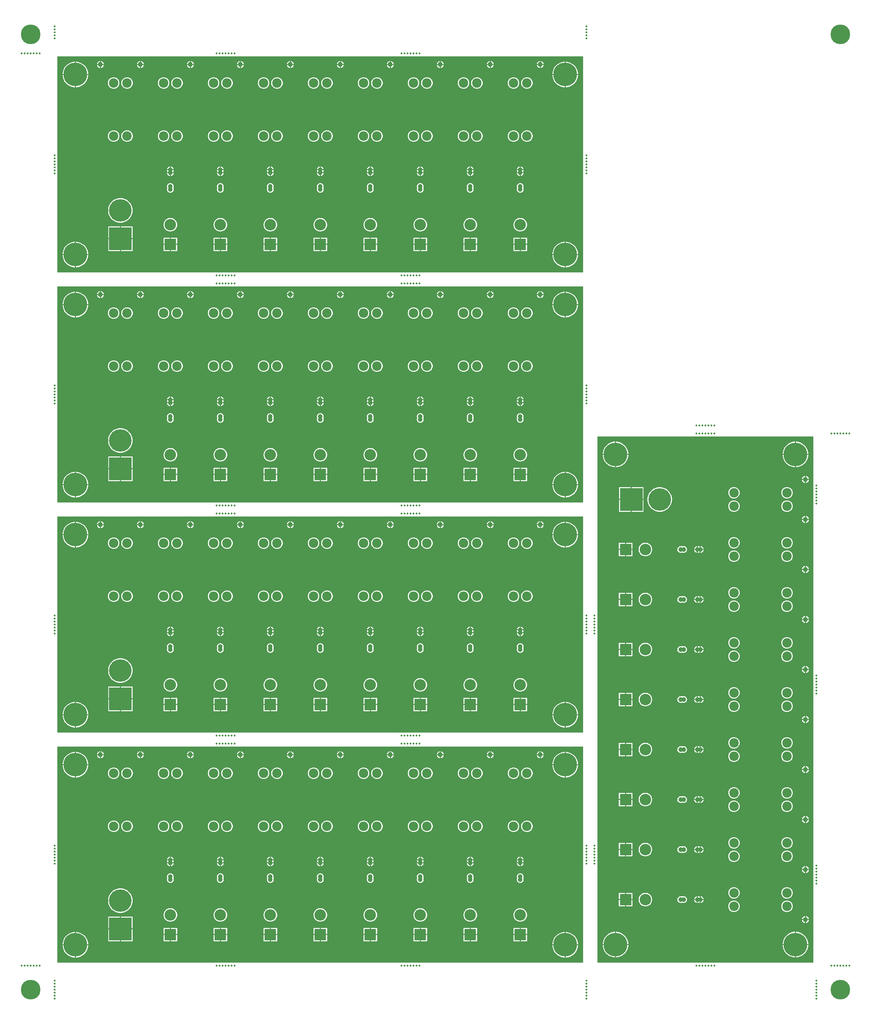
<source format=gbl>
G04*
G04 #@! TF.GenerationSoftware,Altium Limited,Altium Designer,22.0.2 (36)*
G04*
G04 Layer_Physical_Order=2*
G04 Layer_Color=16711680*
%FSLAX44Y44*%
%MOMM*%
G71*
G04*
G04 #@! TF.SameCoordinates,51EA9407-4672-4AB4-A77A-266F19B1D4C2*
G04*
G04*
G04 #@! TF.FilePolarity,Positive*
G04*
G01*
G75*
%ADD16C,5.0000*%
%ADD17C,0.5080*%
%ADD18C,1.2000*%
%ADD19C,2.9210*%
%ADD20C,2.4000*%
%ADD21R,2.9210X2.9210*%
%ADD22C,5.7150*%
%ADD23R,5.7150X5.7150*%
%ADD24C,6.0000*%
%ADD25C,1.2700*%
%ADD26R,2.9210X2.9210*%
%ADD27R,5.7150X5.7150*%
G36*
X1441920Y1858800D02*
X105880D01*
Y2407440D01*
X1441920D01*
Y1858800D01*
D02*
G37*
G36*
Y1274600D02*
X105880D01*
Y1823240D01*
X1441920D01*
Y1274600D01*
D02*
G37*
G36*
Y690400D02*
X105880D01*
Y1239040D01*
X1441920D01*
Y690400D01*
D02*
G37*
G36*
X2026920Y106680D02*
X1478280D01*
Y1442720D01*
X2026920D01*
Y106680D01*
D02*
G37*
G36*
X1441920Y106200D02*
X105880D01*
Y654840D01*
X1441920D01*
Y106200D01*
D02*
G37*
%LPC*%
G36*
X1333970Y2395983D02*
Y2388390D01*
X1341563D01*
X1340984Y2390551D01*
X1339814Y2392579D01*
X1338159Y2394234D01*
X1336131Y2395404D01*
X1333970Y2395983D01*
D02*
G37*
G36*
X1331430D02*
X1329269Y2395404D01*
X1327241Y2394234D01*
X1325586Y2392579D01*
X1324416Y2390551D01*
X1323837Y2388390D01*
X1331430D01*
Y2395983D01*
D02*
G37*
G36*
X1206970D02*
Y2388390D01*
X1214563D01*
X1213984Y2390551D01*
X1212814Y2392579D01*
X1211159Y2394234D01*
X1209131Y2395404D01*
X1206970Y2395983D01*
D02*
G37*
G36*
X1204430D02*
X1202269Y2395404D01*
X1200241Y2394234D01*
X1198586Y2392579D01*
X1197416Y2390551D01*
X1196837Y2388390D01*
X1204430D01*
Y2395983D01*
D02*
G37*
G36*
X1079970D02*
Y2388390D01*
X1087563D01*
X1086984Y2390551D01*
X1085814Y2392579D01*
X1084159Y2394234D01*
X1082131Y2395404D01*
X1079970Y2395983D01*
D02*
G37*
G36*
X1077430D02*
X1075269Y2395404D01*
X1073241Y2394234D01*
X1071586Y2392579D01*
X1070416Y2390551D01*
X1069837Y2388390D01*
X1077430D01*
Y2395983D01*
D02*
G37*
G36*
X952970D02*
Y2388390D01*
X960563D01*
X959984Y2390551D01*
X958814Y2392579D01*
X957159Y2394234D01*
X955131Y2395404D01*
X952970Y2395983D01*
D02*
G37*
G36*
X950430D02*
X948269Y2395404D01*
X946241Y2394234D01*
X944586Y2392579D01*
X943416Y2390551D01*
X942837Y2388390D01*
X950430D01*
Y2395983D01*
D02*
G37*
G36*
X825970D02*
Y2388390D01*
X833563D01*
X832984Y2390551D01*
X831814Y2392579D01*
X830159Y2394234D01*
X828131Y2395404D01*
X825970Y2395983D01*
D02*
G37*
G36*
X823430D02*
X821269Y2395404D01*
X819241Y2394234D01*
X817586Y2392579D01*
X816416Y2390551D01*
X815837Y2388390D01*
X823430D01*
Y2395983D01*
D02*
G37*
G36*
X698970D02*
Y2388390D01*
X706563D01*
X705984Y2390551D01*
X704814Y2392579D01*
X703159Y2394234D01*
X701131Y2395404D01*
X698970Y2395983D01*
D02*
G37*
G36*
X696430D02*
X694269Y2395404D01*
X692241Y2394234D01*
X690586Y2392579D01*
X689416Y2390551D01*
X688837Y2388390D01*
X696430D01*
Y2395983D01*
D02*
G37*
G36*
X571970D02*
Y2388390D01*
X579563D01*
X578984Y2390551D01*
X577814Y2392579D01*
X576159Y2394234D01*
X574131Y2395404D01*
X571970Y2395983D01*
D02*
G37*
G36*
X569430D02*
X567269Y2395404D01*
X565241Y2394234D01*
X563586Y2392579D01*
X562416Y2390551D01*
X561837Y2388390D01*
X569430D01*
Y2395983D01*
D02*
G37*
G36*
X444970D02*
Y2388390D01*
X452563D01*
X451984Y2390551D01*
X450814Y2392579D01*
X449159Y2394234D01*
X447131Y2395404D01*
X444970Y2395983D01*
D02*
G37*
G36*
X442430D02*
X440269Y2395404D01*
X438241Y2394234D01*
X436586Y2392579D01*
X435416Y2390551D01*
X434837Y2388390D01*
X442430D01*
Y2395983D01*
D02*
G37*
G36*
X317970D02*
Y2388390D01*
X325563D01*
X324984Y2390551D01*
X323814Y2392579D01*
X322159Y2394234D01*
X320131Y2395404D01*
X317970Y2395983D01*
D02*
G37*
G36*
X315430D02*
X313269Y2395404D01*
X311241Y2394234D01*
X309586Y2392579D01*
X308416Y2390551D01*
X307837Y2388390D01*
X315430D01*
Y2395983D01*
D02*
G37*
G36*
X216370D02*
Y2388390D01*
X223963D01*
X223384Y2390551D01*
X222214Y2392579D01*
X220559Y2394234D01*
X218531Y2395404D01*
X216370Y2395983D01*
D02*
G37*
G36*
X213830D02*
X211669Y2395404D01*
X209641Y2394234D01*
X207986Y2392579D01*
X206816Y2390551D01*
X206237Y2388390D01*
X213830D01*
Y2395983D01*
D02*
G37*
G36*
X1341563Y2385850D02*
X1333970D01*
Y2378257D01*
X1336131Y2378836D01*
X1338159Y2380006D01*
X1339814Y2381661D01*
X1340984Y2383689D01*
X1341563Y2385850D01*
D02*
G37*
G36*
X1331430D02*
X1323837D01*
X1324416Y2383689D01*
X1325586Y2381661D01*
X1327241Y2380006D01*
X1329269Y2378836D01*
X1331430Y2378257D01*
Y2385850D01*
D02*
G37*
G36*
X1214563D02*
X1206970D01*
Y2378257D01*
X1209131Y2378836D01*
X1211159Y2380006D01*
X1212814Y2381661D01*
X1213984Y2383689D01*
X1214563Y2385850D01*
D02*
G37*
G36*
X1204430D02*
X1196837D01*
X1197416Y2383689D01*
X1198586Y2381661D01*
X1200241Y2380006D01*
X1202269Y2378836D01*
X1204430Y2378257D01*
Y2385850D01*
D02*
G37*
G36*
X1087563D02*
X1079970D01*
Y2378257D01*
X1082131Y2378836D01*
X1084159Y2380006D01*
X1085814Y2381661D01*
X1086984Y2383689D01*
X1087563Y2385850D01*
D02*
G37*
G36*
X1077430D02*
X1069837D01*
X1070416Y2383689D01*
X1071586Y2381661D01*
X1073241Y2380006D01*
X1075269Y2378836D01*
X1077430Y2378257D01*
Y2385850D01*
D02*
G37*
G36*
X960563D02*
X952970D01*
Y2378257D01*
X955131Y2378836D01*
X957159Y2380006D01*
X958814Y2381661D01*
X959984Y2383689D01*
X960563Y2385850D01*
D02*
G37*
G36*
X950430D02*
X942837D01*
X943416Y2383689D01*
X944586Y2381661D01*
X946241Y2380006D01*
X948269Y2378836D01*
X950430Y2378257D01*
Y2385850D01*
D02*
G37*
G36*
X833563D02*
X825970D01*
Y2378257D01*
X828131Y2378836D01*
X830159Y2380006D01*
X831814Y2381661D01*
X832984Y2383689D01*
X833563Y2385850D01*
D02*
G37*
G36*
X823430D02*
X815837D01*
X816416Y2383689D01*
X817586Y2381661D01*
X819241Y2380006D01*
X821269Y2378836D01*
X823430Y2378257D01*
Y2385850D01*
D02*
G37*
G36*
X706563D02*
X698970D01*
Y2378257D01*
X701131Y2378836D01*
X703159Y2380006D01*
X704814Y2381661D01*
X705984Y2383689D01*
X706563Y2385850D01*
D02*
G37*
G36*
X696430D02*
X688837D01*
X689416Y2383689D01*
X690586Y2381661D01*
X692241Y2380006D01*
X694269Y2378836D01*
X696430Y2378257D01*
Y2385850D01*
D02*
G37*
G36*
X579563D02*
X571970D01*
Y2378257D01*
X574131Y2378836D01*
X576159Y2380006D01*
X577814Y2381661D01*
X578984Y2383689D01*
X579563Y2385850D01*
D02*
G37*
G36*
X569430D02*
X561837D01*
X562416Y2383689D01*
X563586Y2381661D01*
X565241Y2380006D01*
X567269Y2378836D01*
X569430Y2378257D01*
Y2385850D01*
D02*
G37*
G36*
X452563D02*
X444970D01*
Y2378257D01*
X447131Y2378836D01*
X449159Y2380006D01*
X450814Y2381661D01*
X451984Y2383689D01*
X452563Y2385850D01*
D02*
G37*
G36*
X442430D02*
X434837D01*
X435416Y2383689D01*
X436586Y2381661D01*
X438241Y2380006D01*
X440269Y2378836D01*
X442430Y2378257D01*
Y2385850D01*
D02*
G37*
G36*
X325563D02*
X317970D01*
Y2378257D01*
X320131Y2378836D01*
X322159Y2380006D01*
X323814Y2381661D01*
X324984Y2383689D01*
X325563Y2385850D01*
D02*
G37*
G36*
X315430D02*
X307837D01*
X308416Y2383689D01*
X309586Y2381661D01*
X311241Y2380006D01*
X313269Y2378836D01*
X315430Y2378257D01*
Y2385850D01*
D02*
G37*
G36*
X223963D02*
X216370D01*
Y2378257D01*
X218531Y2378836D01*
X220559Y2380006D01*
X222214Y2381661D01*
X223384Y2383689D01*
X223963Y2385850D01*
D02*
G37*
G36*
X213830D02*
X206237D01*
X206816Y2383689D01*
X207986Y2381661D01*
X209641Y2380006D01*
X211669Y2378836D01*
X213830Y2378257D01*
Y2385850D01*
D02*
G37*
G36*
X1398761Y2394260D02*
X1397470D01*
Y2362990D01*
X1428740D01*
Y2364281D01*
X1427939Y2369340D01*
X1426356Y2374211D01*
X1424031Y2378775D01*
X1421020Y2382918D01*
X1417398Y2386540D01*
X1413255Y2389551D01*
X1408691Y2391876D01*
X1403820Y2393459D01*
X1398761Y2394260D01*
D02*
G37*
G36*
X1394930D02*
X1393639D01*
X1388580Y2393459D01*
X1383709Y2391876D01*
X1379145Y2389551D01*
X1375002Y2386540D01*
X1371380Y2382918D01*
X1368369Y2378775D01*
X1366044Y2374211D01*
X1364461Y2369340D01*
X1363660Y2364281D01*
Y2362990D01*
X1394930D01*
Y2394260D01*
D02*
G37*
G36*
X154161D02*
X152870D01*
Y2362990D01*
X184140D01*
Y2364281D01*
X183339Y2369340D01*
X181756Y2374211D01*
X179431Y2378775D01*
X176420Y2382918D01*
X172798Y2386540D01*
X168655Y2389551D01*
X164091Y2391876D01*
X159220Y2393459D01*
X154161Y2394260D01*
D02*
G37*
G36*
X150330D02*
X149039D01*
X143980Y2393459D01*
X139109Y2391876D01*
X134545Y2389551D01*
X130402Y2386540D01*
X126780Y2382918D01*
X123769Y2378775D01*
X121444Y2374211D01*
X119861Y2369340D01*
X119060Y2364281D01*
Y2362990D01*
X150330D01*
Y2394260D01*
D02*
G37*
G36*
X1428740Y2360450D02*
X1397470D01*
Y2329180D01*
X1398761D01*
X1403820Y2329981D01*
X1408691Y2331564D01*
X1413255Y2333889D01*
X1417398Y2336900D01*
X1421020Y2340522D01*
X1424031Y2344665D01*
X1426356Y2349229D01*
X1427939Y2354100D01*
X1428740Y2359159D01*
Y2360450D01*
D02*
G37*
G36*
X1394930D02*
X1363660D01*
Y2359159D01*
X1364461Y2354100D01*
X1366044Y2349229D01*
X1368369Y2344665D01*
X1371380Y2340522D01*
X1375002Y2336900D01*
X1379145Y2333889D01*
X1383709Y2331564D01*
X1388580Y2329981D01*
X1393639Y2329180D01*
X1394930D01*
Y2360450D01*
D02*
G37*
G36*
X184140D02*
X152870D01*
Y2329180D01*
X154161D01*
X159220Y2329981D01*
X164091Y2331564D01*
X168655Y2333889D01*
X172798Y2336900D01*
X176420Y2340522D01*
X179431Y2344665D01*
X181756Y2349229D01*
X183339Y2354100D01*
X184140Y2359159D01*
Y2360450D01*
D02*
G37*
G36*
X150330D02*
X119060D01*
Y2359159D01*
X119861Y2354100D01*
X121444Y2349229D01*
X123769Y2344665D01*
X126780Y2340522D01*
X130402Y2336900D01*
X134545Y2333889D01*
X139109Y2331564D01*
X143980Y2329981D01*
X149039Y2329180D01*
X150330D01*
Y2360450D01*
D02*
G37*
G36*
X1300814Y2354710D02*
X1296986D01*
X1293288Y2353719D01*
X1289972Y2351805D01*
X1287265Y2349098D01*
X1285351Y2345782D01*
X1284360Y2342084D01*
Y2338256D01*
X1285351Y2334558D01*
X1287265Y2331242D01*
X1289972Y2328535D01*
X1293288Y2326621D01*
X1296986Y2325630D01*
X1300814D01*
X1304512Y2326621D01*
X1307828Y2328535D01*
X1310535Y2331242D01*
X1312449Y2334558D01*
X1313440Y2338256D01*
Y2342084D01*
X1312449Y2345782D01*
X1310535Y2349098D01*
X1307828Y2351805D01*
X1304512Y2353719D01*
X1300814Y2354710D01*
D02*
G37*
G36*
X1266814D02*
X1262986D01*
X1259288Y2353719D01*
X1255972Y2351805D01*
X1253265Y2349098D01*
X1251351Y2345782D01*
X1250360Y2342084D01*
Y2338256D01*
X1251351Y2334558D01*
X1253265Y2331242D01*
X1255972Y2328535D01*
X1259288Y2326621D01*
X1262986Y2325630D01*
X1266814D01*
X1270512Y2326621D01*
X1273828Y2328535D01*
X1276535Y2331242D01*
X1278449Y2334558D01*
X1279440Y2338256D01*
Y2342084D01*
X1278449Y2345782D01*
X1276535Y2349098D01*
X1273828Y2351805D01*
X1270512Y2353719D01*
X1266814Y2354710D01*
D02*
G37*
G36*
X1173814D02*
X1169986D01*
X1166288Y2353719D01*
X1162972Y2351805D01*
X1160265Y2349098D01*
X1158351Y2345782D01*
X1157360Y2342084D01*
Y2338256D01*
X1158351Y2334558D01*
X1160265Y2331242D01*
X1162972Y2328535D01*
X1166288Y2326621D01*
X1169986Y2325630D01*
X1173814D01*
X1177512Y2326621D01*
X1180828Y2328535D01*
X1183535Y2331242D01*
X1185449Y2334558D01*
X1186440Y2338256D01*
Y2342084D01*
X1185449Y2345782D01*
X1183535Y2349098D01*
X1180828Y2351805D01*
X1177512Y2353719D01*
X1173814Y2354710D01*
D02*
G37*
G36*
X1139814D02*
X1135986D01*
X1132288Y2353719D01*
X1128972Y2351805D01*
X1126265Y2349098D01*
X1124351Y2345782D01*
X1123360Y2342084D01*
Y2338256D01*
X1124351Y2334558D01*
X1126265Y2331242D01*
X1128972Y2328535D01*
X1132288Y2326621D01*
X1135986Y2325630D01*
X1139814D01*
X1143512Y2326621D01*
X1146828Y2328535D01*
X1149535Y2331242D01*
X1151449Y2334558D01*
X1152440Y2338256D01*
Y2342084D01*
X1151449Y2345782D01*
X1149535Y2349098D01*
X1146828Y2351805D01*
X1143512Y2353719D01*
X1139814Y2354710D01*
D02*
G37*
G36*
X1046814D02*
X1042986D01*
X1039288Y2353719D01*
X1035972Y2351805D01*
X1033265Y2349098D01*
X1031351Y2345782D01*
X1030360Y2342084D01*
Y2338256D01*
X1031351Y2334558D01*
X1033265Y2331242D01*
X1035972Y2328535D01*
X1039288Y2326621D01*
X1042986Y2325630D01*
X1046814D01*
X1050512Y2326621D01*
X1053828Y2328535D01*
X1056535Y2331242D01*
X1058449Y2334558D01*
X1059440Y2338256D01*
Y2342084D01*
X1058449Y2345782D01*
X1056535Y2349098D01*
X1053828Y2351805D01*
X1050512Y2353719D01*
X1046814Y2354710D01*
D02*
G37*
G36*
X1012814D02*
X1008986D01*
X1005288Y2353719D01*
X1001972Y2351805D01*
X999265Y2349098D01*
X997351Y2345782D01*
X996360Y2342084D01*
Y2338256D01*
X997351Y2334558D01*
X999265Y2331242D01*
X1001972Y2328535D01*
X1005288Y2326621D01*
X1008986Y2325630D01*
X1012814D01*
X1016512Y2326621D01*
X1019828Y2328535D01*
X1022535Y2331242D01*
X1024449Y2334558D01*
X1025440Y2338256D01*
Y2342084D01*
X1024449Y2345782D01*
X1022535Y2349098D01*
X1019828Y2351805D01*
X1016512Y2353719D01*
X1012814Y2354710D01*
D02*
G37*
G36*
X919814D02*
X915986D01*
X912288Y2353719D01*
X908972Y2351805D01*
X906265Y2349098D01*
X904351Y2345782D01*
X903360Y2342084D01*
Y2338256D01*
X904351Y2334558D01*
X906265Y2331242D01*
X908972Y2328535D01*
X912288Y2326621D01*
X915986Y2325630D01*
X919814D01*
X923512Y2326621D01*
X926828Y2328535D01*
X929535Y2331242D01*
X931449Y2334558D01*
X932440Y2338256D01*
Y2342084D01*
X931449Y2345782D01*
X929535Y2349098D01*
X926828Y2351805D01*
X923512Y2353719D01*
X919814Y2354710D01*
D02*
G37*
G36*
X885814D02*
X881986D01*
X878288Y2353719D01*
X874972Y2351805D01*
X872265Y2349098D01*
X870351Y2345782D01*
X869360Y2342084D01*
Y2338256D01*
X870351Y2334558D01*
X872265Y2331242D01*
X874972Y2328535D01*
X878288Y2326621D01*
X881986Y2325630D01*
X885814D01*
X889512Y2326621D01*
X892828Y2328535D01*
X895535Y2331242D01*
X897449Y2334558D01*
X898440Y2338256D01*
Y2342084D01*
X897449Y2345782D01*
X895535Y2349098D01*
X892828Y2351805D01*
X889512Y2353719D01*
X885814Y2354710D01*
D02*
G37*
G36*
X792814D02*
X788986D01*
X785288Y2353719D01*
X781972Y2351805D01*
X779265Y2349098D01*
X777351Y2345782D01*
X776360Y2342084D01*
Y2338256D01*
X777351Y2334558D01*
X779265Y2331242D01*
X781972Y2328535D01*
X785288Y2326621D01*
X788986Y2325630D01*
X792814D01*
X796512Y2326621D01*
X799828Y2328535D01*
X802535Y2331242D01*
X804449Y2334558D01*
X805440Y2338256D01*
Y2342084D01*
X804449Y2345782D01*
X802535Y2349098D01*
X799828Y2351805D01*
X796512Y2353719D01*
X792814Y2354710D01*
D02*
G37*
G36*
X758814D02*
X754986D01*
X751288Y2353719D01*
X747972Y2351805D01*
X745265Y2349098D01*
X743351Y2345782D01*
X742360Y2342084D01*
Y2338256D01*
X743351Y2334558D01*
X745265Y2331242D01*
X747972Y2328535D01*
X751288Y2326621D01*
X754986Y2325630D01*
X758814D01*
X762512Y2326621D01*
X765828Y2328535D01*
X768535Y2331242D01*
X770449Y2334558D01*
X771440Y2338256D01*
Y2342084D01*
X770449Y2345782D01*
X768535Y2349098D01*
X765828Y2351805D01*
X762512Y2353719D01*
X758814Y2354710D01*
D02*
G37*
G36*
X665814D02*
X661986D01*
X658288Y2353719D01*
X654972Y2351805D01*
X652265Y2349098D01*
X650351Y2345782D01*
X649360Y2342084D01*
Y2338256D01*
X650351Y2334558D01*
X652265Y2331242D01*
X654972Y2328535D01*
X658288Y2326621D01*
X661986Y2325630D01*
X665814D01*
X669512Y2326621D01*
X672828Y2328535D01*
X675535Y2331242D01*
X677449Y2334558D01*
X678440Y2338256D01*
Y2342084D01*
X677449Y2345782D01*
X675535Y2349098D01*
X672828Y2351805D01*
X669512Y2353719D01*
X665814Y2354710D01*
D02*
G37*
G36*
X631814D02*
X627986D01*
X624288Y2353719D01*
X620972Y2351805D01*
X618265Y2349098D01*
X616351Y2345782D01*
X615360Y2342084D01*
Y2338256D01*
X616351Y2334558D01*
X618265Y2331242D01*
X620972Y2328535D01*
X624288Y2326621D01*
X627986Y2325630D01*
X631814D01*
X635512Y2326621D01*
X638828Y2328535D01*
X641535Y2331242D01*
X643449Y2334558D01*
X644440Y2338256D01*
Y2342084D01*
X643449Y2345782D01*
X641535Y2349098D01*
X638828Y2351805D01*
X635512Y2353719D01*
X631814Y2354710D01*
D02*
G37*
G36*
X538814D02*
X534986D01*
X531288Y2353719D01*
X527972Y2351805D01*
X525265Y2349098D01*
X523351Y2345782D01*
X522360Y2342084D01*
Y2338256D01*
X523351Y2334558D01*
X525265Y2331242D01*
X527972Y2328535D01*
X531288Y2326621D01*
X534986Y2325630D01*
X538814D01*
X542512Y2326621D01*
X545828Y2328535D01*
X548535Y2331242D01*
X550449Y2334558D01*
X551440Y2338256D01*
Y2342084D01*
X550449Y2345782D01*
X548535Y2349098D01*
X545828Y2351805D01*
X542512Y2353719D01*
X538814Y2354710D01*
D02*
G37*
G36*
X504814D02*
X500986D01*
X497288Y2353719D01*
X493972Y2351805D01*
X491265Y2349098D01*
X489351Y2345782D01*
X488360Y2342084D01*
Y2338256D01*
X489351Y2334558D01*
X491265Y2331242D01*
X493972Y2328535D01*
X497288Y2326621D01*
X500986Y2325630D01*
X504814D01*
X508512Y2326621D01*
X511828Y2328535D01*
X514535Y2331242D01*
X516449Y2334558D01*
X517440Y2338256D01*
Y2342084D01*
X516449Y2345782D01*
X514535Y2349098D01*
X511828Y2351805D01*
X508512Y2353719D01*
X504814Y2354710D01*
D02*
G37*
G36*
X411814D02*
X407986D01*
X404288Y2353719D01*
X400972Y2351805D01*
X398265Y2349098D01*
X396351Y2345782D01*
X395360Y2342084D01*
Y2338256D01*
X396351Y2334558D01*
X398265Y2331242D01*
X400972Y2328535D01*
X404288Y2326621D01*
X407986Y2325630D01*
X411814D01*
X415512Y2326621D01*
X418828Y2328535D01*
X421535Y2331242D01*
X423449Y2334558D01*
X424440Y2338256D01*
Y2342084D01*
X423449Y2345782D01*
X421535Y2349098D01*
X418828Y2351805D01*
X415512Y2353719D01*
X411814Y2354710D01*
D02*
G37*
G36*
X377814D02*
X373986D01*
X370288Y2353719D01*
X366972Y2351805D01*
X364265Y2349098D01*
X362351Y2345782D01*
X361360Y2342084D01*
Y2338256D01*
X362351Y2334558D01*
X364265Y2331242D01*
X366972Y2328535D01*
X370288Y2326621D01*
X373986Y2325630D01*
X377814D01*
X381512Y2326621D01*
X384828Y2328535D01*
X387535Y2331242D01*
X389449Y2334558D01*
X390440Y2338256D01*
Y2342084D01*
X389449Y2345782D01*
X387535Y2349098D01*
X384828Y2351805D01*
X381512Y2353719D01*
X377814Y2354710D01*
D02*
G37*
G36*
X284814D02*
X280986D01*
X277288Y2353719D01*
X273972Y2351805D01*
X271265Y2349098D01*
X269351Y2345782D01*
X268360Y2342084D01*
Y2338256D01*
X269351Y2334558D01*
X271265Y2331242D01*
X273972Y2328535D01*
X277288Y2326621D01*
X280986Y2325630D01*
X284814D01*
X288512Y2326621D01*
X291828Y2328535D01*
X294535Y2331242D01*
X296449Y2334558D01*
X297440Y2338256D01*
Y2342084D01*
X296449Y2345782D01*
X294535Y2349098D01*
X291828Y2351805D01*
X288512Y2353719D01*
X284814Y2354710D01*
D02*
G37*
G36*
X250814D02*
X246986D01*
X243288Y2353719D01*
X239972Y2351805D01*
X237265Y2349098D01*
X235351Y2345782D01*
X234360Y2342084D01*
Y2338256D01*
X235351Y2334558D01*
X237265Y2331242D01*
X239972Y2328535D01*
X243288Y2326621D01*
X246986Y2325630D01*
X250814D01*
X254512Y2326621D01*
X257828Y2328535D01*
X260535Y2331242D01*
X262449Y2334558D01*
X263440Y2338256D01*
Y2342084D01*
X262449Y2345782D01*
X260535Y2349098D01*
X257828Y2351805D01*
X254512Y2353719D01*
X250814Y2354710D01*
D02*
G37*
G36*
X1300814Y2220010D02*
X1296986D01*
X1293288Y2219019D01*
X1289972Y2217105D01*
X1287265Y2214398D01*
X1285351Y2211082D01*
X1284360Y2207384D01*
Y2203556D01*
X1285351Y2199858D01*
X1287265Y2196542D01*
X1289972Y2193835D01*
X1293288Y2191921D01*
X1296986Y2190930D01*
X1300814D01*
X1304512Y2191921D01*
X1307828Y2193835D01*
X1310535Y2196542D01*
X1312449Y2199858D01*
X1313440Y2203556D01*
Y2207384D01*
X1312449Y2211082D01*
X1310535Y2214398D01*
X1307828Y2217105D01*
X1304512Y2219019D01*
X1300814Y2220010D01*
D02*
G37*
G36*
X1266814D02*
X1262986D01*
X1259288Y2219019D01*
X1255972Y2217105D01*
X1253265Y2214398D01*
X1251351Y2211082D01*
X1250360Y2207384D01*
Y2203556D01*
X1251351Y2199858D01*
X1253265Y2196542D01*
X1255972Y2193835D01*
X1259288Y2191921D01*
X1262986Y2190930D01*
X1266814D01*
X1270512Y2191921D01*
X1273828Y2193835D01*
X1276535Y2196542D01*
X1278449Y2199858D01*
X1279440Y2203556D01*
Y2207384D01*
X1278449Y2211082D01*
X1276535Y2214398D01*
X1273828Y2217105D01*
X1270512Y2219019D01*
X1266814Y2220010D01*
D02*
G37*
G36*
X1173814D02*
X1169986D01*
X1166288Y2219019D01*
X1162972Y2217105D01*
X1160265Y2214398D01*
X1158351Y2211082D01*
X1157360Y2207384D01*
Y2203556D01*
X1158351Y2199858D01*
X1160265Y2196542D01*
X1162972Y2193835D01*
X1166288Y2191921D01*
X1169986Y2190930D01*
X1173814D01*
X1177512Y2191921D01*
X1180828Y2193835D01*
X1183535Y2196542D01*
X1185449Y2199858D01*
X1186440Y2203556D01*
Y2207384D01*
X1185449Y2211082D01*
X1183535Y2214398D01*
X1180828Y2217105D01*
X1177512Y2219019D01*
X1173814Y2220010D01*
D02*
G37*
G36*
X1139814D02*
X1135986D01*
X1132288Y2219019D01*
X1128972Y2217105D01*
X1126265Y2214398D01*
X1124351Y2211082D01*
X1123360Y2207384D01*
Y2203556D01*
X1124351Y2199858D01*
X1126265Y2196542D01*
X1128972Y2193835D01*
X1132288Y2191921D01*
X1135986Y2190930D01*
X1139814D01*
X1143512Y2191921D01*
X1146828Y2193835D01*
X1149535Y2196542D01*
X1151449Y2199858D01*
X1152440Y2203556D01*
Y2207384D01*
X1151449Y2211082D01*
X1149535Y2214398D01*
X1146828Y2217105D01*
X1143512Y2219019D01*
X1139814Y2220010D01*
D02*
G37*
G36*
X1046814D02*
X1042986D01*
X1039288Y2219019D01*
X1035972Y2217105D01*
X1033265Y2214398D01*
X1031351Y2211082D01*
X1030360Y2207384D01*
Y2203556D01*
X1031351Y2199858D01*
X1033265Y2196542D01*
X1035972Y2193835D01*
X1039288Y2191921D01*
X1042986Y2190930D01*
X1046814D01*
X1050512Y2191921D01*
X1053828Y2193835D01*
X1056535Y2196542D01*
X1058449Y2199858D01*
X1059440Y2203556D01*
Y2207384D01*
X1058449Y2211082D01*
X1056535Y2214398D01*
X1053828Y2217105D01*
X1050512Y2219019D01*
X1046814Y2220010D01*
D02*
G37*
G36*
X1012814D02*
X1008986D01*
X1005288Y2219019D01*
X1001972Y2217105D01*
X999265Y2214398D01*
X997351Y2211082D01*
X996360Y2207384D01*
Y2203556D01*
X997351Y2199858D01*
X999265Y2196542D01*
X1001972Y2193835D01*
X1005288Y2191921D01*
X1008986Y2190930D01*
X1012814D01*
X1016512Y2191921D01*
X1019828Y2193835D01*
X1022535Y2196542D01*
X1024449Y2199858D01*
X1025440Y2203556D01*
Y2207384D01*
X1024449Y2211082D01*
X1022535Y2214398D01*
X1019828Y2217105D01*
X1016512Y2219019D01*
X1012814Y2220010D01*
D02*
G37*
G36*
X919814D02*
X915986D01*
X912288Y2219019D01*
X908972Y2217105D01*
X906265Y2214398D01*
X904351Y2211082D01*
X903360Y2207384D01*
Y2203556D01*
X904351Y2199858D01*
X906265Y2196542D01*
X908972Y2193835D01*
X912288Y2191921D01*
X915986Y2190930D01*
X919814D01*
X923512Y2191921D01*
X926828Y2193835D01*
X929535Y2196542D01*
X931449Y2199858D01*
X932440Y2203556D01*
Y2207384D01*
X931449Y2211082D01*
X929535Y2214398D01*
X926828Y2217105D01*
X923512Y2219019D01*
X919814Y2220010D01*
D02*
G37*
G36*
X885814D02*
X881986D01*
X878288Y2219019D01*
X874972Y2217105D01*
X872265Y2214398D01*
X870351Y2211082D01*
X869360Y2207384D01*
Y2203556D01*
X870351Y2199858D01*
X872265Y2196542D01*
X874972Y2193835D01*
X878288Y2191921D01*
X881986Y2190930D01*
X885814D01*
X889512Y2191921D01*
X892828Y2193835D01*
X895535Y2196542D01*
X897449Y2199858D01*
X898440Y2203556D01*
Y2207384D01*
X897449Y2211082D01*
X895535Y2214398D01*
X892828Y2217105D01*
X889512Y2219019D01*
X885814Y2220010D01*
D02*
G37*
G36*
X792814D02*
X788986D01*
X785288Y2219019D01*
X781972Y2217105D01*
X779265Y2214398D01*
X777351Y2211082D01*
X776360Y2207384D01*
Y2203556D01*
X777351Y2199858D01*
X779265Y2196542D01*
X781972Y2193835D01*
X785288Y2191921D01*
X788986Y2190930D01*
X792814D01*
X796512Y2191921D01*
X799828Y2193835D01*
X802535Y2196542D01*
X804449Y2199858D01*
X805440Y2203556D01*
Y2207384D01*
X804449Y2211082D01*
X802535Y2214398D01*
X799828Y2217105D01*
X796512Y2219019D01*
X792814Y2220010D01*
D02*
G37*
G36*
X758814D02*
X754986D01*
X751288Y2219019D01*
X747972Y2217105D01*
X745265Y2214398D01*
X743351Y2211082D01*
X742360Y2207384D01*
Y2203556D01*
X743351Y2199858D01*
X745265Y2196542D01*
X747972Y2193835D01*
X751288Y2191921D01*
X754986Y2190930D01*
X758814D01*
X762512Y2191921D01*
X765828Y2193835D01*
X768535Y2196542D01*
X770449Y2199858D01*
X771440Y2203556D01*
Y2207384D01*
X770449Y2211082D01*
X768535Y2214398D01*
X765828Y2217105D01*
X762512Y2219019D01*
X758814Y2220010D01*
D02*
G37*
G36*
X665814D02*
X661986D01*
X658288Y2219019D01*
X654972Y2217105D01*
X652265Y2214398D01*
X650351Y2211082D01*
X649360Y2207384D01*
Y2203556D01*
X650351Y2199858D01*
X652265Y2196542D01*
X654972Y2193835D01*
X658288Y2191921D01*
X661986Y2190930D01*
X665814D01*
X669512Y2191921D01*
X672828Y2193835D01*
X675535Y2196542D01*
X677449Y2199858D01*
X678440Y2203556D01*
Y2207384D01*
X677449Y2211082D01*
X675535Y2214398D01*
X672828Y2217105D01*
X669512Y2219019D01*
X665814Y2220010D01*
D02*
G37*
G36*
X631814D02*
X627986D01*
X624288Y2219019D01*
X620972Y2217105D01*
X618265Y2214398D01*
X616351Y2211082D01*
X615360Y2207384D01*
Y2203556D01*
X616351Y2199858D01*
X618265Y2196542D01*
X620972Y2193835D01*
X624288Y2191921D01*
X627986Y2190930D01*
X631814D01*
X635512Y2191921D01*
X638828Y2193835D01*
X641535Y2196542D01*
X643449Y2199858D01*
X644440Y2203556D01*
Y2207384D01*
X643449Y2211082D01*
X641535Y2214398D01*
X638828Y2217105D01*
X635512Y2219019D01*
X631814Y2220010D01*
D02*
G37*
G36*
X538814D02*
X534986D01*
X531288Y2219019D01*
X527972Y2217105D01*
X525265Y2214398D01*
X523351Y2211082D01*
X522360Y2207384D01*
Y2203556D01*
X523351Y2199858D01*
X525265Y2196542D01*
X527972Y2193835D01*
X531288Y2191921D01*
X534986Y2190930D01*
X538814D01*
X542512Y2191921D01*
X545828Y2193835D01*
X548535Y2196542D01*
X550449Y2199858D01*
X551440Y2203556D01*
Y2207384D01*
X550449Y2211082D01*
X548535Y2214398D01*
X545828Y2217105D01*
X542512Y2219019D01*
X538814Y2220010D01*
D02*
G37*
G36*
X504814D02*
X500986D01*
X497288Y2219019D01*
X493972Y2217105D01*
X491265Y2214398D01*
X489351Y2211082D01*
X488360Y2207384D01*
Y2203556D01*
X489351Y2199858D01*
X491265Y2196542D01*
X493972Y2193835D01*
X497288Y2191921D01*
X500986Y2190930D01*
X504814D01*
X508512Y2191921D01*
X511828Y2193835D01*
X514535Y2196542D01*
X516449Y2199858D01*
X517440Y2203556D01*
Y2207384D01*
X516449Y2211082D01*
X514535Y2214398D01*
X511828Y2217105D01*
X508512Y2219019D01*
X504814Y2220010D01*
D02*
G37*
G36*
X411814D02*
X407986D01*
X404288Y2219019D01*
X400972Y2217105D01*
X398265Y2214398D01*
X396351Y2211082D01*
X395360Y2207384D01*
Y2203556D01*
X396351Y2199858D01*
X398265Y2196542D01*
X400972Y2193835D01*
X404288Y2191921D01*
X407986Y2190930D01*
X411814D01*
X415512Y2191921D01*
X418828Y2193835D01*
X421535Y2196542D01*
X423449Y2199858D01*
X424440Y2203556D01*
Y2207384D01*
X423449Y2211082D01*
X421535Y2214398D01*
X418828Y2217105D01*
X415512Y2219019D01*
X411814Y2220010D01*
D02*
G37*
G36*
X377814D02*
X373986D01*
X370288Y2219019D01*
X366972Y2217105D01*
X364265Y2214398D01*
X362351Y2211082D01*
X361360Y2207384D01*
Y2203556D01*
X362351Y2199858D01*
X364265Y2196542D01*
X366972Y2193835D01*
X370288Y2191921D01*
X373986Y2190930D01*
X377814D01*
X381512Y2191921D01*
X384828Y2193835D01*
X387535Y2196542D01*
X389449Y2199858D01*
X390440Y2203556D01*
Y2207384D01*
X389449Y2211082D01*
X387535Y2214398D01*
X384828Y2217105D01*
X381512Y2219019D01*
X377814Y2220010D01*
D02*
G37*
G36*
X284814D02*
X280986D01*
X277288Y2219019D01*
X273972Y2217105D01*
X271265Y2214398D01*
X269351Y2211082D01*
X268360Y2207384D01*
Y2203556D01*
X269351Y2199858D01*
X271265Y2196542D01*
X273972Y2193835D01*
X277288Y2191921D01*
X280986Y2190930D01*
X284814D01*
X288512Y2191921D01*
X291828Y2193835D01*
X294535Y2196542D01*
X296449Y2199858D01*
X297440Y2203556D01*
Y2207384D01*
X296449Y2211082D01*
X294535Y2214398D01*
X291828Y2217105D01*
X288512Y2219019D01*
X284814Y2220010D01*
D02*
G37*
G36*
X250814D02*
X246986D01*
X243288Y2219019D01*
X239972Y2217105D01*
X237265Y2214398D01*
X235351Y2211082D01*
X234360Y2207384D01*
Y2203556D01*
X235351Y2199858D01*
X237265Y2196542D01*
X239972Y2193835D01*
X243288Y2191921D01*
X246986Y2190930D01*
X250814D01*
X254512Y2191921D01*
X257828Y2193835D01*
X260535Y2196542D01*
X262449Y2199858D01*
X263440Y2203556D01*
Y2207384D01*
X262449Y2211082D01*
X260535Y2214398D01*
X257828Y2217105D01*
X254512Y2219019D01*
X250814Y2220010D01*
D02*
G37*
G36*
X1283170Y2128521D02*
Y2121290D01*
X1290401D01*
X1289858Y2123316D01*
X1288734Y2125264D01*
X1287144Y2126854D01*
X1285196Y2127978D01*
X1283170Y2128521D01*
D02*
G37*
G36*
X1156170D02*
Y2121290D01*
X1163401D01*
X1162858Y2123316D01*
X1161734Y2125264D01*
X1160144Y2126854D01*
X1158196Y2127978D01*
X1156170Y2128521D01*
D02*
G37*
G36*
X1029170D02*
Y2121290D01*
X1036401D01*
X1035858Y2123316D01*
X1034734Y2125264D01*
X1033144Y2126854D01*
X1031196Y2127978D01*
X1029170Y2128521D01*
D02*
G37*
G36*
X902170D02*
Y2121290D01*
X909401D01*
X908858Y2123316D01*
X907734Y2125264D01*
X906144Y2126854D01*
X904196Y2127978D01*
X902170Y2128521D01*
D02*
G37*
G36*
X775170D02*
Y2121290D01*
X782401D01*
X781858Y2123316D01*
X780734Y2125264D01*
X779144Y2126854D01*
X777196Y2127978D01*
X775170Y2128521D01*
D02*
G37*
G36*
X648170D02*
Y2121290D01*
X655401D01*
X654858Y2123316D01*
X653734Y2125264D01*
X652144Y2126854D01*
X650196Y2127978D01*
X648170Y2128521D01*
D02*
G37*
G36*
X521170D02*
Y2121290D01*
X528401D01*
X527858Y2123316D01*
X526734Y2125264D01*
X525144Y2126854D01*
X523196Y2127978D01*
X521170Y2128521D01*
D02*
G37*
G36*
X394170D02*
Y2121290D01*
X401401D01*
X400858Y2123316D01*
X399734Y2125264D01*
X398144Y2126854D01*
X396196Y2127978D01*
X394170Y2128521D01*
D02*
G37*
G36*
X1280630D02*
X1278604Y2127978D01*
X1276656Y2126854D01*
X1275066Y2125264D01*
X1273942Y2123316D01*
X1273399Y2121290D01*
X1280630D01*
Y2128521D01*
D02*
G37*
G36*
X1153630D02*
X1151604Y2127978D01*
X1149656Y2126854D01*
X1148066Y2125264D01*
X1146942Y2123316D01*
X1146399Y2121290D01*
X1153630D01*
Y2128521D01*
D02*
G37*
G36*
X1026630D02*
X1024604Y2127978D01*
X1022656Y2126854D01*
X1021066Y2125264D01*
X1019942Y2123316D01*
X1019399Y2121290D01*
X1026630D01*
Y2128521D01*
D02*
G37*
G36*
X899630D02*
X897604Y2127978D01*
X895656Y2126854D01*
X894066Y2125264D01*
X892942Y2123316D01*
X892399Y2121290D01*
X899630D01*
Y2128521D01*
D02*
G37*
G36*
X772630D02*
X770604Y2127978D01*
X768656Y2126854D01*
X767066Y2125264D01*
X765942Y2123316D01*
X765399Y2121290D01*
X772630D01*
Y2128521D01*
D02*
G37*
G36*
X645630D02*
X643604Y2127978D01*
X641656Y2126854D01*
X640066Y2125264D01*
X638942Y2123316D01*
X638399Y2121290D01*
X645630D01*
Y2128521D01*
D02*
G37*
G36*
X518630D02*
X516604Y2127978D01*
X514656Y2126854D01*
X513066Y2125264D01*
X511942Y2123316D01*
X511399Y2121290D01*
X518630D01*
Y2128521D01*
D02*
G37*
G36*
X391630D02*
X389604Y2127978D01*
X387656Y2126854D01*
X386066Y2125264D01*
X384942Y2123316D01*
X384399Y2121290D01*
X391630D01*
Y2128521D01*
D02*
G37*
G36*
X1290401Y2118750D02*
X1281900D01*
X1273399D01*
X1273942Y2116724D01*
X1274204Y2116270D01*
X1273942Y2115816D01*
X1273399Y2113790D01*
X1281900D01*
X1290401D01*
X1289858Y2115816D01*
X1289596Y2116270D01*
X1289858Y2116724D01*
X1290401Y2118750D01*
D02*
G37*
G36*
X1163401D02*
X1154900D01*
X1146399D01*
X1146942Y2116724D01*
X1147204Y2116270D01*
X1146942Y2115816D01*
X1146399Y2113790D01*
X1154900D01*
X1163401D01*
X1162858Y2115816D01*
X1162596Y2116270D01*
X1162858Y2116724D01*
X1163401Y2118750D01*
D02*
G37*
G36*
X773900Y2120020D02*
D01*
Y2118750D01*
X765399D01*
X765942Y2116724D01*
X766204Y2116270D01*
X765942Y2115816D01*
X765399Y2113790D01*
X773900D01*
X782401D01*
X781858Y2115816D01*
X781596Y2116270D01*
X781858Y2116724D01*
X782401Y2118750D01*
X773900D01*
Y2120020D01*
D02*
G37*
G36*
X655401Y2118750D02*
X646900D01*
X638399D01*
X638942Y2116724D01*
X639204Y2116270D01*
X638942Y2115816D01*
X638399Y2113790D01*
X646900D01*
X655401D01*
X654858Y2115816D01*
X654596Y2116270D01*
X654858Y2116724D01*
X655401Y2118750D01*
D02*
G37*
G36*
X528401D02*
X519900D01*
X511399D01*
X511942Y2116724D01*
X512204Y2116270D01*
X511942Y2115816D01*
X511399Y2113790D01*
X519900D01*
X528401D01*
X527858Y2115816D01*
X527596Y2116270D01*
X527858Y2116724D01*
X528401Y2118750D01*
D02*
G37*
G36*
X401401D02*
X392900D01*
X384399D01*
X384942Y2116724D01*
X385204Y2116270D01*
X384942Y2115816D01*
X384399Y2113790D01*
X392900D01*
X401401D01*
X400858Y2115816D01*
X400596Y2116270D01*
X400858Y2116724D01*
X401401Y2118750D01*
D02*
G37*
G36*
X1027900Y2120020D02*
D01*
Y2118750D01*
X1019399D01*
X1019942Y2116724D01*
X1020204Y2116270D01*
X1019942Y2115816D01*
X1019399Y2113790D01*
X1027900D01*
Y2112520D01*
D01*
Y2113790D01*
X1036401D01*
X1035858Y2115816D01*
X1035596Y2116270D01*
X1035858Y2116724D01*
X1036401Y2118750D01*
X1027900D01*
Y2120020D01*
D02*
G37*
G36*
X909401Y2118750D02*
X900900D01*
X892399D01*
X892942Y2116724D01*
X893204Y2116270D01*
X892942Y2115816D01*
X892399Y2113790D01*
X900900D01*
Y2112520D01*
D01*
Y2113790D01*
X909401D01*
X908858Y2115816D01*
X908596Y2116270D01*
X908858Y2116724D01*
X909401Y2118750D01*
D02*
G37*
G36*
X1290401Y2111250D02*
X1283170D01*
Y2104019D01*
X1285196Y2104562D01*
X1287144Y2105686D01*
X1288734Y2107276D01*
X1289858Y2109224D01*
X1290401Y2111250D01*
D02*
G37*
G36*
X1163401D02*
X1156170D01*
Y2104019D01*
X1158196Y2104562D01*
X1160144Y2105686D01*
X1161734Y2107276D01*
X1162858Y2109224D01*
X1163401Y2111250D01*
D02*
G37*
G36*
X1036401D02*
X1029170D01*
Y2104019D01*
X1031196Y2104562D01*
X1033144Y2105686D01*
X1034734Y2107276D01*
X1035858Y2109224D01*
X1036401Y2111250D01*
D02*
G37*
G36*
X909401D02*
X902170D01*
Y2104019D01*
X904196Y2104562D01*
X906144Y2105686D01*
X907734Y2107276D01*
X908858Y2109224D01*
X909401Y2111250D01*
D02*
G37*
G36*
X782401D02*
X775170D01*
Y2104019D01*
X777196Y2104562D01*
X779144Y2105686D01*
X780734Y2107276D01*
X781858Y2109224D01*
X782401Y2111250D01*
D02*
G37*
G36*
X655401D02*
X648170D01*
Y2104019D01*
X650196Y2104562D01*
X652144Y2105686D01*
X653734Y2107276D01*
X654858Y2109224D01*
X655401Y2111250D01*
D02*
G37*
G36*
X528401D02*
X521170D01*
Y2104019D01*
X523196Y2104562D01*
X525144Y2105686D01*
X526734Y2107276D01*
X527858Y2109224D01*
X528401Y2111250D01*
D02*
G37*
G36*
X401401D02*
X394170D01*
Y2104019D01*
X396196Y2104562D01*
X398144Y2105686D01*
X399734Y2107276D01*
X400858Y2109224D01*
X401401Y2111250D01*
D02*
G37*
G36*
X1280630D02*
X1273399D01*
X1273942Y2109224D01*
X1275066Y2107276D01*
X1276656Y2105686D01*
X1278604Y2104562D01*
X1280630Y2104019D01*
Y2111250D01*
D02*
G37*
G36*
X1153630D02*
X1146399D01*
X1146942Y2109224D01*
X1148066Y2107276D01*
X1149656Y2105686D01*
X1151604Y2104562D01*
X1153630Y2104019D01*
Y2111250D01*
D02*
G37*
G36*
X1026630D02*
X1019399D01*
X1019942Y2109224D01*
X1021066Y2107276D01*
X1022656Y2105686D01*
X1024604Y2104562D01*
X1026630Y2104019D01*
Y2111250D01*
D02*
G37*
G36*
X899630D02*
X892399D01*
X892942Y2109224D01*
X894066Y2107276D01*
X895656Y2105686D01*
X897604Y2104562D01*
X899630Y2104019D01*
Y2111250D01*
D02*
G37*
G36*
X772630D02*
X765399D01*
X765942Y2109224D01*
X767066Y2107276D01*
X768656Y2105686D01*
X770604Y2104562D01*
X772630Y2104019D01*
Y2111250D01*
D02*
G37*
G36*
X645630D02*
X638399D01*
X638942Y2109224D01*
X640066Y2107276D01*
X641656Y2105686D01*
X643604Y2104562D01*
X645630Y2104019D01*
Y2111250D01*
D02*
G37*
G36*
X518630D02*
X511399D01*
X511942Y2109224D01*
X513066Y2107276D01*
X514656Y2105686D01*
X516604Y2104562D01*
X518630Y2104019D01*
Y2111250D01*
D02*
G37*
G36*
X391630D02*
X384399D01*
X384942Y2109224D01*
X386066Y2107276D01*
X387656Y2105686D01*
X389604Y2104562D01*
X391630Y2104019D01*
Y2111250D01*
D02*
G37*
G36*
X1283024Y2086060D02*
X1280776D01*
X1278604Y2085478D01*
X1276656Y2084354D01*
X1275066Y2082764D01*
X1273942Y2080816D01*
X1273360Y2078644D01*
Y2076396D01*
X1273942Y2074224D01*
X1274204Y2073770D01*
X1273942Y2073316D01*
X1273360Y2071144D01*
Y2068896D01*
X1273942Y2066724D01*
X1275066Y2064776D01*
X1276656Y2063186D01*
X1278604Y2062062D01*
X1280776Y2061480D01*
X1283024D01*
X1285196Y2062062D01*
X1287144Y2063186D01*
X1288734Y2064776D01*
X1289858Y2066724D01*
X1290440Y2068896D01*
Y2071144D01*
X1289858Y2073316D01*
X1289596Y2073770D01*
X1289858Y2074224D01*
X1290440Y2076396D01*
Y2078644D01*
X1289858Y2080816D01*
X1288734Y2082764D01*
X1287144Y2084354D01*
X1285196Y2085478D01*
X1283024Y2086060D01*
D02*
G37*
G36*
X1156024D02*
X1153776D01*
X1151604Y2085478D01*
X1149656Y2084354D01*
X1148066Y2082764D01*
X1146942Y2080816D01*
X1146360Y2078644D01*
Y2076396D01*
X1146942Y2074224D01*
X1147204Y2073770D01*
X1146942Y2073316D01*
X1146360Y2071144D01*
Y2068896D01*
X1146942Y2066724D01*
X1148066Y2064776D01*
X1149656Y2063186D01*
X1151604Y2062062D01*
X1153776Y2061480D01*
X1156024D01*
X1158196Y2062062D01*
X1160144Y2063186D01*
X1161734Y2064776D01*
X1162858Y2066724D01*
X1163440Y2068896D01*
Y2071144D01*
X1162858Y2073316D01*
X1162596Y2073770D01*
X1162858Y2074224D01*
X1163440Y2076396D01*
Y2078644D01*
X1162858Y2080816D01*
X1161734Y2082764D01*
X1160144Y2084354D01*
X1158196Y2085478D01*
X1156024Y2086060D01*
D02*
G37*
G36*
X1029024D02*
X1026776D01*
X1024604Y2085478D01*
X1022656Y2084354D01*
X1021066Y2082764D01*
X1019942Y2080816D01*
X1019360Y2078644D01*
Y2076396D01*
X1019942Y2074224D01*
X1020204Y2073770D01*
X1019942Y2073316D01*
X1019360Y2071144D01*
Y2068896D01*
X1019942Y2066724D01*
X1021066Y2064776D01*
X1022656Y2063186D01*
X1024604Y2062062D01*
X1026776Y2061480D01*
X1029024D01*
X1031196Y2062062D01*
X1033144Y2063186D01*
X1034734Y2064776D01*
X1035858Y2066724D01*
X1036440Y2068896D01*
Y2071144D01*
X1035858Y2073316D01*
X1035596Y2073770D01*
X1035858Y2074224D01*
X1036440Y2076396D01*
Y2078644D01*
X1035858Y2080816D01*
X1034734Y2082764D01*
X1033144Y2084354D01*
X1031196Y2085478D01*
X1029024Y2086060D01*
D02*
G37*
G36*
X902024D02*
X899776D01*
X897604Y2085478D01*
X895656Y2084354D01*
X894066Y2082764D01*
X892942Y2080816D01*
X892360Y2078644D01*
Y2076396D01*
X892942Y2074224D01*
X893204Y2073770D01*
X892942Y2073316D01*
X892360Y2071144D01*
Y2068896D01*
X892942Y2066724D01*
X894066Y2064776D01*
X895656Y2063186D01*
X897604Y2062062D01*
X899776Y2061480D01*
X902024D01*
X904196Y2062062D01*
X906144Y2063186D01*
X907734Y2064776D01*
X908858Y2066724D01*
X909440Y2068896D01*
Y2071144D01*
X908858Y2073316D01*
X908596Y2073770D01*
X908858Y2074224D01*
X909440Y2076396D01*
Y2078644D01*
X908858Y2080816D01*
X907734Y2082764D01*
X906144Y2084354D01*
X904196Y2085478D01*
X902024Y2086060D01*
D02*
G37*
G36*
X775024D02*
X772776D01*
X770604Y2085478D01*
X768656Y2084354D01*
X767066Y2082764D01*
X765942Y2080816D01*
X765360Y2078644D01*
Y2076396D01*
X765942Y2074224D01*
X766204Y2073770D01*
X765942Y2073316D01*
X765360Y2071144D01*
Y2068896D01*
X765942Y2066724D01*
X767066Y2064776D01*
X768656Y2063186D01*
X770604Y2062062D01*
X772776Y2061480D01*
X775024D01*
X777196Y2062062D01*
X779144Y2063186D01*
X780734Y2064776D01*
X781858Y2066724D01*
X782440Y2068896D01*
Y2071144D01*
X781858Y2073316D01*
X781596Y2073770D01*
X781858Y2074224D01*
X782440Y2076396D01*
Y2078644D01*
X781858Y2080816D01*
X780734Y2082764D01*
X779144Y2084354D01*
X777196Y2085478D01*
X775024Y2086060D01*
D02*
G37*
G36*
X648024D02*
X645776D01*
X643604Y2085478D01*
X641656Y2084354D01*
X640066Y2082764D01*
X638942Y2080816D01*
X638360Y2078644D01*
Y2076396D01*
X638942Y2074224D01*
X639204Y2073770D01*
X638942Y2073316D01*
X638360Y2071144D01*
Y2068896D01*
X638942Y2066724D01*
X640066Y2064776D01*
X641656Y2063186D01*
X643604Y2062062D01*
X645776Y2061480D01*
X648024D01*
X650196Y2062062D01*
X652144Y2063186D01*
X653734Y2064776D01*
X654858Y2066724D01*
X655440Y2068896D01*
Y2071144D01*
X654858Y2073316D01*
X654596Y2073770D01*
X654858Y2074224D01*
X655440Y2076396D01*
Y2078644D01*
X654858Y2080816D01*
X653734Y2082764D01*
X652144Y2084354D01*
X650196Y2085478D01*
X648024Y2086060D01*
D02*
G37*
G36*
X521024D02*
X518776D01*
X516604Y2085478D01*
X514656Y2084354D01*
X513066Y2082764D01*
X511942Y2080816D01*
X511360Y2078644D01*
Y2076396D01*
X511942Y2074224D01*
X512204Y2073770D01*
X511942Y2073316D01*
X511360Y2071144D01*
Y2068896D01*
X511942Y2066724D01*
X513066Y2064776D01*
X514656Y2063186D01*
X516604Y2062062D01*
X518776Y2061480D01*
X521024D01*
X523196Y2062062D01*
X525144Y2063186D01*
X526734Y2064776D01*
X527858Y2066724D01*
X528440Y2068896D01*
Y2071144D01*
X527858Y2073316D01*
X527596Y2073770D01*
X527858Y2074224D01*
X528440Y2076396D01*
Y2078644D01*
X527858Y2080816D01*
X526734Y2082764D01*
X525144Y2084354D01*
X523196Y2085478D01*
X521024Y2086060D01*
D02*
G37*
G36*
X394024D02*
X391776D01*
X389604Y2085478D01*
X387656Y2084354D01*
X386066Y2082764D01*
X384942Y2080816D01*
X384360Y2078644D01*
Y2076396D01*
X384942Y2074224D01*
X385204Y2073770D01*
X384942Y2073316D01*
X384360Y2071144D01*
Y2068896D01*
X384942Y2066724D01*
X386066Y2064776D01*
X387656Y2063186D01*
X389604Y2062062D01*
X391776Y2061480D01*
X394024D01*
X396196Y2062062D01*
X398144Y2063186D01*
X399734Y2064776D01*
X400858Y2066724D01*
X401440Y2068896D01*
Y2071144D01*
X400858Y2073316D01*
X400596Y2073770D01*
X400858Y2074224D01*
X401440Y2076396D01*
Y2078644D01*
X400858Y2080816D01*
X399734Y2082764D01*
X398144Y2084354D01*
X396196Y2085478D01*
X394024Y2086060D01*
D02*
G37*
G36*
X268349Y2047835D02*
X263451D01*
X258614Y2047069D01*
X253956Y2045555D01*
X249592Y2043332D01*
X245630Y2040453D01*
X242167Y2036990D01*
X239288Y2033028D01*
X237065Y2028664D01*
X235551Y2024006D01*
X234785Y2019169D01*
Y2014271D01*
X235551Y2009434D01*
X237065Y2004776D01*
X239288Y2000412D01*
X242167Y1996450D01*
X245630Y1992987D01*
X249592Y1990108D01*
X253956Y1987885D01*
X258614Y1986371D01*
X263451Y1985605D01*
X268349D01*
X273186Y1986371D01*
X277844Y1987885D01*
X282208Y1990108D01*
X286170Y1992987D01*
X289633Y1996450D01*
X292512Y2000412D01*
X294735Y2004776D01*
X296249Y2009434D01*
X297015Y2014271D01*
Y2019169D01*
X296249Y2024006D01*
X294735Y2028664D01*
X292512Y2033028D01*
X289633Y2036990D01*
X286170Y2040453D01*
X282208Y2043332D01*
X277844Y2045555D01*
X273186Y2047069D01*
X268349Y2047835D01*
D02*
G37*
G36*
X1283589Y1997465D02*
X1280211D01*
X1276899Y1996806D01*
X1273779Y1995514D01*
X1270971Y1993637D01*
X1268583Y1991249D01*
X1266706Y1988441D01*
X1265414Y1985321D01*
X1264755Y1982009D01*
Y1978631D01*
X1265414Y1975319D01*
X1266706Y1972199D01*
X1268583Y1969391D01*
X1270971Y1967003D01*
X1273779Y1965126D01*
X1276899Y1963834D01*
X1280211Y1963175D01*
X1283589D01*
X1286901Y1963834D01*
X1290021Y1965126D01*
X1292829Y1967003D01*
X1295217Y1969391D01*
X1297094Y1972199D01*
X1298386Y1975319D01*
X1299045Y1978631D01*
Y1982009D01*
X1298386Y1985321D01*
X1297094Y1988441D01*
X1295217Y1991249D01*
X1292829Y1993637D01*
X1290021Y1995514D01*
X1286901Y1996806D01*
X1283589Y1997465D01*
D02*
G37*
G36*
X1156589D02*
X1153211D01*
X1149899Y1996806D01*
X1146779Y1995514D01*
X1143971Y1993637D01*
X1141583Y1991249D01*
X1139706Y1988441D01*
X1138414Y1985321D01*
X1137755Y1982009D01*
Y1978631D01*
X1138414Y1975319D01*
X1139706Y1972199D01*
X1141583Y1969391D01*
X1143971Y1967003D01*
X1146779Y1965126D01*
X1149899Y1963834D01*
X1153211Y1963175D01*
X1156589D01*
X1159901Y1963834D01*
X1163021Y1965126D01*
X1165829Y1967003D01*
X1168217Y1969391D01*
X1170094Y1972199D01*
X1171386Y1975319D01*
X1172045Y1978631D01*
Y1982009D01*
X1171386Y1985321D01*
X1170094Y1988441D01*
X1168217Y1991249D01*
X1165829Y1993637D01*
X1163021Y1995514D01*
X1159901Y1996806D01*
X1156589Y1997465D01*
D02*
G37*
G36*
X1029589D02*
X1026211D01*
X1022899Y1996806D01*
X1019779Y1995514D01*
X1016971Y1993637D01*
X1014583Y1991249D01*
X1012706Y1988441D01*
X1011414Y1985321D01*
X1010755Y1982009D01*
Y1978631D01*
X1011414Y1975319D01*
X1012706Y1972199D01*
X1014583Y1969391D01*
X1016971Y1967003D01*
X1019779Y1965126D01*
X1022899Y1963834D01*
X1026211Y1963175D01*
X1029589D01*
X1032901Y1963834D01*
X1036021Y1965126D01*
X1038829Y1967003D01*
X1041217Y1969391D01*
X1043094Y1972199D01*
X1044386Y1975319D01*
X1045045Y1978631D01*
Y1982009D01*
X1044386Y1985321D01*
X1043094Y1988441D01*
X1041217Y1991249D01*
X1038829Y1993637D01*
X1036021Y1995514D01*
X1032901Y1996806D01*
X1029589Y1997465D01*
D02*
G37*
G36*
X902589D02*
X899211D01*
X895899Y1996806D01*
X892779Y1995514D01*
X889971Y1993637D01*
X887583Y1991249D01*
X885706Y1988441D01*
X884414Y1985321D01*
X883755Y1982009D01*
Y1978631D01*
X884414Y1975319D01*
X885706Y1972199D01*
X887583Y1969391D01*
X889971Y1967003D01*
X892779Y1965126D01*
X895899Y1963834D01*
X899211Y1963175D01*
X902589D01*
X905901Y1963834D01*
X909021Y1965126D01*
X911829Y1967003D01*
X914217Y1969391D01*
X916094Y1972199D01*
X917386Y1975319D01*
X918045Y1978631D01*
Y1982009D01*
X917386Y1985321D01*
X916094Y1988441D01*
X914217Y1991249D01*
X911829Y1993637D01*
X909021Y1995514D01*
X905901Y1996806D01*
X902589Y1997465D01*
D02*
G37*
G36*
X775589D02*
X772211D01*
X768899Y1996806D01*
X765779Y1995514D01*
X762971Y1993637D01*
X760583Y1991249D01*
X758706Y1988441D01*
X757414Y1985321D01*
X756755Y1982009D01*
Y1978631D01*
X757414Y1975319D01*
X758706Y1972199D01*
X760583Y1969391D01*
X762971Y1967003D01*
X765779Y1965126D01*
X768899Y1963834D01*
X772211Y1963175D01*
X775589D01*
X778901Y1963834D01*
X782021Y1965126D01*
X784829Y1967003D01*
X787217Y1969391D01*
X789094Y1972199D01*
X790386Y1975319D01*
X791045Y1978631D01*
Y1982009D01*
X790386Y1985321D01*
X789094Y1988441D01*
X787217Y1991249D01*
X784829Y1993637D01*
X782021Y1995514D01*
X778901Y1996806D01*
X775589Y1997465D01*
D02*
G37*
G36*
X648589D02*
X645211D01*
X641899Y1996806D01*
X638779Y1995514D01*
X635971Y1993637D01*
X633583Y1991249D01*
X631706Y1988441D01*
X630414Y1985321D01*
X629755Y1982009D01*
Y1978631D01*
X630414Y1975319D01*
X631706Y1972199D01*
X633583Y1969391D01*
X635971Y1967003D01*
X638779Y1965126D01*
X641899Y1963834D01*
X645211Y1963175D01*
X648589D01*
X651901Y1963834D01*
X655021Y1965126D01*
X657829Y1967003D01*
X660217Y1969391D01*
X662094Y1972199D01*
X663386Y1975319D01*
X664045Y1978631D01*
Y1982009D01*
X663386Y1985321D01*
X662094Y1988441D01*
X660217Y1991249D01*
X657829Y1993637D01*
X655021Y1995514D01*
X651901Y1996806D01*
X648589Y1997465D01*
D02*
G37*
G36*
X521589D02*
X518211D01*
X514899Y1996806D01*
X511779Y1995514D01*
X508971Y1993637D01*
X506583Y1991249D01*
X504706Y1988441D01*
X503414Y1985321D01*
X502755Y1982009D01*
Y1978631D01*
X503414Y1975319D01*
X504706Y1972199D01*
X506583Y1969391D01*
X508971Y1967003D01*
X511779Y1965126D01*
X514899Y1963834D01*
X518211Y1963175D01*
X521589D01*
X524901Y1963834D01*
X528021Y1965126D01*
X530829Y1967003D01*
X533217Y1969391D01*
X535094Y1972199D01*
X536386Y1975319D01*
X537045Y1978631D01*
Y1982009D01*
X536386Y1985321D01*
X535094Y1988441D01*
X533217Y1991249D01*
X530829Y1993637D01*
X528021Y1995514D01*
X524901Y1996806D01*
X521589Y1997465D01*
D02*
G37*
G36*
X394589D02*
X391211D01*
X387899Y1996806D01*
X384779Y1995514D01*
X381971Y1993637D01*
X379583Y1991249D01*
X377706Y1988441D01*
X376414Y1985321D01*
X375755Y1982009D01*
Y1978631D01*
X376414Y1975319D01*
X377706Y1972199D01*
X379583Y1969391D01*
X381971Y1967003D01*
X384779Y1965126D01*
X387899Y1963834D01*
X391211Y1963175D01*
X394589D01*
X397901Y1963834D01*
X401021Y1965126D01*
X403829Y1967003D01*
X406217Y1969391D01*
X408094Y1972199D01*
X409386Y1975319D01*
X410045Y1978631D01*
Y1982009D01*
X409386Y1985321D01*
X408094Y1988441D01*
X406217Y1991249D01*
X403829Y1993637D01*
X401021Y1995514D01*
X397901Y1996806D01*
X394589Y1997465D01*
D02*
G37*
G36*
X297015Y1975835D02*
X267170D01*
Y1945990D01*
X297015D01*
Y1975835D01*
D02*
G37*
G36*
X264630D02*
X234785D01*
Y1945990D01*
X264630D01*
Y1975835D01*
D02*
G37*
G36*
X1299045Y1947465D02*
X1283170D01*
Y1931590D01*
X1299045D01*
Y1947465D01*
D02*
G37*
G36*
X1172045D02*
X1156170D01*
Y1931590D01*
X1172045D01*
Y1947465D01*
D02*
G37*
G36*
X1045045D02*
X1029170D01*
Y1931590D01*
X1045045D01*
Y1947465D01*
D02*
G37*
G36*
X918045D02*
X902170D01*
Y1931590D01*
X918045D01*
Y1947465D01*
D02*
G37*
G36*
X791045D02*
X775170D01*
Y1931590D01*
X791045D01*
Y1947465D01*
D02*
G37*
G36*
X664045D02*
X648170D01*
Y1931590D01*
X664045D01*
Y1947465D01*
D02*
G37*
G36*
X537045D02*
X521170D01*
Y1931590D01*
X537045D01*
Y1947465D01*
D02*
G37*
G36*
X410045D02*
X394170D01*
Y1931590D01*
X410045D01*
Y1947465D01*
D02*
G37*
G36*
X1280630D02*
X1264755D01*
Y1931590D01*
X1280630D01*
Y1947465D01*
D02*
G37*
G36*
X1153630D02*
X1137755D01*
Y1931590D01*
X1153630D01*
Y1947465D01*
D02*
G37*
G36*
X1026630D02*
X1010755D01*
Y1931590D01*
X1026630D01*
Y1947465D01*
D02*
G37*
G36*
X899630D02*
X883755D01*
Y1931590D01*
X899630D01*
Y1947465D01*
D02*
G37*
G36*
X772630D02*
X756755D01*
Y1931590D01*
X772630D01*
Y1947465D01*
D02*
G37*
G36*
X645630D02*
X629755D01*
Y1931590D01*
X645630D01*
Y1947465D01*
D02*
G37*
G36*
X518630D02*
X502755D01*
Y1931590D01*
X518630D01*
Y1947465D01*
D02*
G37*
G36*
X391630D02*
X375755D01*
Y1931590D01*
X391630D01*
Y1947465D01*
D02*
G37*
G36*
X297015Y1943450D02*
X267170D01*
Y1913605D01*
X297015D01*
Y1943450D01*
D02*
G37*
G36*
X264630D02*
X234785D01*
Y1913605D01*
X264630D01*
Y1943450D01*
D02*
G37*
G36*
X1299045Y1929050D02*
X1283170D01*
Y1913175D01*
X1299045D01*
Y1929050D01*
D02*
G37*
G36*
X1280630D02*
X1264755D01*
Y1913175D01*
X1280630D01*
Y1929050D01*
D02*
G37*
G36*
X1172045D02*
X1156170D01*
Y1913175D01*
X1172045D01*
Y1929050D01*
D02*
G37*
G36*
X1153630D02*
X1137755D01*
Y1913175D01*
X1153630D01*
Y1929050D01*
D02*
G37*
G36*
X1045045D02*
X1029170D01*
Y1913175D01*
X1045045D01*
Y1929050D01*
D02*
G37*
G36*
X1026630D02*
X1010755D01*
Y1913175D01*
X1026630D01*
Y1929050D01*
D02*
G37*
G36*
X918045D02*
X902170D01*
Y1913175D01*
X918045D01*
Y1929050D01*
D02*
G37*
G36*
X899630D02*
X883755D01*
Y1913175D01*
X899630D01*
Y1929050D01*
D02*
G37*
G36*
X791045D02*
X775170D01*
Y1913175D01*
X791045D01*
Y1929050D01*
D02*
G37*
G36*
X772630D02*
X756755D01*
Y1913175D01*
X772630D01*
Y1929050D01*
D02*
G37*
G36*
X664045D02*
X648170D01*
Y1913175D01*
X664045D01*
Y1929050D01*
D02*
G37*
G36*
X645630D02*
X629755D01*
Y1913175D01*
X645630D01*
Y1929050D01*
D02*
G37*
G36*
X537045D02*
X521170D01*
Y1913175D01*
X537045D01*
Y1929050D01*
D02*
G37*
G36*
X518630D02*
X502755D01*
Y1913175D01*
X518630D01*
Y1929050D01*
D02*
G37*
G36*
X410045D02*
X394170D01*
Y1913175D01*
X410045D01*
Y1929050D01*
D02*
G37*
G36*
X391630D02*
X375755D01*
Y1913175D01*
X391630D01*
Y1929050D01*
D02*
G37*
G36*
X1398761Y1937060D02*
X1397470D01*
Y1905790D01*
X1428740D01*
Y1907081D01*
X1427939Y1912140D01*
X1426356Y1917011D01*
X1424031Y1921575D01*
X1421020Y1925718D01*
X1417398Y1929340D01*
X1413255Y1932351D01*
X1408691Y1934676D01*
X1403820Y1936259D01*
X1398761Y1937060D01*
D02*
G37*
G36*
X1394930D02*
X1393639D01*
X1388580Y1936259D01*
X1383709Y1934676D01*
X1379145Y1932351D01*
X1375002Y1929340D01*
X1371380Y1925718D01*
X1368369Y1921575D01*
X1366044Y1917011D01*
X1364461Y1912140D01*
X1363660Y1907081D01*
Y1905790D01*
X1394930D01*
Y1937060D01*
D02*
G37*
G36*
X154161D02*
X152870D01*
Y1905790D01*
X184140D01*
Y1907081D01*
X183339Y1912140D01*
X181756Y1917011D01*
X179431Y1921575D01*
X176420Y1925718D01*
X172798Y1929340D01*
X168655Y1932351D01*
X164091Y1934676D01*
X159220Y1936259D01*
X154161Y1937060D01*
D02*
G37*
G36*
X150330D02*
X149039D01*
X143980Y1936259D01*
X139109Y1934676D01*
X134545Y1932351D01*
X130402Y1929340D01*
X126780Y1925718D01*
X123769Y1921575D01*
X121444Y1917011D01*
X119861Y1912140D01*
X119060Y1907081D01*
Y1905790D01*
X150330D01*
Y1937060D01*
D02*
G37*
G36*
X1428740Y1903250D02*
X1397470D01*
Y1871980D01*
X1398761D01*
X1403820Y1872781D01*
X1408691Y1874364D01*
X1413255Y1876689D01*
X1417398Y1879700D01*
X1421020Y1883322D01*
X1424031Y1887465D01*
X1426356Y1892029D01*
X1427939Y1896900D01*
X1428740Y1901959D01*
Y1903250D01*
D02*
G37*
G36*
X1394930D02*
X1363660D01*
Y1901959D01*
X1364461Y1896900D01*
X1366044Y1892029D01*
X1368369Y1887465D01*
X1371380Y1883322D01*
X1375002Y1879700D01*
X1379145Y1876689D01*
X1383709Y1874364D01*
X1388580Y1872781D01*
X1393639Y1871980D01*
X1394930D01*
Y1903250D01*
D02*
G37*
G36*
X184140D02*
X152870D01*
Y1871980D01*
X154161D01*
X159220Y1872781D01*
X164091Y1874364D01*
X168655Y1876689D01*
X172798Y1879700D01*
X176420Y1883322D01*
X179431Y1887465D01*
X181756Y1892029D01*
X183339Y1896900D01*
X184140Y1901959D01*
Y1903250D01*
D02*
G37*
G36*
X150330D02*
X119060D01*
Y1901959D01*
X119861Y1896900D01*
X121444Y1892029D01*
X123769Y1887465D01*
X126780Y1883322D01*
X130402Y1879700D01*
X134545Y1876689D01*
X139109Y1874364D01*
X143980Y1872781D01*
X149039Y1871980D01*
X150330D01*
Y1903250D01*
D02*
G37*
G36*
X1333970Y1811783D02*
Y1804190D01*
X1341563D01*
X1340984Y1806351D01*
X1339814Y1808379D01*
X1338159Y1810034D01*
X1336131Y1811204D01*
X1333970Y1811783D01*
D02*
G37*
G36*
X1331430D02*
X1329269Y1811204D01*
X1327241Y1810034D01*
X1325586Y1808379D01*
X1324416Y1806351D01*
X1323837Y1804190D01*
X1331430D01*
Y1811783D01*
D02*
G37*
G36*
X1206970D02*
Y1804190D01*
X1214563D01*
X1213984Y1806351D01*
X1212814Y1808379D01*
X1211159Y1810034D01*
X1209131Y1811204D01*
X1206970Y1811783D01*
D02*
G37*
G36*
X1204430D02*
X1202269Y1811204D01*
X1200241Y1810034D01*
X1198586Y1808379D01*
X1197416Y1806351D01*
X1196837Y1804190D01*
X1204430D01*
Y1811783D01*
D02*
G37*
G36*
X1079970D02*
Y1804190D01*
X1087563D01*
X1086984Y1806351D01*
X1085814Y1808379D01*
X1084159Y1810034D01*
X1082131Y1811204D01*
X1079970Y1811783D01*
D02*
G37*
G36*
X1077430D02*
X1075269Y1811204D01*
X1073241Y1810034D01*
X1071586Y1808379D01*
X1070416Y1806351D01*
X1069837Y1804190D01*
X1077430D01*
Y1811783D01*
D02*
G37*
G36*
X952970D02*
Y1804190D01*
X960563D01*
X959984Y1806351D01*
X958814Y1808379D01*
X957159Y1810034D01*
X955131Y1811204D01*
X952970Y1811783D01*
D02*
G37*
G36*
X950430D02*
X948269Y1811204D01*
X946241Y1810034D01*
X944586Y1808379D01*
X943416Y1806351D01*
X942837Y1804190D01*
X950430D01*
Y1811783D01*
D02*
G37*
G36*
X825970D02*
Y1804190D01*
X833563D01*
X832984Y1806351D01*
X831814Y1808379D01*
X830159Y1810034D01*
X828131Y1811204D01*
X825970Y1811783D01*
D02*
G37*
G36*
X823430D02*
X821269Y1811204D01*
X819241Y1810034D01*
X817586Y1808379D01*
X816416Y1806351D01*
X815837Y1804190D01*
X823430D01*
Y1811783D01*
D02*
G37*
G36*
X698970D02*
Y1804190D01*
X706563D01*
X705984Y1806351D01*
X704814Y1808379D01*
X703159Y1810034D01*
X701131Y1811204D01*
X698970Y1811783D01*
D02*
G37*
G36*
X696430D02*
X694269Y1811204D01*
X692241Y1810034D01*
X690586Y1808379D01*
X689416Y1806351D01*
X688837Y1804190D01*
X696430D01*
Y1811783D01*
D02*
G37*
G36*
X571970D02*
Y1804190D01*
X579563D01*
X578984Y1806351D01*
X577814Y1808379D01*
X576159Y1810034D01*
X574131Y1811204D01*
X571970Y1811783D01*
D02*
G37*
G36*
X569430D02*
X567269Y1811204D01*
X565241Y1810034D01*
X563586Y1808379D01*
X562416Y1806351D01*
X561837Y1804190D01*
X569430D01*
Y1811783D01*
D02*
G37*
G36*
X444970D02*
Y1804190D01*
X452563D01*
X451984Y1806351D01*
X450814Y1808379D01*
X449159Y1810034D01*
X447131Y1811204D01*
X444970Y1811783D01*
D02*
G37*
G36*
X442430D02*
X440269Y1811204D01*
X438241Y1810034D01*
X436586Y1808379D01*
X435416Y1806351D01*
X434837Y1804190D01*
X442430D01*
Y1811783D01*
D02*
G37*
G36*
X317970D02*
Y1804190D01*
X325563D01*
X324984Y1806351D01*
X323814Y1808379D01*
X322159Y1810034D01*
X320131Y1811204D01*
X317970Y1811783D01*
D02*
G37*
G36*
X315430D02*
X313269Y1811204D01*
X311241Y1810034D01*
X309586Y1808379D01*
X308416Y1806351D01*
X307837Y1804190D01*
X315430D01*
Y1811783D01*
D02*
G37*
G36*
X216370D02*
Y1804190D01*
X223963D01*
X223384Y1806351D01*
X222214Y1808379D01*
X220559Y1810034D01*
X218531Y1811204D01*
X216370Y1811783D01*
D02*
G37*
G36*
X213830D02*
X211669Y1811204D01*
X209641Y1810034D01*
X207986Y1808379D01*
X206816Y1806351D01*
X206237Y1804190D01*
X213830D01*
Y1811783D01*
D02*
G37*
G36*
X1341563Y1801650D02*
X1333970D01*
Y1794057D01*
X1336131Y1794636D01*
X1338159Y1795806D01*
X1339814Y1797461D01*
X1340984Y1799489D01*
X1341563Y1801650D01*
D02*
G37*
G36*
X1331430D02*
X1323837D01*
X1324416Y1799489D01*
X1325586Y1797461D01*
X1327241Y1795806D01*
X1329269Y1794636D01*
X1331430Y1794057D01*
Y1801650D01*
D02*
G37*
G36*
X1214563D02*
X1206970D01*
Y1794057D01*
X1209131Y1794636D01*
X1211159Y1795806D01*
X1212814Y1797461D01*
X1213984Y1799489D01*
X1214563Y1801650D01*
D02*
G37*
G36*
X1204430D02*
X1196837D01*
X1197416Y1799489D01*
X1198586Y1797461D01*
X1200241Y1795806D01*
X1202269Y1794636D01*
X1204430Y1794057D01*
Y1801650D01*
D02*
G37*
G36*
X1087563D02*
X1079970D01*
Y1794057D01*
X1082131Y1794636D01*
X1084159Y1795806D01*
X1085814Y1797461D01*
X1086984Y1799489D01*
X1087563Y1801650D01*
D02*
G37*
G36*
X1077430D02*
X1069837D01*
X1070416Y1799489D01*
X1071586Y1797461D01*
X1073241Y1795806D01*
X1075269Y1794636D01*
X1077430Y1794057D01*
Y1801650D01*
D02*
G37*
G36*
X960563D02*
X952970D01*
Y1794057D01*
X955131Y1794636D01*
X957159Y1795806D01*
X958814Y1797461D01*
X959984Y1799489D01*
X960563Y1801650D01*
D02*
G37*
G36*
X950430D02*
X942837D01*
X943416Y1799489D01*
X944586Y1797461D01*
X946241Y1795806D01*
X948269Y1794636D01*
X950430Y1794057D01*
Y1801650D01*
D02*
G37*
G36*
X833563D02*
X825970D01*
Y1794057D01*
X828131Y1794636D01*
X830159Y1795806D01*
X831814Y1797461D01*
X832984Y1799489D01*
X833563Y1801650D01*
D02*
G37*
G36*
X823430D02*
X815837D01*
X816416Y1799489D01*
X817586Y1797461D01*
X819241Y1795806D01*
X821269Y1794636D01*
X823430Y1794057D01*
Y1801650D01*
D02*
G37*
G36*
X706563D02*
X698970D01*
Y1794057D01*
X701131Y1794636D01*
X703159Y1795806D01*
X704814Y1797461D01*
X705984Y1799489D01*
X706563Y1801650D01*
D02*
G37*
G36*
X696430D02*
X688837D01*
X689416Y1799489D01*
X690586Y1797461D01*
X692241Y1795806D01*
X694269Y1794636D01*
X696430Y1794057D01*
Y1801650D01*
D02*
G37*
G36*
X579563D02*
X571970D01*
Y1794057D01*
X574131Y1794636D01*
X576159Y1795806D01*
X577814Y1797461D01*
X578984Y1799489D01*
X579563Y1801650D01*
D02*
G37*
G36*
X569430D02*
X561837D01*
X562416Y1799489D01*
X563586Y1797461D01*
X565241Y1795806D01*
X567269Y1794636D01*
X569430Y1794057D01*
Y1801650D01*
D02*
G37*
G36*
X452563D02*
X444970D01*
Y1794057D01*
X447131Y1794636D01*
X449159Y1795806D01*
X450814Y1797461D01*
X451984Y1799489D01*
X452563Y1801650D01*
D02*
G37*
G36*
X442430D02*
X434837D01*
X435416Y1799489D01*
X436586Y1797461D01*
X438241Y1795806D01*
X440269Y1794636D01*
X442430Y1794057D01*
Y1801650D01*
D02*
G37*
G36*
X325563D02*
X317970D01*
Y1794057D01*
X320131Y1794636D01*
X322159Y1795806D01*
X323814Y1797461D01*
X324984Y1799489D01*
X325563Y1801650D01*
D02*
G37*
G36*
X315430D02*
X307837D01*
X308416Y1799489D01*
X309586Y1797461D01*
X311241Y1795806D01*
X313269Y1794636D01*
X315430Y1794057D01*
Y1801650D01*
D02*
G37*
G36*
X223963D02*
X216370D01*
Y1794057D01*
X218531Y1794636D01*
X220559Y1795806D01*
X222214Y1797461D01*
X223384Y1799489D01*
X223963Y1801650D01*
D02*
G37*
G36*
X213830D02*
X206237D01*
X206816Y1799489D01*
X207986Y1797461D01*
X209641Y1795806D01*
X211669Y1794636D01*
X213830Y1794057D01*
Y1801650D01*
D02*
G37*
G36*
X1398761Y1810060D02*
X1397470D01*
Y1778790D01*
X1428740D01*
Y1780081D01*
X1427939Y1785140D01*
X1426356Y1790011D01*
X1424031Y1794575D01*
X1421020Y1798718D01*
X1417398Y1802340D01*
X1413255Y1805351D01*
X1408691Y1807676D01*
X1403820Y1809259D01*
X1398761Y1810060D01*
D02*
G37*
G36*
X1394930D02*
X1393639D01*
X1388580Y1809259D01*
X1383709Y1807676D01*
X1379145Y1805351D01*
X1375002Y1802340D01*
X1371380Y1798718D01*
X1368369Y1794575D01*
X1366044Y1790011D01*
X1364461Y1785140D01*
X1363660Y1780081D01*
Y1778790D01*
X1394930D01*
Y1810060D01*
D02*
G37*
G36*
X154161D02*
X152870D01*
Y1778790D01*
X184140D01*
Y1780081D01*
X183339Y1785140D01*
X181756Y1790011D01*
X179431Y1794575D01*
X176420Y1798718D01*
X172798Y1802340D01*
X168655Y1805351D01*
X164091Y1807676D01*
X159220Y1809259D01*
X154161Y1810060D01*
D02*
G37*
G36*
X150330D02*
X149039D01*
X143980Y1809259D01*
X139109Y1807676D01*
X134545Y1805351D01*
X130402Y1802340D01*
X126780Y1798718D01*
X123769Y1794575D01*
X121444Y1790011D01*
X119861Y1785140D01*
X119060Y1780081D01*
Y1778790D01*
X150330D01*
Y1810060D01*
D02*
G37*
G36*
X1428740Y1776250D02*
X1397470D01*
Y1744980D01*
X1398761D01*
X1403820Y1745781D01*
X1408691Y1747364D01*
X1413255Y1749689D01*
X1417398Y1752700D01*
X1421020Y1756322D01*
X1424031Y1760465D01*
X1426356Y1765029D01*
X1427939Y1769900D01*
X1428740Y1774959D01*
Y1776250D01*
D02*
G37*
G36*
X1394930D02*
X1363660D01*
Y1774959D01*
X1364461Y1769900D01*
X1366044Y1765029D01*
X1368369Y1760465D01*
X1371380Y1756322D01*
X1375002Y1752700D01*
X1379145Y1749689D01*
X1383709Y1747364D01*
X1388580Y1745781D01*
X1393639Y1744980D01*
X1394930D01*
Y1776250D01*
D02*
G37*
G36*
X184140D02*
X152870D01*
Y1744980D01*
X154161D01*
X159220Y1745781D01*
X164091Y1747364D01*
X168655Y1749689D01*
X172798Y1752700D01*
X176420Y1756322D01*
X179431Y1760465D01*
X181756Y1765029D01*
X183339Y1769900D01*
X184140Y1774959D01*
Y1776250D01*
D02*
G37*
G36*
X150330D02*
X119060D01*
Y1774959D01*
X119861Y1769900D01*
X121444Y1765029D01*
X123769Y1760465D01*
X126780Y1756322D01*
X130402Y1752700D01*
X134545Y1749689D01*
X139109Y1747364D01*
X143980Y1745781D01*
X149039Y1744980D01*
X150330D01*
Y1776250D01*
D02*
G37*
G36*
X1300814Y1770510D02*
X1296986D01*
X1293288Y1769519D01*
X1289972Y1767605D01*
X1287265Y1764898D01*
X1285351Y1761582D01*
X1284360Y1757884D01*
Y1754056D01*
X1285351Y1750358D01*
X1287265Y1747042D01*
X1289972Y1744335D01*
X1293288Y1742421D01*
X1296986Y1741430D01*
X1300814D01*
X1304512Y1742421D01*
X1307828Y1744335D01*
X1310535Y1747042D01*
X1312449Y1750358D01*
X1313440Y1754056D01*
Y1757884D01*
X1312449Y1761582D01*
X1310535Y1764898D01*
X1307828Y1767605D01*
X1304512Y1769519D01*
X1300814Y1770510D01*
D02*
G37*
G36*
X1266814D02*
X1262986D01*
X1259288Y1769519D01*
X1255972Y1767605D01*
X1253265Y1764898D01*
X1251351Y1761582D01*
X1250360Y1757884D01*
Y1754056D01*
X1251351Y1750358D01*
X1253265Y1747042D01*
X1255972Y1744335D01*
X1259288Y1742421D01*
X1262986Y1741430D01*
X1266814D01*
X1270512Y1742421D01*
X1273828Y1744335D01*
X1276535Y1747042D01*
X1278449Y1750358D01*
X1279440Y1754056D01*
Y1757884D01*
X1278449Y1761582D01*
X1276535Y1764898D01*
X1273828Y1767605D01*
X1270512Y1769519D01*
X1266814Y1770510D01*
D02*
G37*
G36*
X1173814D02*
X1169986D01*
X1166288Y1769519D01*
X1162972Y1767605D01*
X1160265Y1764898D01*
X1158351Y1761582D01*
X1157360Y1757884D01*
Y1754056D01*
X1158351Y1750358D01*
X1160265Y1747042D01*
X1162972Y1744335D01*
X1166288Y1742421D01*
X1169986Y1741430D01*
X1173814D01*
X1177512Y1742421D01*
X1180828Y1744335D01*
X1183535Y1747042D01*
X1185449Y1750358D01*
X1186440Y1754056D01*
Y1757884D01*
X1185449Y1761582D01*
X1183535Y1764898D01*
X1180828Y1767605D01*
X1177512Y1769519D01*
X1173814Y1770510D01*
D02*
G37*
G36*
X1139814D02*
X1135986D01*
X1132288Y1769519D01*
X1128972Y1767605D01*
X1126265Y1764898D01*
X1124351Y1761582D01*
X1123360Y1757884D01*
Y1754056D01*
X1124351Y1750358D01*
X1126265Y1747042D01*
X1128972Y1744335D01*
X1132288Y1742421D01*
X1135986Y1741430D01*
X1139814D01*
X1143512Y1742421D01*
X1146828Y1744335D01*
X1149535Y1747042D01*
X1151449Y1750358D01*
X1152440Y1754056D01*
Y1757884D01*
X1151449Y1761582D01*
X1149535Y1764898D01*
X1146828Y1767605D01*
X1143512Y1769519D01*
X1139814Y1770510D01*
D02*
G37*
G36*
X1046814D02*
X1042986D01*
X1039288Y1769519D01*
X1035972Y1767605D01*
X1033265Y1764898D01*
X1031351Y1761582D01*
X1030360Y1757884D01*
Y1754056D01*
X1031351Y1750358D01*
X1033265Y1747042D01*
X1035972Y1744335D01*
X1039288Y1742421D01*
X1042986Y1741430D01*
X1046814D01*
X1050512Y1742421D01*
X1053828Y1744335D01*
X1056535Y1747042D01*
X1058449Y1750358D01*
X1059440Y1754056D01*
Y1757884D01*
X1058449Y1761582D01*
X1056535Y1764898D01*
X1053828Y1767605D01*
X1050512Y1769519D01*
X1046814Y1770510D01*
D02*
G37*
G36*
X1012814D02*
X1008986D01*
X1005288Y1769519D01*
X1001972Y1767605D01*
X999265Y1764898D01*
X997351Y1761582D01*
X996360Y1757884D01*
Y1754056D01*
X997351Y1750358D01*
X999265Y1747042D01*
X1001972Y1744335D01*
X1005288Y1742421D01*
X1008986Y1741430D01*
X1012814D01*
X1016512Y1742421D01*
X1019828Y1744335D01*
X1022535Y1747042D01*
X1024449Y1750358D01*
X1025440Y1754056D01*
Y1757884D01*
X1024449Y1761582D01*
X1022535Y1764898D01*
X1019828Y1767605D01*
X1016512Y1769519D01*
X1012814Y1770510D01*
D02*
G37*
G36*
X919814D02*
X915986D01*
X912288Y1769519D01*
X908972Y1767605D01*
X906265Y1764898D01*
X904351Y1761582D01*
X903360Y1757884D01*
Y1754056D01*
X904351Y1750358D01*
X906265Y1747042D01*
X908972Y1744335D01*
X912288Y1742421D01*
X915986Y1741430D01*
X919814D01*
X923512Y1742421D01*
X926828Y1744335D01*
X929535Y1747042D01*
X931449Y1750358D01*
X932440Y1754056D01*
Y1757884D01*
X931449Y1761582D01*
X929535Y1764898D01*
X926828Y1767605D01*
X923512Y1769519D01*
X919814Y1770510D01*
D02*
G37*
G36*
X885814D02*
X881986D01*
X878288Y1769519D01*
X874972Y1767605D01*
X872265Y1764898D01*
X870351Y1761582D01*
X869360Y1757884D01*
Y1754056D01*
X870351Y1750358D01*
X872265Y1747042D01*
X874972Y1744335D01*
X878288Y1742421D01*
X881986Y1741430D01*
X885814D01*
X889512Y1742421D01*
X892828Y1744335D01*
X895535Y1747042D01*
X897449Y1750358D01*
X898440Y1754056D01*
Y1757884D01*
X897449Y1761582D01*
X895535Y1764898D01*
X892828Y1767605D01*
X889512Y1769519D01*
X885814Y1770510D01*
D02*
G37*
G36*
X792814D02*
X788986D01*
X785288Y1769519D01*
X781972Y1767605D01*
X779265Y1764898D01*
X777351Y1761582D01*
X776360Y1757884D01*
Y1754056D01*
X777351Y1750358D01*
X779265Y1747042D01*
X781972Y1744335D01*
X785288Y1742421D01*
X788986Y1741430D01*
X792814D01*
X796512Y1742421D01*
X799828Y1744335D01*
X802535Y1747042D01*
X804449Y1750358D01*
X805440Y1754056D01*
Y1757884D01*
X804449Y1761582D01*
X802535Y1764898D01*
X799828Y1767605D01*
X796512Y1769519D01*
X792814Y1770510D01*
D02*
G37*
G36*
X758814D02*
X754986D01*
X751288Y1769519D01*
X747972Y1767605D01*
X745265Y1764898D01*
X743351Y1761582D01*
X742360Y1757884D01*
Y1754056D01*
X743351Y1750358D01*
X745265Y1747042D01*
X747972Y1744335D01*
X751288Y1742421D01*
X754986Y1741430D01*
X758814D01*
X762512Y1742421D01*
X765828Y1744335D01*
X768535Y1747042D01*
X770449Y1750358D01*
X771440Y1754056D01*
Y1757884D01*
X770449Y1761582D01*
X768535Y1764898D01*
X765828Y1767605D01*
X762512Y1769519D01*
X758814Y1770510D01*
D02*
G37*
G36*
X665814D02*
X661986D01*
X658288Y1769519D01*
X654972Y1767605D01*
X652265Y1764898D01*
X650351Y1761582D01*
X649360Y1757884D01*
Y1754056D01*
X650351Y1750358D01*
X652265Y1747042D01*
X654972Y1744335D01*
X658288Y1742421D01*
X661986Y1741430D01*
X665814D01*
X669512Y1742421D01*
X672828Y1744335D01*
X675535Y1747042D01*
X677449Y1750358D01*
X678440Y1754056D01*
Y1757884D01*
X677449Y1761582D01*
X675535Y1764898D01*
X672828Y1767605D01*
X669512Y1769519D01*
X665814Y1770510D01*
D02*
G37*
G36*
X631814D02*
X627986D01*
X624288Y1769519D01*
X620972Y1767605D01*
X618265Y1764898D01*
X616351Y1761582D01*
X615360Y1757884D01*
Y1754056D01*
X616351Y1750358D01*
X618265Y1747042D01*
X620972Y1744335D01*
X624288Y1742421D01*
X627986Y1741430D01*
X631814D01*
X635512Y1742421D01*
X638828Y1744335D01*
X641535Y1747042D01*
X643449Y1750358D01*
X644440Y1754056D01*
Y1757884D01*
X643449Y1761582D01*
X641535Y1764898D01*
X638828Y1767605D01*
X635512Y1769519D01*
X631814Y1770510D01*
D02*
G37*
G36*
X538814D02*
X534986D01*
X531288Y1769519D01*
X527972Y1767605D01*
X525265Y1764898D01*
X523351Y1761582D01*
X522360Y1757884D01*
Y1754056D01*
X523351Y1750358D01*
X525265Y1747042D01*
X527972Y1744335D01*
X531288Y1742421D01*
X534986Y1741430D01*
X538814D01*
X542512Y1742421D01*
X545828Y1744335D01*
X548535Y1747042D01*
X550449Y1750358D01*
X551440Y1754056D01*
Y1757884D01*
X550449Y1761582D01*
X548535Y1764898D01*
X545828Y1767605D01*
X542512Y1769519D01*
X538814Y1770510D01*
D02*
G37*
G36*
X504814D02*
X500986D01*
X497288Y1769519D01*
X493972Y1767605D01*
X491265Y1764898D01*
X489351Y1761582D01*
X488360Y1757884D01*
Y1754056D01*
X489351Y1750358D01*
X491265Y1747042D01*
X493972Y1744335D01*
X497288Y1742421D01*
X500986Y1741430D01*
X504814D01*
X508512Y1742421D01*
X511828Y1744335D01*
X514535Y1747042D01*
X516449Y1750358D01*
X517440Y1754056D01*
Y1757884D01*
X516449Y1761582D01*
X514535Y1764898D01*
X511828Y1767605D01*
X508512Y1769519D01*
X504814Y1770510D01*
D02*
G37*
G36*
X411814D02*
X407986D01*
X404288Y1769519D01*
X400972Y1767605D01*
X398265Y1764898D01*
X396351Y1761582D01*
X395360Y1757884D01*
Y1754056D01*
X396351Y1750358D01*
X398265Y1747042D01*
X400972Y1744335D01*
X404288Y1742421D01*
X407986Y1741430D01*
X411814D01*
X415512Y1742421D01*
X418828Y1744335D01*
X421535Y1747042D01*
X423449Y1750358D01*
X424440Y1754056D01*
Y1757884D01*
X423449Y1761582D01*
X421535Y1764898D01*
X418828Y1767605D01*
X415512Y1769519D01*
X411814Y1770510D01*
D02*
G37*
G36*
X377814D02*
X373986D01*
X370288Y1769519D01*
X366972Y1767605D01*
X364265Y1764898D01*
X362351Y1761582D01*
X361360Y1757884D01*
Y1754056D01*
X362351Y1750358D01*
X364265Y1747042D01*
X366972Y1744335D01*
X370288Y1742421D01*
X373986Y1741430D01*
X377814D01*
X381512Y1742421D01*
X384828Y1744335D01*
X387535Y1747042D01*
X389449Y1750358D01*
X390440Y1754056D01*
Y1757884D01*
X389449Y1761582D01*
X387535Y1764898D01*
X384828Y1767605D01*
X381512Y1769519D01*
X377814Y1770510D01*
D02*
G37*
G36*
X284814D02*
X280986D01*
X277288Y1769519D01*
X273972Y1767605D01*
X271265Y1764898D01*
X269351Y1761582D01*
X268360Y1757884D01*
Y1754056D01*
X269351Y1750358D01*
X271265Y1747042D01*
X273972Y1744335D01*
X277288Y1742421D01*
X280986Y1741430D01*
X284814D01*
X288512Y1742421D01*
X291828Y1744335D01*
X294535Y1747042D01*
X296449Y1750358D01*
X297440Y1754056D01*
Y1757884D01*
X296449Y1761582D01*
X294535Y1764898D01*
X291828Y1767605D01*
X288512Y1769519D01*
X284814Y1770510D01*
D02*
G37*
G36*
X250814D02*
X246986D01*
X243288Y1769519D01*
X239972Y1767605D01*
X237265Y1764898D01*
X235351Y1761582D01*
X234360Y1757884D01*
Y1754056D01*
X235351Y1750358D01*
X237265Y1747042D01*
X239972Y1744335D01*
X243288Y1742421D01*
X246986Y1741430D01*
X250814D01*
X254512Y1742421D01*
X257828Y1744335D01*
X260535Y1747042D01*
X262449Y1750358D01*
X263440Y1754056D01*
Y1757884D01*
X262449Y1761582D01*
X260535Y1764898D01*
X257828Y1767605D01*
X254512Y1769519D01*
X250814Y1770510D01*
D02*
G37*
G36*
X1300814Y1635810D02*
X1296986D01*
X1293288Y1634819D01*
X1289972Y1632905D01*
X1287265Y1630198D01*
X1285351Y1626882D01*
X1284360Y1623184D01*
Y1619356D01*
X1285351Y1615658D01*
X1287265Y1612342D01*
X1289972Y1609635D01*
X1293288Y1607721D01*
X1296986Y1606730D01*
X1300814D01*
X1304512Y1607721D01*
X1307828Y1609635D01*
X1310535Y1612342D01*
X1312449Y1615658D01*
X1313440Y1619356D01*
Y1623184D01*
X1312449Y1626882D01*
X1310535Y1630198D01*
X1307828Y1632905D01*
X1304512Y1634819D01*
X1300814Y1635810D01*
D02*
G37*
G36*
X1266814D02*
X1262986D01*
X1259288Y1634819D01*
X1255972Y1632905D01*
X1253265Y1630198D01*
X1251351Y1626882D01*
X1250360Y1623184D01*
Y1619356D01*
X1251351Y1615658D01*
X1253265Y1612342D01*
X1255972Y1609635D01*
X1259288Y1607721D01*
X1262986Y1606730D01*
X1266814D01*
X1270512Y1607721D01*
X1273828Y1609635D01*
X1276535Y1612342D01*
X1278449Y1615658D01*
X1279440Y1619356D01*
Y1623184D01*
X1278449Y1626882D01*
X1276535Y1630198D01*
X1273828Y1632905D01*
X1270512Y1634819D01*
X1266814Y1635810D01*
D02*
G37*
G36*
X1173814D02*
X1169986D01*
X1166288Y1634819D01*
X1162972Y1632905D01*
X1160265Y1630198D01*
X1158351Y1626882D01*
X1157360Y1623184D01*
Y1619356D01*
X1158351Y1615658D01*
X1160265Y1612342D01*
X1162972Y1609635D01*
X1166288Y1607721D01*
X1169986Y1606730D01*
X1173814D01*
X1177512Y1607721D01*
X1180828Y1609635D01*
X1183535Y1612342D01*
X1185449Y1615658D01*
X1186440Y1619356D01*
Y1623184D01*
X1185449Y1626882D01*
X1183535Y1630198D01*
X1180828Y1632905D01*
X1177512Y1634819D01*
X1173814Y1635810D01*
D02*
G37*
G36*
X1139814D02*
X1135986D01*
X1132288Y1634819D01*
X1128972Y1632905D01*
X1126265Y1630198D01*
X1124351Y1626882D01*
X1123360Y1623184D01*
Y1619356D01*
X1124351Y1615658D01*
X1126265Y1612342D01*
X1128972Y1609635D01*
X1132288Y1607721D01*
X1135986Y1606730D01*
X1139814D01*
X1143512Y1607721D01*
X1146828Y1609635D01*
X1149535Y1612342D01*
X1151449Y1615658D01*
X1152440Y1619356D01*
Y1623184D01*
X1151449Y1626882D01*
X1149535Y1630198D01*
X1146828Y1632905D01*
X1143512Y1634819D01*
X1139814Y1635810D01*
D02*
G37*
G36*
X1046814D02*
X1042986D01*
X1039288Y1634819D01*
X1035972Y1632905D01*
X1033265Y1630198D01*
X1031351Y1626882D01*
X1030360Y1623184D01*
Y1619356D01*
X1031351Y1615658D01*
X1033265Y1612342D01*
X1035972Y1609635D01*
X1039288Y1607721D01*
X1042986Y1606730D01*
X1046814D01*
X1050512Y1607721D01*
X1053828Y1609635D01*
X1056535Y1612342D01*
X1058449Y1615658D01*
X1059440Y1619356D01*
Y1623184D01*
X1058449Y1626882D01*
X1056535Y1630198D01*
X1053828Y1632905D01*
X1050512Y1634819D01*
X1046814Y1635810D01*
D02*
G37*
G36*
X1012814D02*
X1008986D01*
X1005288Y1634819D01*
X1001972Y1632905D01*
X999265Y1630198D01*
X997351Y1626882D01*
X996360Y1623184D01*
Y1619356D01*
X997351Y1615658D01*
X999265Y1612342D01*
X1001972Y1609635D01*
X1005288Y1607721D01*
X1008986Y1606730D01*
X1012814D01*
X1016512Y1607721D01*
X1019828Y1609635D01*
X1022535Y1612342D01*
X1024449Y1615658D01*
X1025440Y1619356D01*
Y1623184D01*
X1024449Y1626882D01*
X1022535Y1630198D01*
X1019828Y1632905D01*
X1016512Y1634819D01*
X1012814Y1635810D01*
D02*
G37*
G36*
X919814D02*
X915986D01*
X912288Y1634819D01*
X908972Y1632905D01*
X906265Y1630198D01*
X904351Y1626882D01*
X903360Y1623184D01*
Y1619356D01*
X904351Y1615658D01*
X906265Y1612342D01*
X908972Y1609635D01*
X912288Y1607721D01*
X915986Y1606730D01*
X919814D01*
X923512Y1607721D01*
X926828Y1609635D01*
X929535Y1612342D01*
X931449Y1615658D01*
X932440Y1619356D01*
Y1623184D01*
X931449Y1626882D01*
X929535Y1630198D01*
X926828Y1632905D01*
X923512Y1634819D01*
X919814Y1635810D01*
D02*
G37*
G36*
X885814D02*
X881986D01*
X878288Y1634819D01*
X874972Y1632905D01*
X872265Y1630198D01*
X870351Y1626882D01*
X869360Y1623184D01*
Y1619356D01*
X870351Y1615658D01*
X872265Y1612342D01*
X874972Y1609635D01*
X878288Y1607721D01*
X881986Y1606730D01*
X885814D01*
X889512Y1607721D01*
X892828Y1609635D01*
X895535Y1612342D01*
X897449Y1615658D01*
X898440Y1619356D01*
Y1623184D01*
X897449Y1626882D01*
X895535Y1630198D01*
X892828Y1632905D01*
X889512Y1634819D01*
X885814Y1635810D01*
D02*
G37*
G36*
X792814D02*
X788986D01*
X785288Y1634819D01*
X781972Y1632905D01*
X779265Y1630198D01*
X777351Y1626882D01*
X776360Y1623184D01*
Y1619356D01*
X777351Y1615658D01*
X779265Y1612342D01*
X781972Y1609635D01*
X785288Y1607721D01*
X788986Y1606730D01*
X792814D01*
X796512Y1607721D01*
X799828Y1609635D01*
X802535Y1612342D01*
X804449Y1615658D01*
X805440Y1619356D01*
Y1623184D01*
X804449Y1626882D01*
X802535Y1630198D01*
X799828Y1632905D01*
X796512Y1634819D01*
X792814Y1635810D01*
D02*
G37*
G36*
X758814D02*
X754986D01*
X751288Y1634819D01*
X747972Y1632905D01*
X745265Y1630198D01*
X743351Y1626882D01*
X742360Y1623184D01*
Y1619356D01*
X743351Y1615658D01*
X745265Y1612342D01*
X747972Y1609635D01*
X751288Y1607721D01*
X754986Y1606730D01*
X758814D01*
X762512Y1607721D01*
X765828Y1609635D01*
X768535Y1612342D01*
X770449Y1615658D01*
X771440Y1619356D01*
Y1623184D01*
X770449Y1626882D01*
X768535Y1630198D01*
X765828Y1632905D01*
X762512Y1634819D01*
X758814Y1635810D01*
D02*
G37*
G36*
X665814D02*
X661986D01*
X658288Y1634819D01*
X654972Y1632905D01*
X652265Y1630198D01*
X650351Y1626882D01*
X649360Y1623184D01*
Y1619356D01*
X650351Y1615658D01*
X652265Y1612342D01*
X654972Y1609635D01*
X658288Y1607721D01*
X661986Y1606730D01*
X665814D01*
X669512Y1607721D01*
X672828Y1609635D01*
X675535Y1612342D01*
X677449Y1615658D01*
X678440Y1619356D01*
Y1623184D01*
X677449Y1626882D01*
X675535Y1630198D01*
X672828Y1632905D01*
X669512Y1634819D01*
X665814Y1635810D01*
D02*
G37*
G36*
X631814D02*
X627986D01*
X624288Y1634819D01*
X620972Y1632905D01*
X618265Y1630198D01*
X616351Y1626882D01*
X615360Y1623184D01*
Y1619356D01*
X616351Y1615658D01*
X618265Y1612342D01*
X620972Y1609635D01*
X624288Y1607721D01*
X627986Y1606730D01*
X631814D01*
X635512Y1607721D01*
X638828Y1609635D01*
X641535Y1612342D01*
X643449Y1615658D01*
X644440Y1619356D01*
Y1623184D01*
X643449Y1626882D01*
X641535Y1630198D01*
X638828Y1632905D01*
X635512Y1634819D01*
X631814Y1635810D01*
D02*
G37*
G36*
X538814D02*
X534986D01*
X531288Y1634819D01*
X527972Y1632905D01*
X525265Y1630198D01*
X523351Y1626882D01*
X522360Y1623184D01*
Y1619356D01*
X523351Y1615658D01*
X525265Y1612342D01*
X527972Y1609635D01*
X531288Y1607721D01*
X534986Y1606730D01*
X538814D01*
X542512Y1607721D01*
X545828Y1609635D01*
X548535Y1612342D01*
X550449Y1615658D01*
X551440Y1619356D01*
Y1623184D01*
X550449Y1626882D01*
X548535Y1630198D01*
X545828Y1632905D01*
X542512Y1634819D01*
X538814Y1635810D01*
D02*
G37*
G36*
X504814D02*
X500986D01*
X497288Y1634819D01*
X493972Y1632905D01*
X491265Y1630198D01*
X489351Y1626882D01*
X488360Y1623184D01*
Y1619356D01*
X489351Y1615658D01*
X491265Y1612342D01*
X493972Y1609635D01*
X497288Y1607721D01*
X500986Y1606730D01*
X504814D01*
X508512Y1607721D01*
X511828Y1609635D01*
X514535Y1612342D01*
X516449Y1615658D01*
X517440Y1619356D01*
Y1623184D01*
X516449Y1626882D01*
X514535Y1630198D01*
X511828Y1632905D01*
X508512Y1634819D01*
X504814Y1635810D01*
D02*
G37*
G36*
X411814D02*
X407986D01*
X404288Y1634819D01*
X400972Y1632905D01*
X398265Y1630198D01*
X396351Y1626882D01*
X395360Y1623184D01*
Y1619356D01*
X396351Y1615658D01*
X398265Y1612342D01*
X400972Y1609635D01*
X404288Y1607721D01*
X407986Y1606730D01*
X411814D01*
X415512Y1607721D01*
X418828Y1609635D01*
X421535Y1612342D01*
X423449Y1615658D01*
X424440Y1619356D01*
Y1623184D01*
X423449Y1626882D01*
X421535Y1630198D01*
X418828Y1632905D01*
X415512Y1634819D01*
X411814Y1635810D01*
D02*
G37*
G36*
X377814D02*
X373986D01*
X370288Y1634819D01*
X366972Y1632905D01*
X364265Y1630198D01*
X362351Y1626882D01*
X361360Y1623184D01*
Y1619356D01*
X362351Y1615658D01*
X364265Y1612342D01*
X366972Y1609635D01*
X370288Y1607721D01*
X373986Y1606730D01*
X377814D01*
X381512Y1607721D01*
X384828Y1609635D01*
X387535Y1612342D01*
X389449Y1615658D01*
X390440Y1619356D01*
Y1623184D01*
X389449Y1626882D01*
X387535Y1630198D01*
X384828Y1632905D01*
X381512Y1634819D01*
X377814Y1635810D01*
D02*
G37*
G36*
X284814D02*
X280986D01*
X277288Y1634819D01*
X273972Y1632905D01*
X271265Y1630198D01*
X269351Y1626882D01*
X268360Y1623184D01*
Y1619356D01*
X269351Y1615658D01*
X271265Y1612342D01*
X273972Y1609635D01*
X277288Y1607721D01*
X280986Y1606730D01*
X284814D01*
X288512Y1607721D01*
X291828Y1609635D01*
X294535Y1612342D01*
X296449Y1615658D01*
X297440Y1619356D01*
Y1623184D01*
X296449Y1626882D01*
X294535Y1630198D01*
X291828Y1632905D01*
X288512Y1634819D01*
X284814Y1635810D01*
D02*
G37*
G36*
X250814D02*
X246986D01*
X243288Y1634819D01*
X239972Y1632905D01*
X237265Y1630198D01*
X235351Y1626882D01*
X234360Y1623184D01*
Y1619356D01*
X235351Y1615658D01*
X237265Y1612342D01*
X239972Y1609635D01*
X243288Y1607721D01*
X246986Y1606730D01*
X250814D01*
X254512Y1607721D01*
X257828Y1609635D01*
X260535Y1612342D01*
X262449Y1615658D01*
X263440Y1619356D01*
Y1623184D01*
X262449Y1626882D01*
X260535Y1630198D01*
X257828Y1632905D01*
X254512Y1634819D01*
X250814Y1635810D01*
D02*
G37*
G36*
X1283170Y1544321D02*
Y1537090D01*
X1290401D01*
X1289858Y1539116D01*
X1288734Y1541064D01*
X1287144Y1542654D01*
X1285196Y1543778D01*
X1283170Y1544321D01*
D02*
G37*
G36*
X1156170D02*
Y1537090D01*
X1163401D01*
X1162858Y1539116D01*
X1161734Y1541064D01*
X1160144Y1542654D01*
X1158196Y1543778D01*
X1156170Y1544321D01*
D02*
G37*
G36*
X1029170D02*
Y1537090D01*
X1036401D01*
X1035858Y1539116D01*
X1034734Y1541064D01*
X1033144Y1542654D01*
X1031196Y1543778D01*
X1029170Y1544321D01*
D02*
G37*
G36*
X902170D02*
Y1537090D01*
X909401D01*
X908858Y1539116D01*
X907734Y1541064D01*
X906144Y1542654D01*
X904196Y1543778D01*
X902170Y1544321D01*
D02*
G37*
G36*
X775170D02*
Y1537090D01*
X782401D01*
X781858Y1539116D01*
X780734Y1541064D01*
X779144Y1542654D01*
X777196Y1543778D01*
X775170Y1544321D01*
D02*
G37*
G36*
X648170D02*
Y1537090D01*
X655401D01*
X654858Y1539116D01*
X653734Y1541064D01*
X652144Y1542654D01*
X650196Y1543778D01*
X648170Y1544321D01*
D02*
G37*
G36*
X521170D02*
Y1537090D01*
X528401D01*
X527858Y1539116D01*
X526734Y1541064D01*
X525144Y1542654D01*
X523196Y1543778D01*
X521170Y1544321D01*
D02*
G37*
G36*
X394170D02*
Y1537090D01*
X401401D01*
X400858Y1539116D01*
X399734Y1541064D01*
X398144Y1542654D01*
X396196Y1543778D01*
X394170Y1544321D01*
D02*
G37*
G36*
X1280630D02*
X1278604Y1543778D01*
X1276656Y1542654D01*
X1275066Y1541064D01*
X1273942Y1539116D01*
X1273399Y1537090D01*
X1280630D01*
Y1544321D01*
D02*
G37*
G36*
X1153630D02*
X1151604Y1543778D01*
X1149656Y1542654D01*
X1148066Y1541064D01*
X1146942Y1539116D01*
X1146399Y1537090D01*
X1153630D01*
Y1544321D01*
D02*
G37*
G36*
X1026630D02*
X1024604Y1543778D01*
X1022656Y1542654D01*
X1021066Y1541064D01*
X1019942Y1539116D01*
X1019399Y1537090D01*
X1026630D01*
Y1544321D01*
D02*
G37*
G36*
X899630D02*
X897604Y1543778D01*
X895656Y1542654D01*
X894066Y1541064D01*
X892942Y1539116D01*
X892399Y1537090D01*
X899630D01*
Y1544321D01*
D02*
G37*
G36*
X772630D02*
X770604Y1543778D01*
X768656Y1542654D01*
X767066Y1541064D01*
X765942Y1539116D01*
X765399Y1537090D01*
X772630D01*
Y1544321D01*
D02*
G37*
G36*
X645630D02*
X643604Y1543778D01*
X641656Y1542654D01*
X640066Y1541064D01*
X638942Y1539116D01*
X638399Y1537090D01*
X645630D01*
Y1544321D01*
D02*
G37*
G36*
X518630D02*
X516604Y1543778D01*
X514656Y1542654D01*
X513066Y1541064D01*
X511942Y1539116D01*
X511399Y1537090D01*
X518630D01*
Y1544321D01*
D02*
G37*
G36*
X391630D02*
X389604Y1543778D01*
X387656Y1542654D01*
X386066Y1541064D01*
X384942Y1539116D01*
X384399Y1537090D01*
X391630D01*
Y1544321D01*
D02*
G37*
G36*
X1290401Y1534550D02*
X1281900D01*
X1273399D01*
X1273942Y1532524D01*
X1274204Y1532070D01*
X1273942Y1531616D01*
X1273399Y1529590D01*
X1281900D01*
X1290401D01*
X1289858Y1531616D01*
X1289596Y1532070D01*
X1289858Y1532524D01*
X1290401Y1534550D01*
D02*
G37*
G36*
X1163401D02*
X1154900D01*
X1146399D01*
X1146942Y1532524D01*
X1147204Y1532070D01*
X1146942Y1531616D01*
X1146399Y1529590D01*
X1154900D01*
X1163401D01*
X1162858Y1531616D01*
X1162596Y1532070D01*
X1162858Y1532524D01*
X1163401Y1534550D01*
D02*
G37*
G36*
X773900Y1535820D02*
D01*
Y1534550D01*
X765399D01*
X765942Y1532524D01*
X766204Y1532070D01*
X765942Y1531616D01*
X765399Y1529590D01*
X773900D01*
X782401D01*
X781858Y1531616D01*
X781596Y1532070D01*
X781858Y1532524D01*
X782401Y1534550D01*
X773900D01*
Y1535820D01*
D02*
G37*
G36*
X655401Y1534550D02*
X646900D01*
X638399D01*
X638942Y1532524D01*
X639204Y1532070D01*
X638942Y1531616D01*
X638399Y1529590D01*
X646900D01*
X655401D01*
X654858Y1531616D01*
X654596Y1532070D01*
X654858Y1532524D01*
X655401Y1534550D01*
D02*
G37*
G36*
X528401D02*
X519900D01*
X511399D01*
X511942Y1532524D01*
X512204Y1532070D01*
X511942Y1531616D01*
X511399Y1529590D01*
X519900D01*
X528401D01*
X527858Y1531616D01*
X527596Y1532070D01*
X527858Y1532524D01*
X528401Y1534550D01*
D02*
G37*
G36*
X401401D02*
X392900D01*
X384399D01*
X384942Y1532524D01*
X385204Y1532070D01*
X384942Y1531616D01*
X384399Y1529590D01*
X392900D01*
X401401D01*
X400858Y1531616D01*
X400596Y1532070D01*
X400858Y1532524D01*
X401401Y1534550D01*
D02*
G37*
G36*
X1027900Y1535820D02*
D01*
Y1534550D01*
X1019399D01*
X1019942Y1532524D01*
X1020204Y1532070D01*
X1019942Y1531616D01*
X1019399Y1529590D01*
X1027900D01*
Y1528320D01*
D01*
Y1529590D01*
X1036401D01*
X1035858Y1531616D01*
X1035596Y1532070D01*
X1035858Y1532524D01*
X1036401Y1534550D01*
X1027900D01*
Y1535820D01*
D02*
G37*
G36*
X909401Y1534550D02*
X900900D01*
X892399D01*
X892942Y1532524D01*
X893204Y1532070D01*
X892942Y1531616D01*
X892399Y1529590D01*
X900900D01*
Y1528320D01*
D01*
Y1529590D01*
X909401D01*
X908858Y1531616D01*
X908596Y1532070D01*
X908858Y1532524D01*
X909401Y1534550D01*
D02*
G37*
G36*
X1290401Y1527050D02*
X1283170D01*
Y1519819D01*
X1285196Y1520362D01*
X1287144Y1521486D01*
X1288734Y1523076D01*
X1289858Y1525024D01*
X1290401Y1527050D01*
D02*
G37*
G36*
X1163401D02*
X1156170D01*
Y1519819D01*
X1158196Y1520362D01*
X1160144Y1521486D01*
X1161734Y1523076D01*
X1162858Y1525024D01*
X1163401Y1527050D01*
D02*
G37*
G36*
X1036401D02*
X1029170D01*
Y1519819D01*
X1031196Y1520362D01*
X1033144Y1521486D01*
X1034734Y1523076D01*
X1035858Y1525024D01*
X1036401Y1527050D01*
D02*
G37*
G36*
X909401D02*
X902170D01*
Y1519819D01*
X904196Y1520362D01*
X906144Y1521486D01*
X907734Y1523076D01*
X908858Y1525024D01*
X909401Y1527050D01*
D02*
G37*
G36*
X782401D02*
X775170D01*
Y1519819D01*
X777196Y1520362D01*
X779144Y1521486D01*
X780734Y1523076D01*
X781858Y1525024D01*
X782401Y1527050D01*
D02*
G37*
G36*
X655401D02*
X648170D01*
Y1519819D01*
X650196Y1520362D01*
X652144Y1521486D01*
X653734Y1523076D01*
X654858Y1525024D01*
X655401Y1527050D01*
D02*
G37*
G36*
X528401D02*
X521170D01*
Y1519819D01*
X523196Y1520362D01*
X525144Y1521486D01*
X526734Y1523076D01*
X527858Y1525024D01*
X528401Y1527050D01*
D02*
G37*
G36*
X401401D02*
X394170D01*
Y1519819D01*
X396196Y1520362D01*
X398144Y1521486D01*
X399734Y1523076D01*
X400858Y1525024D01*
X401401Y1527050D01*
D02*
G37*
G36*
X1280630D02*
X1273399D01*
X1273942Y1525024D01*
X1275066Y1523076D01*
X1276656Y1521486D01*
X1278604Y1520362D01*
X1280630Y1519819D01*
Y1527050D01*
D02*
G37*
G36*
X1153630D02*
X1146399D01*
X1146942Y1525024D01*
X1148066Y1523076D01*
X1149656Y1521486D01*
X1151604Y1520362D01*
X1153630Y1519819D01*
Y1527050D01*
D02*
G37*
G36*
X1026630D02*
X1019399D01*
X1019942Y1525024D01*
X1021066Y1523076D01*
X1022656Y1521486D01*
X1024604Y1520362D01*
X1026630Y1519819D01*
Y1527050D01*
D02*
G37*
G36*
X899630D02*
X892399D01*
X892942Y1525024D01*
X894066Y1523076D01*
X895656Y1521486D01*
X897604Y1520362D01*
X899630Y1519819D01*
Y1527050D01*
D02*
G37*
G36*
X772630D02*
X765399D01*
X765942Y1525024D01*
X767066Y1523076D01*
X768656Y1521486D01*
X770604Y1520362D01*
X772630Y1519819D01*
Y1527050D01*
D02*
G37*
G36*
X645630D02*
X638399D01*
X638942Y1525024D01*
X640066Y1523076D01*
X641656Y1521486D01*
X643604Y1520362D01*
X645630Y1519819D01*
Y1527050D01*
D02*
G37*
G36*
X518630D02*
X511399D01*
X511942Y1525024D01*
X513066Y1523076D01*
X514656Y1521486D01*
X516604Y1520362D01*
X518630Y1519819D01*
Y1527050D01*
D02*
G37*
G36*
X391630D02*
X384399D01*
X384942Y1525024D01*
X386066Y1523076D01*
X387656Y1521486D01*
X389604Y1520362D01*
X391630Y1519819D01*
Y1527050D01*
D02*
G37*
G36*
X1283024Y1501860D02*
X1280776D01*
X1278604Y1501278D01*
X1276656Y1500154D01*
X1275066Y1498564D01*
X1273942Y1496616D01*
X1273360Y1494444D01*
Y1492196D01*
X1273942Y1490024D01*
X1274204Y1489570D01*
X1273942Y1489116D01*
X1273360Y1486944D01*
Y1484696D01*
X1273942Y1482524D01*
X1275066Y1480576D01*
X1276656Y1478986D01*
X1278604Y1477862D01*
X1280776Y1477280D01*
X1283024D01*
X1285196Y1477862D01*
X1287144Y1478986D01*
X1288734Y1480576D01*
X1289858Y1482524D01*
X1290440Y1484696D01*
Y1486944D01*
X1289858Y1489116D01*
X1289596Y1489570D01*
X1289858Y1490024D01*
X1290440Y1492196D01*
Y1494444D01*
X1289858Y1496616D01*
X1288734Y1498564D01*
X1287144Y1500154D01*
X1285196Y1501278D01*
X1283024Y1501860D01*
D02*
G37*
G36*
X1156024D02*
X1153776D01*
X1151604Y1501278D01*
X1149656Y1500154D01*
X1148066Y1498564D01*
X1146942Y1496616D01*
X1146360Y1494444D01*
Y1492196D01*
X1146942Y1490024D01*
X1147204Y1489570D01*
X1146942Y1489116D01*
X1146360Y1486944D01*
Y1484696D01*
X1146942Y1482524D01*
X1148066Y1480576D01*
X1149656Y1478986D01*
X1151604Y1477862D01*
X1153776Y1477280D01*
X1156024D01*
X1158196Y1477862D01*
X1160144Y1478986D01*
X1161734Y1480576D01*
X1162858Y1482524D01*
X1163440Y1484696D01*
Y1486944D01*
X1162858Y1489116D01*
X1162596Y1489570D01*
X1162858Y1490024D01*
X1163440Y1492196D01*
Y1494444D01*
X1162858Y1496616D01*
X1161734Y1498564D01*
X1160144Y1500154D01*
X1158196Y1501278D01*
X1156024Y1501860D01*
D02*
G37*
G36*
X1029024D02*
X1026776D01*
X1024604Y1501278D01*
X1022656Y1500154D01*
X1021066Y1498564D01*
X1019942Y1496616D01*
X1019360Y1494444D01*
Y1492196D01*
X1019942Y1490024D01*
X1020204Y1489570D01*
X1019942Y1489116D01*
X1019360Y1486944D01*
Y1484696D01*
X1019942Y1482524D01*
X1021066Y1480576D01*
X1022656Y1478986D01*
X1024604Y1477862D01*
X1026776Y1477280D01*
X1029024D01*
X1031196Y1477862D01*
X1033144Y1478986D01*
X1034734Y1480576D01*
X1035858Y1482524D01*
X1036440Y1484696D01*
Y1486944D01*
X1035858Y1489116D01*
X1035596Y1489570D01*
X1035858Y1490024D01*
X1036440Y1492196D01*
Y1494444D01*
X1035858Y1496616D01*
X1034734Y1498564D01*
X1033144Y1500154D01*
X1031196Y1501278D01*
X1029024Y1501860D01*
D02*
G37*
G36*
X902024D02*
X899776D01*
X897604Y1501278D01*
X895656Y1500154D01*
X894066Y1498564D01*
X892942Y1496616D01*
X892360Y1494444D01*
Y1492196D01*
X892942Y1490024D01*
X893204Y1489570D01*
X892942Y1489116D01*
X892360Y1486944D01*
Y1484696D01*
X892942Y1482524D01*
X894066Y1480576D01*
X895656Y1478986D01*
X897604Y1477862D01*
X899776Y1477280D01*
X902024D01*
X904196Y1477862D01*
X906144Y1478986D01*
X907734Y1480576D01*
X908858Y1482524D01*
X909440Y1484696D01*
Y1486944D01*
X908858Y1489116D01*
X908596Y1489570D01*
X908858Y1490024D01*
X909440Y1492196D01*
Y1494444D01*
X908858Y1496616D01*
X907734Y1498564D01*
X906144Y1500154D01*
X904196Y1501278D01*
X902024Y1501860D01*
D02*
G37*
G36*
X775024D02*
X772776D01*
X770604Y1501278D01*
X768656Y1500154D01*
X767066Y1498564D01*
X765942Y1496616D01*
X765360Y1494444D01*
Y1492196D01*
X765942Y1490024D01*
X766204Y1489570D01*
X765942Y1489116D01*
X765360Y1486944D01*
Y1484696D01*
X765942Y1482524D01*
X767066Y1480576D01*
X768656Y1478986D01*
X770604Y1477862D01*
X772776Y1477280D01*
X775024D01*
X777196Y1477862D01*
X779144Y1478986D01*
X780734Y1480576D01*
X781858Y1482524D01*
X782440Y1484696D01*
Y1486944D01*
X781858Y1489116D01*
X781596Y1489570D01*
X781858Y1490024D01*
X782440Y1492196D01*
Y1494444D01*
X781858Y1496616D01*
X780734Y1498564D01*
X779144Y1500154D01*
X777196Y1501278D01*
X775024Y1501860D01*
D02*
G37*
G36*
X648024D02*
X645776D01*
X643604Y1501278D01*
X641656Y1500154D01*
X640066Y1498564D01*
X638942Y1496616D01*
X638360Y1494444D01*
Y1492196D01*
X638942Y1490024D01*
X639204Y1489570D01*
X638942Y1489116D01*
X638360Y1486944D01*
Y1484696D01*
X638942Y1482524D01*
X640066Y1480576D01*
X641656Y1478986D01*
X643604Y1477862D01*
X645776Y1477280D01*
X648024D01*
X650196Y1477862D01*
X652144Y1478986D01*
X653734Y1480576D01*
X654858Y1482524D01*
X655440Y1484696D01*
Y1486944D01*
X654858Y1489116D01*
X654596Y1489570D01*
X654858Y1490024D01*
X655440Y1492196D01*
Y1494444D01*
X654858Y1496616D01*
X653734Y1498564D01*
X652144Y1500154D01*
X650196Y1501278D01*
X648024Y1501860D01*
D02*
G37*
G36*
X521024D02*
X518776D01*
X516604Y1501278D01*
X514656Y1500154D01*
X513066Y1498564D01*
X511942Y1496616D01*
X511360Y1494444D01*
Y1492196D01*
X511942Y1490024D01*
X512204Y1489570D01*
X511942Y1489116D01*
X511360Y1486944D01*
Y1484696D01*
X511942Y1482524D01*
X513066Y1480576D01*
X514656Y1478986D01*
X516604Y1477862D01*
X518776Y1477280D01*
X521024D01*
X523196Y1477862D01*
X525144Y1478986D01*
X526734Y1480576D01*
X527858Y1482524D01*
X528440Y1484696D01*
Y1486944D01*
X527858Y1489116D01*
X527596Y1489570D01*
X527858Y1490024D01*
X528440Y1492196D01*
Y1494444D01*
X527858Y1496616D01*
X526734Y1498564D01*
X525144Y1500154D01*
X523196Y1501278D01*
X521024Y1501860D01*
D02*
G37*
G36*
X394024D02*
X391776D01*
X389604Y1501278D01*
X387656Y1500154D01*
X386066Y1498564D01*
X384942Y1496616D01*
X384360Y1494444D01*
Y1492196D01*
X384942Y1490024D01*
X385204Y1489570D01*
X384942Y1489116D01*
X384360Y1486944D01*
Y1484696D01*
X384942Y1482524D01*
X386066Y1480576D01*
X387656Y1478986D01*
X389604Y1477862D01*
X391776Y1477280D01*
X394024D01*
X396196Y1477862D01*
X398144Y1478986D01*
X399734Y1480576D01*
X400858Y1482524D01*
X401440Y1484696D01*
Y1486944D01*
X400858Y1489116D01*
X400596Y1489570D01*
X400858Y1490024D01*
X401440Y1492196D01*
Y1494444D01*
X400858Y1496616D01*
X399734Y1498564D01*
X398144Y1500154D01*
X396196Y1501278D01*
X394024Y1501860D01*
D02*
G37*
G36*
X268349Y1463635D02*
X263451D01*
X258614Y1462869D01*
X253956Y1461355D01*
X249592Y1459132D01*
X245630Y1456253D01*
X242167Y1452790D01*
X239288Y1448828D01*
X237065Y1444464D01*
X235551Y1439806D01*
X234785Y1434969D01*
Y1430071D01*
X235551Y1425234D01*
X237065Y1420576D01*
X239288Y1416212D01*
X242167Y1412250D01*
X245630Y1408787D01*
X249592Y1405908D01*
X253956Y1403685D01*
X258614Y1402171D01*
X263451Y1401405D01*
X268349D01*
X273186Y1402171D01*
X277844Y1403685D01*
X282208Y1405908D01*
X286170Y1408787D01*
X289633Y1412250D01*
X292512Y1416212D01*
X294735Y1420576D01*
X296249Y1425234D01*
X297015Y1430071D01*
Y1434969D01*
X296249Y1439806D01*
X294735Y1444464D01*
X292512Y1448828D01*
X289633Y1452790D01*
X286170Y1456253D01*
X282208Y1459132D01*
X277844Y1461355D01*
X273186Y1462869D01*
X268349Y1463635D01*
D02*
G37*
G36*
X1283589Y1413265D02*
X1280211D01*
X1276899Y1412606D01*
X1273779Y1411314D01*
X1270971Y1409437D01*
X1268583Y1407049D01*
X1266706Y1404241D01*
X1265414Y1401121D01*
X1264755Y1397809D01*
Y1394431D01*
X1265414Y1391119D01*
X1266706Y1387999D01*
X1268583Y1385191D01*
X1270971Y1382803D01*
X1273779Y1380926D01*
X1276899Y1379634D01*
X1280211Y1378975D01*
X1283589D01*
X1286901Y1379634D01*
X1290021Y1380926D01*
X1292829Y1382803D01*
X1295217Y1385191D01*
X1297094Y1387999D01*
X1298386Y1391119D01*
X1299045Y1394431D01*
Y1397809D01*
X1298386Y1401121D01*
X1297094Y1404241D01*
X1295217Y1407049D01*
X1292829Y1409437D01*
X1290021Y1411314D01*
X1286901Y1412606D01*
X1283589Y1413265D01*
D02*
G37*
G36*
X1156589D02*
X1153211D01*
X1149899Y1412606D01*
X1146779Y1411314D01*
X1143971Y1409437D01*
X1141583Y1407049D01*
X1139706Y1404241D01*
X1138414Y1401121D01*
X1137755Y1397809D01*
Y1394431D01*
X1138414Y1391119D01*
X1139706Y1387999D01*
X1141583Y1385191D01*
X1143971Y1382803D01*
X1146779Y1380926D01*
X1149899Y1379634D01*
X1153211Y1378975D01*
X1156589D01*
X1159901Y1379634D01*
X1163021Y1380926D01*
X1165829Y1382803D01*
X1168217Y1385191D01*
X1170094Y1387999D01*
X1171386Y1391119D01*
X1172045Y1394431D01*
Y1397809D01*
X1171386Y1401121D01*
X1170094Y1404241D01*
X1168217Y1407049D01*
X1165829Y1409437D01*
X1163021Y1411314D01*
X1159901Y1412606D01*
X1156589Y1413265D01*
D02*
G37*
G36*
X1029589D02*
X1026211D01*
X1022899Y1412606D01*
X1019779Y1411314D01*
X1016971Y1409437D01*
X1014583Y1407049D01*
X1012706Y1404241D01*
X1011414Y1401121D01*
X1010755Y1397809D01*
Y1394431D01*
X1011414Y1391119D01*
X1012706Y1387999D01*
X1014583Y1385191D01*
X1016971Y1382803D01*
X1019779Y1380926D01*
X1022899Y1379634D01*
X1026211Y1378975D01*
X1029589D01*
X1032901Y1379634D01*
X1036021Y1380926D01*
X1038829Y1382803D01*
X1041217Y1385191D01*
X1043094Y1387999D01*
X1044386Y1391119D01*
X1045045Y1394431D01*
Y1397809D01*
X1044386Y1401121D01*
X1043094Y1404241D01*
X1041217Y1407049D01*
X1038829Y1409437D01*
X1036021Y1411314D01*
X1032901Y1412606D01*
X1029589Y1413265D01*
D02*
G37*
G36*
X902589D02*
X899211D01*
X895899Y1412606D01*
X892779Y1411314D01*
X889971Y1409437D01*
X887583Y1407049D01*
X885706Y1404241D01*
X884414Y1401121D01*
X883755Y1397809D01*
Y1394431D01*
X884414Y1391119D01*
X885706Y1387999D01*
X887583Y1385191D01*
X889971Y1382803D01*
X892779Y1380926D01*
X895899Y1379634D01*
X899211Y1378975D01*
X902589D01*
X905901Y1379634D01*
X909021Y1380926D01*
X911829Y1382803D01*
X914217Y1385191D01*
X916094Y1387999D01*
X917386Y1391119D01*
X918045Y1394431D01*
Y1397809D01*
X917386Y1401121D01*
X916094Y1404241D01*
X914217Y1407049D01*
X911829Y1409437D01*
X909021Y1411314D01*
X905901Y1412606D01*
X902589Y1413265D01*
D02*
G37*
G36*
X775589D02*
X772211D01*
X768899Y1412606D01*
X765779Y1411314D01*
X762971Y1409437D01*
X760583Y1407049D01*
X758706Y1404241D01*
X757414Y1401121D01*
X756755Y1397809D01*
Y1394431D01*
X757414Y1391119D01*
X758706Y1387999D01*
X760583Y1385191D01*
X762971Y1382803D01*
X765779Y1380926D01*
X768899Y1379634D01*
X772211Y1378975D01*
X775589D01*
X778901Y1379634D01*
X782021Y1380926D01*
X784829Y1382803D01*
X787217Y1385191D01*
X789094Y1387999D01*
X790386Y1391119D01*
X791045Y1394431D01*
Y1397809D01*
X790386Y1401121D01*
X789094Y1404241D01*
X787217Y1407049D01*
X784829Y1409437D01*
X782021Y1411314D01*
X778901Y1412606D01*
X775589Y1413265D01*
D02*
G37*
G36*
X648589D02*
X645211D01*
X641899Y1412606D01*
X638779Y1411314D01*
X635971Y1409437D01*
X633583Y1407049D01*
X631706Y1404241D01*
X630414Y1401121D01*
X629755Y1397809D01*
Y1394431D01*
X630414Y1391119D01*
X631706Y1387999D01*
X633583Y1385191D01*
X635971Y1382803D01*
X638779Y1380926D01*
X641899Y1379634D01*
X645211Y1378975D01*
X648589D01*
X651901Y1379634D01*
X655021Y1380926D01*
X657829Y1382803D01*
X660217Y1385191D01*
X662094Y1387999D01*
X663386Y1391119D01*
X664045Y1394431D01*
Y1397809D01*
X663386Y1401121D01*
X662094Y1404241D01*
X660217Y1407049D01*
X657829Y1409437D01*
X655021Y1411314D01*
X651901Y1412606D01*
X648589Y1413265D01*
D02*
G37*
G36*
X521589D02*
X518211D01*
X514899Y1412606D01*
X511779Y1411314D01*
X508971Y1409437D01*
X506583Y1407049D01*
X504706Y1404241D01*
X503414Y1401121D01*
X502755Y1397809D01*
Y1394431D01*
X503414Y1391119D01*
X504706Y1387999D01*
X506583Y1385191D01*
X508971Y1382803D01*
X511779Y1380926D01*
X514899Y1379634D01*
X518211Y1378975D01*
X521589D01*
X524901Y1379634D01*
X528021Y1380926D01*
X530829Y1382803D01*
X533217Y1385191D01*
X535094Y1387999D01*
X536386Y1391119D01*
X537045Y1394431D01*
Y1397809D01*
X536386Y1401121D01*
X535094Y1404241D01*
X533217Y1407049D01*
X530829Y1409437D01*
X528021Y1411314D01*
X524901Y1412606D01*
X521589Y1413265D01*
D02*
G37*
G36*
X394589D02*
X391211D01*
X387899Y1412606D01*
X384779Y1411314D01*
X381971Y1409437D01*
X379583Y1407049D01*
X377706Y1404241D01*
X376414Y1401121D01*
X375755Y1397809D01*
Y1394431D01*
X376414Y1391119D01*
X377706Y1387999D01*
X379583Y1385191D01*
X381971Y1382803D01*
X384779Y1380926D01*
X387899Y1379634D01*
X391211Y1378975D01*
X394589D01*
X397901Y1379634D01*
X401021Y1380926D01*
X403829Y1382803D01*
X406217Y1385191D01*
X408094Y1387999D01*
X409386Y1391119D01*
X410045Y1394431D01*
Y1397809D01*
X409386Y1401121D01*
X408094Y1404241D01*
X406217Y1407049D01*
X403829Y1409437D01*
X401021Y1411314D01*
X397901Y1412606D01*
X394589Y1413265D01*
D02*
G37*
G36*
X297015Y1391635D02*
X267170D01*
Y1361790D01*
X297015D01*
Y1391635D01*
D02*
G37*
G36*
X264630D02*
X234785D01*
Y1361790D01*
X264630D01*
Y1391635D01*
D02*
G37*
G36*
X1299045Y1363265D02*
X1283170D01*
Y1347390D01*
X1299045D01*
Y1363265D01*
D02*
G37*
G36*
X1172045D02*
X1156170D01*
Y1347390D01*
X1172045D01*
Y1363265D01*
D02*
G37*
G36*
X1045045D02*
X1029170D01*
Y1347390D01*
X1045045D01*
Y1363265D01*
D02*
G37*
G36*
X918045D02*
X902170D01*
Y1347390D01*
X918045D01*
Y1363265D01*
D02*
G37*
G36*
X791045D02*
X775170D01*
Y1347390D01*
X791045D01*
Y1363265D01*
D02*
G37*
G36*
X664045D02*
X648170D01*
Y1347390D01*
X664045D01*
Y1363265D01*
D02*
G37*
G36*
X537045D02*
X521170D01*
Y1347390D01*
X537045D01*
Y1363265D01*
D02*
G37*
G36*
X410045D02*
X394170D01*
Y1347390D01*
X410045D01*
Y1363265D01*
D02*
G37*
G36*
X1280630D02*
X1264755D01*
Y1347390D01*
X1280630D01*
Y1363265D01*
D02*
G37*
G36*
X1153630D02*
X1137755D01*
Y1347390D01*
X1153630D01*
Y1363265D01*
D02*
G37*
G36*
X1026630D02*
X1010755D01*
Y1347390D01*
X1026630D01*
Y1363265D01*
D02*
G37*
G36*
X899630D02*
X883755D01*
Y1347390D01*
X899630D01*
Y1363265D01*
D02*
G37*
G36*
X772630D02*
X756755D01*
Y1347390D01*
X772630D01*
Y1363265D01*
D02*
G37*
G36*
X645630D02*
X629755D01*
Y1347390D01*
X645630D01*
Y1363265D01*
D02*
G37*
G36*
X518630D02*
X502755D01*
Y1347390D01*
X518630D01*
Y1363265D01*
D02*
G37*
G36*
X391630D02*
X375755D01*
Y1347390D01*
X391630D01*
Y1363265D01*
D02*
G37*
G36*
X297015Y1359250D02*
X267170D01*
Y1329405D01*
X297015D01*
Y1359250D01*
D02*
G37*
G36*
X264630D02*
X234785D01*
Y1329405D01*
X264630D01*
Y1359250D01*
D02*
G37*
G36*
X1299045Y1344850D02*
X1283170D01*
Y1328975D01*
X1299045D01*
Y1344850D01*
D02*
G37*
G36*
X1280630D02*
X1264755D01*
Y1328975D01*
X1280630D01*
Y1344850D01*
D02*
G37*
G36*
X1172045D02*
X1156170D01*
Y1328975D01*
X1172045D01*
Y1344850D01*
D02*
G37*
G36*
X1153630D02*
X1137755D01*
Y1328975D01*
X1153630D01*
Y1344850D01*
D02*
G37*
G36*
X1045045D02*
X1029170D01*
Y1328975D01*
X1045045D01*
Y1344850D01*
D02*
G37*
G36*
X1026630D02*
X1010755D01*
Y1328975D01*
X1026630D01*
Y1344850D01*
D02*
G37*
G36*
X918045D02*
X902170D01*
Y1328975D01*
X918045D01*
Y1344850D01*
D02*
G37*
G36*
X899630D02*
X883755D01*
Y1328975D01*
X899630D01*
Y1344850D01*
D02*
G37*
G36*
X791045D02*
X775170D01*
Y1328975D01*
X791045D01*
Y1344850D01*
D02*
G37*
G36*
X772630D02*
X756755D01*
Y1328975D01*
X772630D01*
Y1344850D01*
D02*
G37*
G36*
X664045D02*
X648170D01*
Y1328975D01*
X664045D01*
Y1344850D01*
D02*
G37*
G36*
X645630D02*
X629755D01*
Y1328975D01*
X645630D01*
Y1344850D01*
D02*
G37*
G36*
X537045D02*
X521170D01*
Y1328975D01*
X537045D01*
Y1344850D01*
D02*
G37*
G36*
X518630D02*
X502755D01*
Y1328975D01*
X518630D01*
Y1344850D01*
D02*
G37*
G36*
X410045D02*
X394170D01*
Y1328975D01*
X410045D01*
Y1344850D01*
D02*
G37*
G36*
X391630D02*
X375755D01*
Y1328975D01*
X391630D01*
Y1344850D01*
D02*
G37*
G36*
X1398761Y1352860D02*
X1397470D01*
Y1321590D01*
X1428740D01*
Y1322881D01*
X1427939Y1327940D01*
X1426356Y1332811D01*
X1424031Y1337375D01*
X1421020Y1341518D01*
X1417398Y1345140D01*
X1413255Y1348151D01*
X1408691Y1350476D01*
X1403820Y1352059D01*
X1398761Y1352860D01*
D02*
G37*
G36*
X1394930D02*
X1393639D01*
X1388580Y1352059D01*
X1383709Y1350476D01*
X1379145Y1348151D01*
X1375002Y1345140D01*
X1371380Y1341518D01*
X1368369Y1337375D01*
X1366044Y1332811D01*
X1364461Y1327940D01*
X1363660Y1322881D01*
Y1321590D01*
X1394930D01*
Y1352860D01*
D02*
G37*
G36*
X154161D02*
X152870D01*
Y1321590D01*
X184140D01*
Y1322881D01*
X183339Y1327940D01*
X181756Y1332811D01*
X179431Y1337375D01*
X176420Y1341518D01*
X172798Y1345140D01*
X168655Y1348151D01*
X164091Y1350476D01*
X159220Y1352059D01*
X154161Y1352860D01*
D02*
G37*
G36*
X150330D02*
X149039D01*
X143980Y1352059D01*
X139109Y1350476D01*
X134545Y1348151D01*
X130402Y1345140D01*
X126780Y1341518D01*
X123769Y1337375D01*
X121444Y1332811D01*
X119861Y1327940D01*
X119060Y1322881D01*
Y1321590D01*
X150330D01*
Y1352860D01*
D02*
G37*
G36*
X1428740Y1319050D02*
X1397470D01*
Y1287780D01*
X1398761D01*
X1403820Y1288581D01*
X1408691Y1290164D01*
X1413255Y1292489D01*
X1417398Y1295500D01*
X1421020Y1299122D01*
X1424031Y1303265D01*
X1426356Y1307829D01*
X1427939Y1312700D01*
X1428740Y1317759D01*
Y1319050D01*
D02*
G37*
G36*
X1394930D02*
X1363660D01*
Y1317759D01*
X1364461Y1312700D01*
X1366044Y1307829D01*
X1368369Y1303265D01*
X1371380Y1299122D01*
X1375002Y1295500D01*
X1379145Y1292489D01*
X1383709Y1290164D01*
X1388580Y1288581D01*
X1393639Y1287780D01*
X1394930D01*
Y1319050D01*
D02*
G37*
G36*
X184140D02*
X152870D01*
Y1287780D01*
X154161D01*
X159220Y1288581D01*
X164091Y1290164D01*
X168655Y1292489D01*
X172798Y1295500D01*
X176420Y1299122D01*
X179431Y1303265D01*
X181756Y1307829D01*
X183339Y1312700D01*
X184140Y1317759D01*
Y1319050D01*
D02*
G37*
G36*
X150330D02*
X119060D01*
Y1317759D01*
X119861Y1312700D01*
X121444Y1307829D01*
X123769Y1303265D01*
X126780Y1299122D01*
X130402Y1295500D01*
X134545Y1292489D01*
X139109Y1290164D01*
X143980Y1288581D01*
X149039Y1287780D01*
X150330D01*
Y1319050D01*
D02*
G37*
G36*
X1333970Y1227583D02*
Y1219990D01*
X1341563D01*
X1340984Y1222151D01*
X1339814Y1224179D01*
X1338159Y1225834D01*
X1336131Y1227004D01*
X1333970Y1227583D01*
D02*
G37*
G36*
X1331430D02*
X1329269Y1227004D01*
X1327241Y1225834D01*
X1325586Y1224179D01*
X1324416Y1222151D01*
X1323837Y1219990D01*
X1331430D01*
Y1227583D01*
D02*
G37*
G36*
X1206970D02*
Y1219990D01*
X1214563D01*
X1213984Y1222151D01*
X1212814Y1224179D01*
X1211159Y1225834D01*
X1209131Y1227004D01*
X1206970Y1227583D01*
D02*
G37*
G36*
X1204430D02*
X1202269Y1227004D01*
X1200241Y1225834D01*
X1198586Y1224179D01*
X1197416Y1222151D01*
X1196837Y1219990D01*
X1204430D01*
Y1227583D01*
D02*
G37*
G36*
X1079970D02*
Y1219990D01*
X1087563D01*
X1086984Y1222151D01*
X1085814Y1224179D01*
X1084159Y1225834D01*
X1082131Y1227004D01*
X1079970Y1227583D01*
D02*
G37*
G36*
X1077430D02*
X1075269Y1227004D01*
X1073241Y1225834D01*
X1071586Y1224179D01*
X1070416Y1222151D01*
X1069837Y1219990D01*
X1077430D01*
Y1227583D01*
D02*
G37*
G36*
X952970D02*
Y1219990D01*
X960563D01*
X959984Y1222151D01*
X958814Y1224179D01*
X957159Y1225834D01*
X955131Y1227004D01*
X952970Y1227583D01*
D02*
G37*
G36*
X950430D02*
X948269Y1227004D01*
X946241Y1225834D01*
X944586Y1224179D01*
X943416Y1222151D01*
X942837Y1219990D01*
X950430D01*
Y1227583D01*
D02*
G37*
G36*
X825970D02*
Y1219990D01*
X833563D01*
X832984Y1222151D01*
X831814Y1224179D01*
X830159Y1225834D01*
X828131Y1227004D01*
X825970Y1227583D01*
D02*
G37*
G36*
X823430D02*
X821269Y1227004D01*
X819241Y1225834D01*
X817586Y1224179D01*
X816416Y1222151D01*
X815837Y1219990D01*
X823430D01*
Y1227583D01*
D02*
G37*
G36*
X698970D02*
Y1219990D01*
X706563D01*
X705984Y1222151D01*
X704814Y1224179D01*
X703159Y1225834D01*
X701131Y1227004D01*
X698970Y1227583D01*
D02*
G37*
G36*
X696430D02*
X694269Y1227004D01*
X692241Y1225834D01*
X690586Y1224179D01*
X689416Y1222151D01*
X688837Y1219990D01*
X696430D01*
Y1227583D01*
D02*
G37*
G36*
X571970D02*
Y1219990D01*
X579563D01*
X578984Y1222151D01*
X577814Y1224179D01*
X576159Y1225834D01*
X574131Y1227004D01*
X571970Y1227583D01*
D02*
G37*
G36*
X569430D02*
X567269Y1227004D01*
X565241Y1225834D01*
X563586Y1224179D01*
X562416Y1222151D01*
X561837Y1219990D01*
X569430D01*
Y1227583D01*
D02*
G37*
G36*
X444970D02*
Y1219990D01*
X452563D01*
X451984Y1222151D01*
X450814Y1224179D01*
X449159Y1225834D01*
X447131Y1227004D01*
X444970Y1227583D01*
D02*
G37*
G36*
X442430D02*
X440269Y1227004D01*
X438241Y1225834D01*
X436586Y1224179D01*
X435416Y1222151D01*
X434837Y1219990D01*
X442430D01*
Y1227583D01*
D02*
G37*
G36*
X317970D02*
Y1219990D01*
X325563D01*
X324984Y1222151D01*
X323814Y1224179D01*
X322159Y1225834D01*
X320131Y1227004D01*
X317970Y1227583D01*
D02*
G37*
G36*
X315430D02*
X313269Y1227004D01*
X311241Y1225834D01*
X309586Y1224179D01*
X308416Y1222151D01*
X307837Y1219990D01*
X315430D01*
Y1227583D01*
D02*
G37*
G36*
X216370D02*
Y1219990D01*
X223963D01*
X223384Y1222151D01*
X222214Y1224179D01*
X220559Y1225834D01*
X218531Y1227004D01*
X216370Y1227583D01*
D02*
G37*
G36*
X213830D02*
X211669Y1227004D01*
X209641Y1225834D01*
X207986Y1224179D01*
X206816Y1222151D01*
X206237Y1219990D01*
X213830D01*
Y1227583D01*
D02*
G37*
G36*
X1341563Y1217450D02*
X1333970D01*
Y1209857D01*
X1336131Y1210436D01*
X1338159Y1211606D01*
X1339814Y1213261D01*
X1340984Y1215289D01*
X1341563Y1217450D01*
D02*
G37*
G36*
X1331430D02*
X1323837D01*
X1324416Y1215289D01*
X1325586Y1213261D01*
X1327241Y1211606D01*
X1329269Y1210436D01*
X1331430Y1209857D01*
Y1217450D01*
D02*
G37*
G36*
X1214563D02*
X1206970D01*
Y1209857D01*
X1209131Y1210436D01*
X1211159Y1211606D01*
X1212814Y1213261D01*
X1213984Y1215289D01*
X1214563Y1217450D01*
D02*
G37*
G36*
X1204430D02*
X1196837D01*
X1197416Y1215289D01*
X1198586Y1213261D01*
X1200241Y1211606D01*
X1202269Y1210436D01*
X1204430Y1209857D01*
Y1217450D01*
D02*
G37*
G36*
X1087563D02*
X1079970D01*
Y1209857D01*
X1082131Y1210436D01*
X1084159Y1211606D01*
X1085814Y1213261D01*
X1086984Y1215289D01*
X1087563Y1217450D01*
D02*
G37*
G36*
X1077430D02*
X1069837D01*
X1070416Y1215289D01*
X1071586Y1213261D01*
X1073241Y1211606D01*
X1075269Y1210436D01*
X1077430Y1209857D01*
Y1217450D01*
D02*
G37*
G36*
X960563D02*
X952970D01*
Y1209857D01*
X955131Y1210436D01*
X957159Y1211606D01*
X958814Y1213261D01*
X959984Y1215289D01*
X960563Y1217450D01*
D02*
G37*
G36*
X950430D02*
X942837D01*
X943416Y1215289D01*
X944586Y1213261D01*
X946241Y1211606D01*
X948269Y1210436D01*
X950430Y1209857D01*
Y1217450D01*
D02*
G37*
G36*
X833563D02*
X825970D01*
Y1209857D01*
X828131Y1210436D01*
X830159Y1211606D01*
X831814Y1213261D01*
X832984Y1215289D01*
X833563Y1217450D01*
D02*
G37*
G36*
X823430D02*
X815837D01*
X816416Y1215289D01*
X817586Y1213261D01*
X819241Y1211606D01*
X821269Y1210436D01*
X823430Y1209857D01*
Y1217450D01*
D02*
G37*
G36*
X706563D02*
X698970D01*
Y1209857D01*
X701131Y1210436D01*
X703159Y1211606D01*
X704814Y1213261D01*
X705984Y1215289D01*
X706563Y1217450D01*
D02*
G37*
G36*
X696430D02*
X688837D01*
X689416Y1215289D01*
X690586Y1213261D01*
X692241Y1211606D01*
X694269Y1210436D01*
X696430Y1209857D01*
Y1217450D01*
D02*
G37*
G36*
X579563D02*
X571970D01*
Y1209857D01*
X574131Y1210436D01*
X576159Y1211606D01*
X577814Y1213261D01*
X578984Y1215289D01*
X579563Y1217450D01*
D02*
G37*
G36*
X569430D02*
X561837D01*
X562416Y1215289D01*
X563586Y1213261D01*
X565241Y1211606D01*
X567269Y1210436D01*
X569430Y1209857D01*
Y1217450D01*
D02*
G37*
G36*
X452563D02*
X444970D01*
Y1209857D01*
X447131Y1210436D01*
X449159Y1211606D01*
X450814Y1213261D01*
X451984Y1215289D01*
X452563Y1217450D01*
D02*
G37*
G36*
X442430D02*
X434837D01*
X435416Y1215289D01*
X436586Y1213261D01*
X438241Y1211606D01*
X440269Y1210436D01*
X442430Y1209857D01*
Y1217450D01*
D02*
G37*
G36*
X325563D02*
X317970D01*
Y1209857D01*
X320131Y1210436D01*
X322159Y1211606D01*
X323814Y1213261D01*
X324984Y1215289D01*
X325563Y1217450D01*
D02*
G37*
G36*
X315430D02*
X307837D01*
X308416Y1215289D01*
X309586Y1213261D01*
X311241Y1211606D01*
X313269Y1210436D01*
X315430Y1209857D01*
Y1217450D01*
D02*
G37*
G36*
X223963D02*
X216370D01*
Y1209857D01*
X218531Y1210436D01*
X220559Y1211606D01*
X222214Y1213261D01*
X223384Y1215289D01*
X223963Y1217450D01*
D02*
G37*
G36*
X213830D02*
X206237D01*
X206816Y1215289D01*
X207986Y1213261D01*
X209641Y1211606D01*
X211669Y1210436D01*
X213830Y1209857D01*
Y1217450D01*
D02*
G37*
G36*
X1398761Y1225860D02*
X1397470D01*
Y1194590D01*
X1428740D01*
Y1195881D01*
X1427939Y1200940D01*
X1426356Y1205811D01*
X1424031Y1210375D01*
X1421020Y1214518D01*
X1417398Y1218140D01*
X1413255Y1221151D01*
X1408691Y1223476D01*
X1403820Y1225059D01*
X1398761Y1225860D01*
D02*
G37*
G36*
X1394930D02*
X1393639D01*
X1388580Y1225059D01*
X1383709Y1223476D01*
X1379145Y1221151D01*
X1375002Y1218140D01*
X1371380Y1214518D01*
X1368369Y1210375D01*
X1366044Y1205811D01*
X1364461Y1200940D01*
X1363660Y1195881D01*
Y1194590D01*
X1394930D01*
Y1225860D01*
D02*
G37*
G36*
X154161D02*
X152870D01*
Y1194590D01*
X184140D01*
Y1195881D01*
X183339Y1200940D01*
X181756Y1205811D01*
X179431Y1210375D01*
X176420Y1214518D01*
X172798Y1218140D01*
X168655Y1221151D01*
X164091Y1223476D01*
X159220Y1225059D01*
X154161Y1225860D01*
D02*
G37*
G36*
X150330D02*
X149039D01*
X143980Y1225059D01*
X139109Y1223476D01*
X134545Y1221151D01*
X130402Y1218140D01*
X126780Y1214518D01*
X123769Y1210375D01*
X121444Y1205811D01*
X119861Y1200940D01*
X119060Y1195881D01*
Y1194590D01*
X150330D01*
Y1225860D01*
D02*
G37*
G36*
X1428740Y1192050D02*
X1397470D01*
Y1160780D01*
X1398761D01*
X1403820Y1161581D01*
X1408691Y1163164D01*
X1413255Y1165489D01*
X1417398Y1168500D01*
X1421020Y1172122D01*
X1424031Y1176265D01*
X1426356Y1180829D01*
X1427939Y1185700D01*
X1428740Y1190759D01*
Y1192050D01*
D02*
G37*
G36*
X1394930D02*
X1363660D01*
Y1190759D01*
X1364461Y1185700D01*
X1366044Y1180829D01*
X1368369Y1176265D01*
X1371380Y1172122D01*
X1375002Y1168500D01*
X1379145Y1165489D01*
X1383709Y1163164D01*
X1388580Y1161581D01*
X1393639Y1160780D01*
X1394930D01*
Y1192050D01*
D02*
G37*
G36*
X184140D02*
X152870D01*
Y1160780D01*
X154161D01*
X159220Y1161581D01*
X164091Y1163164D01*
X168655Y1165489D01*
X172798Y1168500D01*
X176420Y1172122D01*
X179431Y1176265D01*
X181756Y1180829D01*
X183339Y1185700D01*
X184140Y1190759D01*
Y1192050D01*
D02*
G37*
G36*
X150330D02*
X119060D01*
Y1190759D01*
X119861Y1185700D01*
X121444Y1180829D01*
X123769Y1176265D01*
X126780Y1172122D01*
X130402Y1168500D01*
X134545Y1165489D01*
X139109Y1163164D01*
X143980Y1161581D01*
X149039Y1160780D01*
X150330D01*
Y1192050D01*
D02*
G37*
G36*
X1300814Y1186310D02*
X1296986D01*
X1293288Y1185319D01*
X1289972Y1183405D01*
X1287265Y1180698D01*
X1285351Y1177382D01*
X1284360Y1173684D01*
Y1169856D01*
X1285351Y1166158D01*
X1287265Y1162842D01*
X1289972Y1160135D01*
X1293288Y1158221D01*
X1296986Y1157230D01*
X1300814D01*
X1304512Y1158221D01*
X1307828Y1160135D01*
X1310535Y1162842D01*
X1312449Y1166158D01*
X1313440Y1169856D01*
Y1173684D01*
X1312449Y1177382D01*
X1310535Y1180698D01*
X1307828Y1183405D01*
X1304512Y1185319D01*
X1300814Y1186310D01*
D02*
G37*
G36*
X1266814D02*
X1262986D01*
X1259288Y1185319D01*
X1255972Y1183405D01*
X1253265Y1180698D01*
X1251351Y1177382D01*
X1250360Y1173684D01*
Y1169856D01*
X1251351Y1166158D01*
X1253265Y1162842D01*
X1255972Y1160135D01*
X1259288Y1158221D01*
X1262986Y1157230D01*
X1266814D01*
X1270512Y1158221D01*
X1273828Y1160135D01*
X1276535Y1162842D01*
X1278449Y1166158D01*
X1279440Y1169856D01*
Y1173684D01*
X1278449Y1177382D01*
X1276535Y1180698D01*
X1273828Y1183405D01*
X1270512Y1185319D01*
X1266814Y1186310D01*
D02*
G37*
G36*
X1173814D02*
X1169986D01*
X1166288Y1185319D01*
X1162972Y1183405D01*
X1160265Y1180698D01*
X1158351Y1177382D01*
X1157360Y1173684D01*
Y1169856D01*
X1158351Y1166158D01*
X1160265Y1162842D01*
X1162972Y1160135D01*
X1166288Y1158221D01*
X1169986Y1157230D01*
X1173814D01*
X1177512Y1158221D01*
X1180828Y1160135D01*
X1183535Y1162842D01*
X1185449Y1166158D01*
X1186440Y1169856D01*
Y1173684D01*
X1185449Y1177382D01*
X1183535Y1180698D01*
X1180828Y1183405D01*
X1177512Y1185319D01*
X1173814Y1186310D01*
D02*
G37*
G36*
X1139814D02*
X1135986D01*
X1132288Y1185319D01*
X1128972Y1183405D01*
X1126265Y1180698D01*
X1124351Y1177382D01*
X1123360Y1173684D01*
Y1169856D01*
X1124351Y1166158D01*
X1126265Y1162842D01*
X1128972Y1160135D01*
X1132288Y1158221D01*
X1135986Y1157230D01*
X1139814D01*
X1143512Y1158221D01*
X1146828Y1160135D01*
X1149535Y1162842D01*
X1151449Y1166158D01*
X1152440Y1169856D01*
Y1173684D01*
X1151449Y1177382D01*
X1149535Y1180698D01*
X1146828Y1183405D01*
X1143512Y1185319D01*
X1139814Y1186310D01*
D02*
G37*
G36*
X1046814D02*
X1042986D01*
X1039288Y1185319D01*
X1035972Y1183405D01*
X1033265Y1180698D01*
X1031351Y1177382D01*
X1030360Y1173684D01*
Y1169856D01*
X1031351Y1166158D01*
X1033265Y1162842D01*
X1035972Y1160135D01*
X1039288Y1158221D01*
X1042986Y1157230D01*
X1046814D01*
X1050512Y1158221D01*
X1053828Y1160135D01*
X1056535Y1162842D01*
X1058449Y1166158D01*
X1059440Y1169856D01*
Y1173684D01*
X1058449Y1177382D01*
X1056535Y1180698D01*
X1053828Y1183405D01*
X1050512Y1185319D01*
X1046814Y1186310D01*
D02*
G37*
G36*
X1012814D02*
X1008986D01*
X1005288Y1185319D01*
X1001972Y1183405D01*
X999265Y1180698D01*
X997351Y1177382D01*
X996360Y1173684D01*
Y1169856D01*
X997351Y1166158D01*
X999265Y1162842D01*
X1001972Y1160135D01*
X1005288Y1158221D01*
X1008986Y1157230D01*
X1012814D01*
X1016512Y1158221D01*
X1019828Y1160135D01*
X1022535Y1162842D01*
X1024449Y1166158D01*
X1025440Y1169856D01*
Y1173684D01*
X1024449Y1177382D01*
X1022535Y1180698D01*
X1019828Y1183405D01*
X1016512Y1185319D01*
X1012814Y1186310D01*
D02*
G37*
G36*
X919814D02*
X915986D01*
X912288Y1185319D01*
X908972Y1183405D01*
X906265Y1180698D01*
X904351Y1177382D01*
X903360Y1173684D01*
Y1169856D01*
X904351Y1166158D01*
X906265Y1162842D01*
X908972Y1160135D01*
X912288Y1158221D01*
X915986Y1157230D01*
X919814D01*
X923512Y1158221D01*
X926828Y1160135D01*
X929535Y1162842D01*
X931449Y1166158D01*
X932440Y1169856D01*
Y1173684D01*
X931449Y1177382D01*
X929535Y1180698D01*
X926828Y1183405D01*
X923512Y1185319D01*
X919814Y1186310D01*
D02*
G37*
G36*
X885814D02*
X881986D01*
X878288Y1185319D01*
X874972Y1183405D01*
X872265Y1180698D01*
X870351Y1177382D01*
X869360Y1173684D01*
Y1169856D01*
X870351Y1166158D01*
X872265Y1162842D01*
X874972Y1160135D01*
X878288Y1158221D01*
X881986Y1157230D01*
X885814D01*
X889512Y1158221D01*
X892828Y1160135D01*
X895535Y1162842D01*
X897449Y1166158D01*
X898440Y1169856D01*
Y1173684D01*
X897449Y1177382D01*
X895535Y1180698D01*
X892828Y1183405D01*
X889512Y1185319D01*
X885814Y1186310D01*
D02*
G37*
G36*
X792814D02*
X788986D01*
X785288Y1185319D01*
X781972Y1183405D01*
X779265Y1180698D01*
X777351Y1177382D01*
X776360Y1173684D01*
Y1169856D01*
X777351Y1166158D01*
X779265Y1162842D01*
X781972Y1160135D01*
X785288Y1158221D01*
X788986Y1157230D01*
X792814D01*
X796512Y1158221D01*
X799828Y1160135D01*
X802535Y1162842D01*
X804449Y1166158D01*
X805440Y1169856D01*
Y1173684D01*
X804449Y1177382D01*
X802535Y1180698D01*
X799828Y1183405D01*
X796512Y1185319D01*
X792814Y1186310D01*
D02*
G37*
G36*
X758814D02*
X754986D01*
X751288Y1185319D01*
X747972Y1183405D01*
X745265Y1180698D01*
X743351Y1177382D01*
X742360Y1173684D01*
Y1169856D01*
X743351Y1166158D01*
X745265Y1162842D01*
X747972Y1160135D01*
X751288Y1158221D01*
X754986Y1157230D01*
X758814D01*
X762512Y1158221D01*
X765828Y1160135D01*
X768535Y1162842D01*
X770449Y1166158D01*
X771440Y1169856D01*
Y1173684D01*
X770449Y1177382D01*
X768535Y1180698D01*
X765828Y1183405D01*
X762512Y1185319D01*
X758814Y1186310D01*
D02*
G37*
G36*
X665814D02*
X661986D01*
X658288Y1185319D01*
X654972Y1183405D01*
X652265Y1180698D01*
X650351Y1177382D01*
X649360Y1173684D01*
Y1169856D01*
X650351Y1166158D01*
X652265Y1162842D01*
X654972Y1160135D01*
X658288Y1158221D01*
X661986Y1157230D01*
X665814D01*
X669512Y1158221D01*
X672828Y1160135D01*
X675535Y1162842D01*
X677449Y1166158D01*
X678440Y1169856D01*
Y1173684D01*
X677449Y1177382D01*
X675535Y1180698D01*
X672828Y1183405D01*
X669512Y1185319D01*
X665814Y1186310D01*
D02*
G37*
G36*
X631814D02*
X627986D01*
X624288Y1185319D01*
X620972Y1183405D01*
X618265Y1180698D01*
X616351Y1177382D01*
X615360Y1173684D01*
Y1169856D01*
X616351Y1166158D01*
X618265Y1162842D01*
X620972Y1160135D01*
X624288Y1158221D01*
X627986Y1157230D01*
X631814D01*
X635512Y1158221D01*
X638828Y1160135D01*
X641535Y1162842D01*
X643449Y1166158D01*
X644440Y1169856D01*
Y1173684D01*
X643449Y1177382D01*
X641535Y1180698D01*
X638828Y1183405D01*
X635512Y1185319D01*
X631814Y1186310D01*
D02*
G37*
G36*
X538814D02*
X534986D01*
X531288Y1185319D01*
X527972Y1183405D01*
X525265Y1180698D01*
X523351Y1177382D01*
X522360Y1173684D01*
Y1169856D01*
X523351Y1166158D01*
X525265Y1162842D01*
X527972Y1160135D01*
X531288Y1158221D01*
X534986Y1157230D01*
X538814D01*
X542512Y1158221D01*
X545828Y1160135D01*
X548535Y1162842D01*
X550449Y1166158D01*
X551440Y1169856D01*
Y1173684D01*
X550449Y1177382D01*
X548535Y1180698D01*
X545828Y1183405D01*
X542512Y1185319D01*
X538814Y1186310D01*
D02*
G37*
G36*
X504814D02*
X500986D01*
X497288Y1185319D01*
X493972Y1183405D01*
X491265Y1180698D01*
X489351Y1177382D01*
X488360Y1173684D01*
Y1169856D01*
X489351Y1166158D01*
X491265Y1162842D01*
X493972Y1160135D01*
X497288Y1158221D01*
X500986Y1157230D01*
X504814D01*
X508512Y1158221D01*
X511828Y1160135D01*
X514535Y1162842D01*
X516449Y1166158D01*
X517440Y1169856D01*
Y1173684D01*
X516449Y1177382D01*
X514535Y1180698D01*
X511828Y1183405D01*
X508512Y1185319D01*
X504814Y1186310D01*
D02*
G37*
G36*
X411814D02*
X407986D01*
X404288Y1185319D01*
X400972Y1183405D01*
X398265Y1180698D01*
X396351Y1177382D01*
X395360Y1173684D01*
Y1169856D01*
X396351Y1166158D01*
X398265Y1162842D01*
X400972Y1160135D01*
X404288Y1158221D01*
X407986Y1157230D01*
X411814D01*
X415512Y1158221D01*
X418828Y1160135D01*
X421535Y1162842D01*
X423449Y1166158D01*
X424440Y1169856D01*
Y1173684D01*
X423449Y1177382D01*
X421535Y1180698D01*
X418828Y1183405D01*
X415512Y1185319D01*
X411814Y1186310D01*
D02*
G37*
G36*
X377814D02*
X373986D01*
X370288Y1185319D01*
X366972Y1183405D01*
X364265Y1180698D01*
X362351Y1177382D01*
X361360Y1173684D01*
Y1169856D01*
X362351Y1166158D01*
X364265Y1162842D01*
X366972Y1160135D01*
X370288Y1158221D01*
X373986Y1157230D01*
X377814D01*
X381512Y1158221D01*
X384828Y1160135D01*
X387535Y1162842D01*
X389449Y1166158D01*
X390440Y1169856D01*
Y1173684D01*
X389449Y1177382D01*
X387535Y1180698D01*
X384828Y1183405D01*
X381512Y1185319D01*
X377814Y1186310D01*
D02*
G37*
G36*
X284814D02*
X280986D01*
X277288Y1185319D01*
X273972Y1183405D01*
X271265Y1180698D01*
X269351Y1177382D01*
X268360Y1173684D01*
Y1169856D01*
X269351Y1166158D01*
X271265Y1162842D01*
X273972Y1160135D01*
X277288Y1158221D01*
X280986Y1157230D01*
X284814D01*
X288512Y1158221D01*
X291828Y1160135D01*
X294535Y1162842D01*
X296449Y1166158D01*
X297440Y1169856D01*
Y1173684D01*
X296449Y1177382D01*
X294535Y1180698D01*
X291828Y1183405D01*
X288512Y1185319D01*
X284814Y1186310D01*
D02*
G37*
G36*
X250814D02*
X246986D01*
X243288Y1185319D01*
X239972Y1183405D01*
X237265Y1180698D01*
X235351Y1177382D01*
X234360Y1173684D01*
Y1169856D01*
X235351Y1166158D01*
X237265Y1162842D01*
X239972Y1160135D01*
X243288Y1158221D01*
X246986Y1157230D01*
X250814D01*
X254512Y1158221D01*
X257828Y1160135D01*
X260535Y1162842D01*
X262449Y1166158D01*
X263440Y1169856D01*
Y1173684D01*
X262449Y1177382D01*
X260535Y1180698D01*
X257828Y1183405D01*
X254512Y1185319D01*
X250814Y1186310D01*
D02*
G37*
G36*
X1300814Y1051610D02*
X1296986D01*
X1293288Y1050619D01*
X1289972Y1048705D01*
X1287265Y1045998D01*
X1285351Y1042682D01*
X1284360Y1038984D01*
Y1035156D01*
X1285351Y1031458D01*
X1287265Y1028142D01*
X1289972Y1025435D01*
X1293288Y1023521D01*
X1296986Y1022530D01*
X1300814D01*
X1304512Y1023521D01*
X1307828Y1025435D01*
X1310535Y1028142D01*
X1312449Y1031458D01*
X1313440Y1035156D01*
Y1038984D01*
X1312449Y1042682D01*
X1310535Y1045998D01*
X1307828Y1048705D01*
X1304512Y1050619D01*
X1300814Y1051610D01*
D02*
G37*
G36*
X1266814D02*
X1262986D01*
X1259288Y1050619D01*
X1255972Y1048705D01*
X1253265Y1045998D01*
X1251351Y1042682D01*
X1250360Y1038984D01*
Y1035156D01*
X1251351Y1031458D01*
X1253265Y1028142D01*
X1255972Y1025435D01*
X1259288Y1023521D01*
X1262986Y1022530D01*
X1266814D01*
X1270512Y1023521D01*
X1273828Y1025435D01*
X1276535Y1028142D01*
X1278449Y1031458D01*
X1279440Y1035156D01*
Y1038984D01*
X1278449Y1042682D01*
X1276535Y1045998D01*
X1273828Y1048705D01*
X1270512Y1050619D01*
X1266814Y1051610D01*
D02*
G37*
G36*
X1173814D02*
X1169986D01*
X1166288Y1050619D01*
X1162972Y1048705D01*
X1160265Y1045998D01*
X1158351Y1042682D01*
X1157360Y1038984D01*
Y1035156D01*
X1158351Y1031458D01*
X1160265Y1028142D01*
X1162972Y1025435D01*
X1166288Y1023521D01*
X1169986Y1022530D01*
X1173814D01*
X1177512Y1023521D01*
X1180828Y1025435D01*
X1183535Y1028142D01*
X1185449Y1031458D01*
X1186440Y1035156D01*
Y1038984D01*
X1185449Y1042682D01*
X1183535Y1045998D01*
X1180828Y1048705D01*
X1177512Y1050619D01*
X1173814Y1051610D01*
D02*
G37*
G36*
X1139814D02*
X1135986D01*
X1132288Y1050619D01*
X1128972Y1048705D01*
X1126265Y1045998D01*
X1124351Y1042682D01*
X1123360Y1038984D01*
Y1035156D01*
X1124351Y1031458D01*
X1126265Y1028142D01*
X1128972Y1025435D01*
X1132288Y1023521D01*
X1135986Y1022530D01*
X1139814D01*
X1143512Y1023521D01*
X1146828Y1025435D01*
X1149535Y1028142D01*
X1151449Y1031458D01*
X1152440Y1035156D01*
Y1038984D01*
X1151449Y1042682D01*
X1149535Y1045998D01*
X1146828Y1048705D01*
X1143512Y1050619D01*
X1139814Y1051610D01*
D02*
G37*
G36*
X1046814D02*
X1042986D01*
X1039288Y1050619D01*
X1035972Y1048705D01*
X1033265Y1045998D01*
X1031351Y1042682D01*
X1030360Y1038984D01*
Y1035156D01*
X1031351Y1031458D01*
X1033265Y1028142D01*
X1035972Y1025435D01*
X1039288Y1023521D01*
X1042986Y1022530D01*
X1046814D01*
X1050512Y1023521D01*
X1053828Y1025435D01*
X1056535Y1028142D01*
X1058449Y1031458D01*
X1059440Y1035156D01*
Y1038984D01*
X1058449Y1042682D01*
X1056535Y1045998D01*
X1053828Y1048705D01*
X1050512Y1050619D01*
X1046814Y1051610D01*
D02*
G37*
G36*
X1012814D02*
X1008986D01*
X1005288Y1050619D01*
X1001972Y1048705D01*
X999265Y1045998D01*
X997351Y1042682D01*
X996360Y1038984D01*
Y1035156D01*
X997351Y1031458D01*
X999265Y1028142D01*
X1001972Y1025435D01*
X1005288Y1023521D01*
X1008986Y1022530D01*
X1012814D01*
X1016512Y1023521D01*
X1019828Y1025435D01*
X1022535Y1028142D01*
X1024449Y1031458D01*
X1025440Y1035156D01*
Y1038984D01*
X1024449Y1042682D01*
X1022535Y1045998D01*
X1019828Y1048705D01*
X1016512Y1050619D01*
X1012814Y1051610D01*
D02*
G37*
G36*
X919814D02*
X915986D01*
X912288Y1050619D01*
X908972Y1048705D01*
X906265Y1045998D01*
X904351Y1042682D01*
X903360Y1038984D01*
Y1035156D01*
X904351Y1031458D01*
X906265Y1028142D01*
X908972Y1025435D01*
X912288Y1023521D01*
X915986Y1022530D01*
X919814D01*
X923512Y1023521D01*
X926828Y1025435D01*
X929535Y1028142D01*
X931449Y1031458D01*
X932440Y1035156D01*
Y1038984D01*
X931449Y1042682D01*
X929535Y1045998D01*
X926828Y1048705D01*
X923512Y1050619D01*
X919814Y1051610D01*
D02*
G37*
G36*
X885814D02*
X881986D01*
X878288Y1050619D01*
X874972Y1048705D01*
X872265Y1045998D01*
X870351Y1042682D01*
X869360Y1038984D01*
Y1035156D01*
X870351Y1031458D01*
X872265Y1028142D01*
X874972Y1025435D01*
X878288Y1023521D01*
X881986Y1022530D01*
X885814D01*
X889512Y1023521D01*
X892828Y1025435D01*
X895535Y1028142D01*
X897449Y1031458D01*
X898440Y1035156D01*
Y1038984D01*
X897449Y1042682D01*
X895535Y1045998D01*
X892828Y1048705D01*
X889512Y1050619D01*
X885814Y1051610D01*
D02*
G37*
G36*
X792814D02*
X788986D01*
X785288Y1050619D01*
X781972Y1048705D01*
X779265Y1045998D01*
X777351Y1042682D01*
X776360Y1038984D01*
Y1035156D01*
X777351Y1031458D01*
X779265Y1028142D01*
X781972Y1025435D01*
X785288Y1023521D01*
X788986Y1022530D01*
X792814D01*
X796512Y1023521D01*
X799828Y1025435D01*
X802535Y1028142D01*
X804449Y1031458D01*
X805440Y1035156D01*
Y1038984D01*
X804449Y1042682D01*
X802535Y1045998D01*
X799828Y1048705D01*
X796512Y1050619D01*
X792814Y1051610D01*
D02*
G37*
G36*
X758814D02*
X754986D01*
X751288Y1050619D01*
X747972Y1048705D01*
X745265Y1045998D01*
X743351Y1042682D01*
X742360Y1038984D01*
Y1035156D01*
X743351Y1031458D01*
X745265Y1028142D01*
X747972Y1025435D01*
X751288Y1023521D01*
X754986Y1022530D01*
X758814D01*
X762512Y1023521D01*
X765828Y1025435D01*
X768535Y1028142D01*
X770449Y1031458D01*
X771440Y1035156D01*
Y1038984D01*
X770449Y1042682D01*
X768535Y1045998D01*
X765828Y1048705D01*
X762512Y1050619D01*
X758814Y1051610D01*
D02*
G37*
G36*
X665814D02*
X661986D01*
X658288Y1050619D01*
X654972Y1048705D01*
X652265Y1045998D01*
X650351Y1042682D01*
X649360Y1038984D01*
Y1035156D01*
X650351Y1031458D01*
X652265Y1028142D01*
X654972Y1025435D01*
X658288Y1023521D01*
X661986Y1022530D01*
X665814D01*
X669512Y1023521D01*
X672828Y1025435D01*
X675535Y1028142D01*
X677449Y1031458D01*
X678440Y1035156D01*
Y1038984D01*
X677449Y1042682D01*
X675535Y1045998D01*
X672828Y1048705D01*
X669512Y1050619D01*
X665814Y1051610D01*
D02*
G37*
G36*
X631814D02*
X627986D01*
X624288Y1050619D01*
X620972Y1048705D01*
X618265Y1045998D01*
X616351Y1042682D01*
X615360Y1038984D01*
Y1035156D01*
X616351Y1031458D01*
X618265Y1028142D01*
X620972Y1025435D01*
X624288Y1023521D01*
X627986Y1022530D01*
X631814D01*
X635512Y1023521D01*
X638828Y1025435D01*
X641535Y1028142D01*
X643449Y1031458D01*
X644440Y1035156D01*
Y1038984D01*
X643449Y1042682D01*
X641535Y1045998D01*
X638828Y1048705D01*
X635512Y1050619D01*
X631814Y1051610D01*
D02*
G37*
G36*
X538814D02*
X534986D01*
X531288Y1050619D01*
X527972Y1048705D01*
X525265Y1045998D01*
X523351Y1042682D01*
X522360Y1038984D01*
Y1035156D01*
X523351Y1031458D01*
X525265Y1028142D01*
X527972Y1025435D01*
X531288Y1023521D01*
X534986Y1022530D01*
X538814D01*
X542512Y1023521D01*
X545828Y1025435D01*
X548535Y1028142D01*
X550449Y1031458D01*
X551440Y1035156D01*
Y1038984D01*
X550449Y1042682D01*
X548535Y1045998D01*
X545828Y1048705D01*
X542512Y1050619D01*
X538814Y1051610D01*
D02*
G37*
G36*
X504814D02*
X500986D01*
X497288Y1050619D01*
X493972Y1048705D01*
X491265Y1045998D01*
X489351Y1042682D01*
X488360Y1038984D01*
Y1035156D01*
X489351Y1031458D01*
X491265Y1028142D01*
X493972Y1025435D01*
X497288Y1023521D01*
X500986Y1022530D01*
X504814D01*
X508512Y1023521D01*
X511828Y1025435D01*
X514535Y1028142D01*
X516449Y1031458D01*
X517440Y1035156D01*
Y1038984D01*
X516449Y1042682D01*
X514535Y1045998D01*
X511828Y1048705D01*
X508512Y1050619D01*
X504814Y1051610D01*
D02*
G37*
G36*
X411814D02*
X407986D01*
X404288Y1050619D01*
X400972Y1048705D01*
X398265Y1045998D01*
X396351Y1042682D01*
X395360Y1038984D01*
Y1035156D01*
X396351Y1031458D01*
X398265Y1028142D01*
X400972Y1025435D01*
X404288Y1023521D01*
X407986Y1022530D01*
X411814D01*
X415512Y1023521D01*
X418828Y1025435D01*
X421535Y1028142D01*
X423449Y1031458D01*
X424440Y1035156D01*
Y1038984D01*
X423449Y1042682D01*
X421535Y1045998D01*
X418828Y1048705D01*
X415512Y1050619D01*
X411814Y1051610D01*
D02*
G37*
G36*
X377814D02*
X373986D01*
X370288Y1050619D01*
X366972Y1048705D01*
X364265Y1045998D01*
X362351Y1042682D01*
X361360Y1038984D01*
Y1035156D01*
X362351Y1031458D01*
X364265Y1028142D01*
X366972Y1025435D01*
X370288Y1023521D01*
X373986Y1022530D01*
X377814D01*
X381512Y1023521D01*
X384828Y1025435D01*
X387535Y1028142D01*
X389449Y1031458D01*
X390440Y1035156D01*
Y1038984D01*
X389449Y1042682D01*
X387535Y1045998D01*
X384828Y1048705D01*
X381512Y1050619D01*
X377814Y1051610D01*
D02*
G37*
G36*
X284814D02*
X280986D01*
X277288Y1050619D01*
X273972Y1048705D01*
X271265Y1045998D01*
X269351Y1042682D01*
X268360Y1038984D01*
Y1035156D01*
X269351Y1031458D01*
X271265Y1028142D01*
X273972Y1025435D01*
X277288Y1023521D01*
X280986Y1022530D01*
X284814D01*
X288512Y1023521D01*
X291828Y1025435D01*
X294535Y1028142D01*
X296449Y1031458D01*
X297440Y1035156D01*
Y1038984D01*
X296449Y1042682D01*
X294535Y1045998D01*
X291828Y1048705D01*
X288512Y1050619D01*
X284814Y1051610D01*
D02*
G37*
G36*
X250814D02*
X246986D01*
X243288Y1050619D01*
X239972Y1048705D01*
X237265Y1045998D01*
X235351Y1042682D01*
X234360Y1038984D01*
Y1035156D01*
X235351Y1031458D01*
X237265Y1028142D01*
X239972Y1025435D01*
X243288Y1023521D01*
X246986Y1022530D01*
X250814D01*
X254512Y1023521D01*
X257828Y1025435D01*
X260535Y1028142D01*
X262449Y1031458D01*
X263440Y1035156D01*
Y1038984D01*
X262449Y1042682D01*
X260535Y1045998D01*
X257828Y1048705D01*
X254512Y1050619D01*
X250814Y1051610D01*
D02*
G37*
G36*
X1283170Y960121D02*
Y952890D01*
X1290401D01*
X1289858Y954916D01*
X1288734Y956864D01*
X1287144Y958454D01*
X1285196Y959578D01*
X1283170Y960121D01*
D02*
G37*
G36*
X1156170D02*
Y952890D01*
X1163401D01*
X1162858Y954916D01*
X1161734Y956864D01*
X1160144Y958454D01*
X1158196Y959578D01*
X1156170Y960121D01*
D02*
G37*
G36*
X1029170D02*
Y952890D01*
X1036401D01*
X1035858Y954916D01*
X1034734Y956864D01*
X1033144Y958454D01*
X1031196Y959578D01*
X1029170Y960121D01*
D02*
G37*
G36*
X902170D02*
Y952890D01*
X909401D01*
X908858Y954916D01*
X907734Y956864D01*
X906144Y958454D01*
X904196Y959578D01*
X902170Y960121D01*
D02*
G37*
G36*
X775170D02*
Y952890D01*
X782401D01*
X781858Y954916D01*
X780734Y956864D01*
X779144Y958454D01*
X777196Y959578D01*
X775170Y960121D01*
D02*
G37*
G36*
X648170D02*
Y952890D01*
X655401D01*
X654858Y954916D01*
X653734Y956864D01*
X652144Y958454D01*
X650196Y959578D01*
X648170Y960121D01*
D02*
G37*
G36*
X521170D02*
Y952890D01*
X528401D01*
X527858Y954916D01*
X526734Y956864D01*
X525144Y958454D01*
X523196Y959578D01*
X521170Y960121D01*
D02*
G37*
G36*
X394170D02*
Y952890D01*
X401401D01*
X400858Y954916D01*
X399734Y956864D01*
X398144Y958454D01*
X396196Y959578D01*
X394170Y960121D01*
D02*
G37*
G36*
X1280630D02*
X1278604Y959578D01*
X1276656Y958454D01*
X1275066Y956864D01*
X1273942Y954916D01*
X1273399Y952890D01*
X1280630D01*
Y960121D01*
D02*
G37*
G36*
X1153630D02*
X1151604Y959578D01*
X1149656Y958454D01*
X1148066Y956864D01*
X1146942Y954916D01*
X1146399Y952890D01*
X1153630D01*
Y960121D01*
D02*
G37*
G36*
X1026630D02*
X1024604Y959578D01*
X1022656Y958454D01*
X1021066Y956864D01*
X1019942Y954916D01*
X1019399Y952890D01*
X1026630D01*
Y960121D01*
D02*
G37*
G36*
X899630D02*
X897604Y959578D01*
X895656Y958454D01*
X894066Y956864D01*
X892942Y954916D01*
X892399Y952890D01*
X899630D01*
Y960121D01*
D02*
G37*
G36*
X772630D02*
X770604Y959578D01*
X768656Y958454D01*
X767066Y956864D01*
X765942Y954916D01*
X765399Y952890D01*
X772630D01*
Y960121D01*
D02*
G37*
G36*
X645630D02*
X643604Y959578D01*
X641656Y958454D01*
X640066Y956864D01*
X638942Y954916D01*
X638399Y952890D01*
X645630D01*
Y960121D01*
D02*
G37*
G36*
X518630D02*
X516604Y959578D01*
X514656Y958454D01*
X513066Y956864D01*
X511942Y954916D01*
X511399Y952890D01*
X518630D01*
Y960121D01*
D02*
G37*
G36*
X391630D02*
X389604Y959578D01*
X387656Y958454D01*
X386066Y956864D01*
X384942Y954916D01*
X384399Y952890D01*
X391630D01*
Y960121D01*
D02*
G37*
G36*
X1290401Y950350D02*
X1281900D01*
X1273399D01*
X1273942Y948324D01*
X1274204Y947870D01*
X1273942Y947416D01*
X1273399Y945390D01*
X1281900D01*
X1290401D01*
X1289858Y947416D01*
X1289596Y947870D01*
X1289858Y948324D01*
X1290401Y950350D01*
D02*
G37*
G36*
X1163401D02*
X1154900D01*
X1146399D01*
X1146942Y948324D01*
X1147204Y947870D01*
X1146942Y947416D01*
X1146399Y945390D01*
X1154900D01*
X1163401D01*
X1162858Y947416D01*
X1162596Y947870D01*
X1162858Y948324D01*
X1163401Y950350D01*
D02*
G37*
G36*
X773900Y951620D02*
D01*
Y950350D01*
X765399D01*
X765942Y948324D01*
X766204Y947870D01*
X765942Y947416D01*
X765399Y945390D01*
X773900D01*
X782401D01*
X781858Y947416D01*
X781596Y947870D01*
X781858Y948324D01*
X782401Y950350D01*
X773900D01*
Y951620D01*
D02*
G37*
G36*
X655401Y950350D02*
X646900D01*
X638399D01*
X638942Y948324D01*
X639204Y947870D01*
X638942Y947416D01*
X638399Y945390D01*
X646900D01*
X655401D01*
X654858Y947416D01*
X654596Y947870D01*
X654858Y948324D01*
X655401Y950350D01*
D02*
G37*
G36*
X528401D02*
X519900D01*
X511399D01*
X511942Y948324D01*
X512204Y947870D01*
X511942Y947416D01*
X511399Y945390D01*
X519900D01*
X528401D01*
X527858Y947416D01*
X527596Y947870D01*
X527858Y948324D01*
X528401Y950350D01*
D02*
G37*
G36*
X401401D02*
X392900D01*
X384399D01*
X384942Y948324D01*
X385204Y947870D01*
X384942Y947416D01*
X384399Y945390D01*
X392900D01*
X401401D01*
X400858Y947416D01*
X400596Y947870D01*
X400858Y948324D01*
X401401Y950350D01*
D02*
G37*
G36*
X1027900Y951620D02*
D01*
Y950350D01*
X1019399D01*
X1019942Y948324D01*
X1020204Y947870D01*
X1019942Y947416D01*
X1019399Y945390D01*
X1027900D01*
Y944120D01*
D01*
Y945390D01*
X1036401D01*
X1035858Y947416D01*
X1035596Y947870D01*
X1035858Y948324D01*
X1036401Y950350D01*
X1027900D01*
Y951620D01*
D02*
G37*
G36*
X909401Y950350D02*
X900900D01*
X892399D01*
X892942Y948324D01*
X893204Y947870D01*
X892942Y947416D01*
X892399Y945390D01*
X900900D01*
Y944120D01*
D01*
Y945390D01*
X909401D01*
X908858Y947416D01*
X908596Y947870D01*
X908858Y948324D01*
X909401Y950350D01*
D02*
G37*
G36*
X1290401Y942850D02*
X1283170D01*
Y935619D01*
X1285196Y936162D01*
X1287144Y937286D01*
X1288734Y938876D01*
X1289858Y940824D01*
X1290401Y942850D01*
D02*
G37*
G36*
X1163401D02*
X1156170D01*
Y935619D01*
X1158196Y936162D01*
X1160144Y937286D01*
X1161734Y938876D01*
X1162858Y940824D01*
X1163401Y942850D01*
D02*
G37*
G36*
X1036401D02*
X1029170D01*
Y935619D01*
X1031196Y936162D01*
X1033144Y937286D01*
X1034734Y938876D01*
X1035858Y940824D01*
X1036401Y942850D01*
D02*
G37*
G36*
X909401D02*
X902170D01*
Y935619D01*
X904196Y936162D01*
X906144Y937286D01*
X907734Y938876D01*
X908858Y940824D01*
X909401Y942850D01*
D02*
G37*
G36*
X782401D02*
X775170D01*
Y935619D01*
X777196Y936162D01*
X779144Y937286D01*
X780734Y938876D01*
X781858Y940824D01*
X782401Y942850D01*
D02*
G37*
G36*
X655401D02*
X648170D01*
Y935619D01*
X650196Y936162D01*
X652144Y937286D01*
X653734Y938876D01*
X654858Y940824D01*
X655401Y942850D01*
D02*
G37*
G36*
X528401D02*
X521170D01*
Y935619D01*
X523196Y936162D01*
X525144Y937286D01*
X526734Y938876D01*
X527858Y940824D01*
X528401Y942850D01*
D02*
G37*
G36*
X401401D02*
X394170D01*
Y935619D01*
X396196Y936162D01*
X398144Y937286D01*
X399734Y938876D01*
X400858Y940824D01*
X401401Y942850D01*
D02*
G37*
G36*
X645630D02*
X638399D01*
X638942Y940824D01*
X640066Y938876D01*
X641656Y937286D01*
X643604Y936162D01*
X645630Y935619D01*
Y942850D01*
D02*
G37*
G36*
X518630D02*
X511399D01*
X511942Y940824D01*
X513066Y938876D01*
X514656Y937286D01*
X516604Y936162D01*
X518630Y935619D01*
Y942850D01*
D02*
G37*
G36*
X391630D02*
X384399D01*
X384942Y940824D01*
X386066Y938876D01*
X387656Y937286D01*
X389604Y936162D01*
X391630Y935619D01*
Y942850D01*
D02*
G37*
G36*
X1280630D02*
X1273399D01*
X1273942Y940824D01*
X1275066Y938876D01*
X1276656Y937286D01*
X1278604Y936162D01*
X1280630Y935619D01*
Y942850D01*
D02*
G37*
G36*
X1153630D02*
X1146399D01*
X1146942Y940824D01*
X1148066Y938876D01*
X1149656Y937286D01*
X1151604Y936162D01*
X1153630Y935619D01*
Y942850D01*
D02*
G37*
G36*
X1026630D02*
X1019399D01*
X1019942Y940824D01*
X1021066Y938876D01*
X1022656Y937286D01*
X1024604Y936162D01*
X1026630Y935619D01*
Y942850D01*
D02*
G37*
G36*
X899630D02*
X892399D01*
X892942Y940824D01*
X894066Y938876D01*
X895656Y937286D01*
X897604Y936162D01*
X899630Y935619D01*
Y942850D01*
D02*
G37*
G36*
X772630D02*
X765399D01*
X765942Y940824D01*
X767066Y938876D01*
X768656Y937286D01*
X770604Y936162D01*
X772630Y935619D01*
Y942850D01*
D02*
G37*
G36*
X1283024Y917660D02*
X1280776D01*
X1278604Y917078D01*
X1276656Y915954D01*
X1275066Y914364D01*
X1273942Y912416D01*
X1273360Y910244D01*
Y907996D01*
X1273942Y905824D01*
X1274204Y905370D01*
X1273942Y904916D01*
X1273360Y902744D01*
Y900496D01*
X1273942Y898324D01*
X1275066Y896376D01*
X1276656Y894786D01*
X1278604Y893662D01*
X1280776Y893080D01*
X1283024D01*
X1285196Y893662D01*
X1287144Y894786D01*
X1288734Y896376D01*
X1289858Y898324D01*
X1290440Y900496D01*
Y902744D01*
X1289858Y904916D01*
X1289596Y905370D01*
X1289858Y905824D01*
X1290440Y907996D01*
Y910244D01*
X1289858Y912416D01*
X1288734Y914364D01*
X1287144Y915954D01*
X1285196Y917078D01*
X1283024Y917660D01*
D02*
G37*
G36*
X1156024D02*
X1153776D01*
X1151604Y917078D01*
X1149656Y915954D01*
X1148066Y914364D01*
X1146942Y912416D01*
X1146360Y910244D01*
Y907996D01*
X1146942Y905824D01*
X1147204Y905370D01*
X1146942Y904916D01*
X1146360Y902744D01*
Y900496D01*
X1146942Y898324D01*
X1148066Y896376D01*
X1149656Y894786D01*
X1151604Y893662D01*
X1153776Y893080D01*
X1156024D01*
X1158196Y893662D01*
X1160144Y894786D01*
X1161734Y896376D01*
X1162858Y898324D01*
X1163440Y900496D01*
Y902744D01*
X1162858Y904916D01*
X1162596Y905370D01*
X1162858Y905824D01*
X1163440Y907996D01*
Y910244D01*
X1162858Y912416D01*
X1161734Y914364D01*
X1160144Y915954D01*
X1158196Y917078D01*
X1156024Y917660D01*
D02*
G37*
G36*
X1029024D02*
X1026776D01*
X1024604Y917078D01*
X1022656Y915954D01*
X1021066Y914364D01*
X1019942Y912416D01*
X1019360Y910244D01*
Y907996D01*
X1019942Y905824D01*
X1020204Y905370D01*
X1019942Y904916D01*
X1019360Y902744D01*
Y900496D01*
X1019942Y898324D01*
X1021066Y896376D01*
X1022656Y894786D01*
X1024604Y893662D01*
X1026776Y893080D01*
X1029024D01*
X1031196Y893662D01*
X1033144Y894786D01*
X1034734Y896376D01*
X1035858Y898324D01*
X1036440Y900496D01*
Y902744D01*
X1035858Y904916D01*
X1035596Y905370D01*
X1035858Y905824D01*
X1036440Y907996D01*
Y910244D01*
X1035858Y912416D01*
X1034734Y914364D01*
X1033144Y915954D01*
X1031196Y917078D01*
X1029024Y917660D01*
D02*
G37*
G36*
X902024D02*
X899776D01*
X897604Y917078D01*
X895656Y915954D01*
X894066Y914364D01*
X892942Y912416D01*
X892360Y910244D01*
Y907996D01*
X892942Y905824D01*
X893204Y905370D01*
X892942Y904916D01*
X892360Y902744D01*
Y900496D01*
X892942Y898324D01*
X894066Y896376D01*
X895656Y894786D01*
X897604Y893662D01*
X899776Y893080D01*
X902024D01*
X904196Y893662D01*
X906144Y894786D01*
X907734Y896376D01*
X908858Y898324D01*
X909440Y900496D01*
Y902744D01*
X908858Y904916D01*
X908596Y905370D01*
X908858Y905824D01*
X909440Y907996D01*
Y910244D01*
X908858Y912416D01*
X907734Y914364D01*
X906144Y915954D01*
X904196Y917078D01*
X902024Y917660D01*
D02*
G37*
G36*
X775024D02*
X772776D01*
X770604Y917078D01*
X768656Y915954D01*
X767066Y914364D01*
X765942Y912416D01*
X765360Y910244D01*
Y907996D01*
X765942Y905824D01*
X766204Y905370D01*
X765942Y904916D01*
X765360Y902744D01*
Y900496D01*
X765942Y898324D01*
X767066Y896376D01*
X768656Y894786D01*
X770604Y893662D01*
X772776Y893080D01*
X775024D01*
X777196Y893662D01*
X779144Y894786D01*
X780734Y896376D01*
X781858Y898324D01*
X782440Y900496D01*
Y902744D01*
X781858Y904916D01*
X781596Y905370D01*
X781858Y905824D01*
X782440Y907996D01*
Y910244D01*
X781858Y912416D01*
X780734Y914364D01*
X779144Y915954D01*
X777196Y917078D01*
X775024Y917660D01*
D02*
G37*
G36*
X648024D02*
X645776D01*
X643604Y917078D01*
X641656Y915954D01*
X640066Y914364D01*
X638942Y912416D01*
X638360Y910244D01*
Y907996D01*
X638942Y905824D01*
X639204Y905370D01*
X638942Y904916D01*
X638360Y902744D01*
Y900496D01*
X638942Y898324D01*
X640066Y896376D01*
X641656Y894786D01*
X643604Y893662D01*
X645776Y893080D01*
X648024D01*
X650196Y893662D01*
X652144Y894786D01*
X653734Y896376D01*
X654858Y898324D01*
X655440Y900496D01*
Y902744D01*
X654858Y904916D01*
X654596Y905370D01*
X654858Y905824D01*
X655440Y907996D01*
Y910244D01*
X654858Y912416D01*
X653734Y914364D01*
X652144Y915954D01*
X650196Y917078D01*
X648024Y917660D01*
D02*
G37*
G36*
X521024D02*
X518776D01*
X516604Y917078D01*
X514656Y915954D01*
X513066Y914364D01*
X511942Y912416D01*
X511360Y910244D01*
Y907996D01*
X511942Y905824D01*
X512204Y905370D01*
X511942Y904916D01*
X511360Y902744D01*
Y900496D01*
X511942Y898324D01*
X513066Y896376D01*
X514656Y894786D01*
X516604Y893662D01*
X518776Y893080D01*
X521024D01*
X523196Y893662D01*
X525144Y894786D01*
X526734Y896376D01*
X527858Y898324D01*
X528440Y900496D01*
Y902744D01*
X527858Y904916D01*
X527596Y905370D01*
X527858Y905824D01*
X528440Y907996D01*
Y910244D01*
X527858Y912416D01*
X526734Y914364D01*
X525144Y915954D01*
X523196Y917078D01*
X521024Y917660D01*
D02*
G37*
G36*
X394024D02*
X391776D01*
X389604Y917078D01*
X387656Y915954D01*
X386066Y914364D01*
X384942Y912416D01*
X384360Y910244D01*
Y907996D01*
X384942Y905824D01*
X385204Y905370D01*
X384942Y904916D01*
X384360Y902744D01*
Y900496D01*
X384942Y898324D01*
X386066Y896376D01*
X387656Y894786D01*
X389604Y893662D01*
X391776Y893080D01*
X394024D01*
X396196Y893662D01*
X398144Y894786D01*
X399734Y896376D01*
X400858Y898324D01*
X401440Y900496D01*
Y902744D01*
X400858Y904916D01*
X400596Y905370D01*
X400858Y905824D01*
X401440Y907996D01*
Y910244D01*
X400858Y912416D01*
X399734Y914364D01*
X398144Y915954D01*
X396196Y917078D01*
X394024Y917660D01*
D02*
G37*
G36*
X268349Y879435D02*
X263451D01*
X258614Y878669D01*
X253956Y877155D01*
X249592Y874932D01*
X245630Y872053D01*
X242167Y868590D01*
X239288Y864628D01*
X237065Y860264D01*
X235551Y855606D01*
X234785Y850769D01*
Y845871D01*
X235551Y841034D01*
X237065Y836376D01*
X239288Y832012D01*
X242167Y828050D01*
X245630Y824587D01*
X249592Y821708D01*
X253956Y819485D01*
X258614Y817971D01*
X263451Y817205D01*
X268349D01*
X273186Y817971D01*
X277844Y819485D01*
X282208Y821708D01*
X286170Y824587D01*
X289633Y828050D01*
X292512Y832012D01*
X294735Y836376D01*
X296249Y841034D01*
X297015Y845871D01*
Y850769D01*
X296249Y855606D01*
X294735Y860264D01*
X292512Y864628D01*
X289633Y868590D01*
X286170Y872053D01*
X282208Y874932D01*
X277844Y877155D01*
X273186Y878669D01*
X268349Y879435D01*
D02*
G37*
G36*
X1283589Y829065D02*
X1280211D01*
X1276899Y828406D01*
X1273779Y827114D01*
X1270971Y825237D01*
X1268583Y822849D01*
X1266706Y820041D01*
X1265414Y816921D01*
X1264755Y813609D01*
Y810231D01*
X1265414Y806919D01*
X1266706Y803799D01*
X1268583Y800991D01*
X1270971Y798603D01*
X1273779Y796726D01*
X1276899Y795434D01*
X1280211Y794775D01*
X1283589D01*
X1286901Y795434D01*
X1290021Y796726D01*
X1292829Y798603D01*
X1295217Y800991D01*
X1297094Y803799D01*
X1298386Y806919D01*
X1299045Y810231D01*
Y813609D01*
X1298386Y816921D01*
X1297094Y820041D01*
X1295217Y822849D01*
X1292829Y825237D01*
X1290021Y827114D01*
X1286901Y828406D01*
X1283589Y829065D01*
D02*
G37*
G36*
X1156589D02*
X1153211D01*
X1149899Y828406D01*
X1146779Y827114D01*
X1143971Y825237D01*
X1141583Y822849D01*
X1139706Y820041D01*
X1138414Y816921D01*
X1137755Y813609D01*
Y810231D01*
X1138414Y806919D01*
X1139706Y803799D01*
X1141583Y800991D01*
X1143971Y798603D01*
X1146779Y796726D01*
X1149899Y795434D01*
X1153211Y794775D01*
X1156589D01*
X1159901Y795434D01*
X1163021Y796726D01*
X1165829Y798603D01*
X1168217Y800991D01*
X1170094Y803799D01*
X1171386Y806919D01*
X1172045Y810231D01*
Y813609D01*
X1171386Y816921D01*
X1170094Y820041D01*
X1168217Y822849D01*
X1165829Y825237D01*
X1163021Y827114D01*
X1159901Y828406D01*
X1156589Y829065D01*
D02*
G37*
G36*
X1029589D02*
X1026211D01*
X1022899Y828406D01*
X1019779Y827114D01*
X1016971Y825237D01*
X1014583Y822849D01*
X1012706Y820041D01*
X1011414Y816921D01*
X1010755Y813609D01*
Y810231D01*
X1011414Y806919D01*
X1012706Y803799D01*
X1014583Y800991D01*
X1016971Y798603D01*
X1019779Y796726D01*
X1022899Y795434D01*
X1026211Y794775D01*
X1029589D01*
X1032901Y795434D01*
X1036021Y796726D01*
X1038829Y798603D01*
X1041217Y800991D01*
X1043094Y803799D01*
X1044386Y806919D01*
X1045045Y810231D01*
Y813609D01*
X1044386Y816921D01*
X1043094Y820041D01*
X1041217Y822849D01*
X1038829Y825237D01*
X1036021Y827114D01*
X1032901Y828406D01*
X1029589Y829065D01*
D02*
G37*
G36*
X902589D02*
X899211D01*
X895899Y828406D01*
X892779Y827114D01*
X889971Y825237D01*
X887583Y822849D01*
X885706Y820041D01*
X884414Y816921D01*
X883755Y813609D01*
Y810231D01*
X884414Y806919D01*
X885706Y803799D01*
X887583Y800991D01*
X889971Y798603D01*
X892779Y796726D01*
X895899Y795434D01*
X899211Y794775D01*
X902589D01*
X905901Y795434D01*
X909021Y796726D01*
X911829Y798603D01*
X914217Y800991D01*
X916094Y803799D01*
X917386Y806919D01*
X918045Y810231D01*
Y813609D01*
X917386Y816921D01*
X916094Y820041D01*
X914217Y822849D01*
X911829Y825237D01*
X909021Y827114D01*
X905901Y828406D01*
X902589Y829065D01*
D02*
G37*
G36*
X775589D02*
X772211D01*
X768899Y828406D01*
X765779Y827114D01*
X762971Y825237D01*
X760583Y822849D01*
X758706Y820041D01*
X757414Y816921D01*
X756755Y813609D01*
Y810231D01*
X757414Y806919D01*
X758706Y803799D01*
X760583Y800991D01*
X762971Y798603D01*
X765779Y796726D01*
X768899Y795434D01*
X772211Y794775D01*
X775589D01*
X778901Y795434D01*
X782021Y796726D01*
X784829Y798603D01*
X787217Y800991D01*
X789094Y803799D01*
X790386Y806919D01*
X791045Y810231D01*
Y813609D01*
X790386Y816921D01*
X789094Y820041D01*
X787217Y822849D01*
X784829Y825237D01*
X782021Y827114D01*
X778901Y828406D01*
X775589Y829065D01*
D02*
G37*
G36*
X648589D02*
X645211D01*
X641899Y828406D01*
X638779Y827114D01*
X635971Y825237D01*
X633583Y822849D01*
X631706Y820041D01*
X630414Y816921D01*
X629755Y813609D01*
Y810231D01*
X630414Y806919D01*
X631706Y803799D01*
X633583Y800991D01*
X635971Y798603D01*
X638779Y796726D01*
X641899Y795434D01*
X645211Y794775D01*
X648589D01*
X651901Y795434D01*
X655021Y796726D01*
X657829Y798603D01*
X660217Y800991D01*
X662094Y803799D01*
X663386Y806919D01*
X664045Y810231D01*
Y813609D01*
X663386Y816921D01*
X662094Y820041D01*
X660217Y822849D01*
X657829Y825237D01*
X655021Y827114D01*
X651901Y828406D01*
X648589Y829065D01*
D02*
G37*
G36*
X521589D02*
X518211D01*
X514899Y828406D01*
X511779Y827114D01*
X508971Y825237D01*
X506583Y822849D01*
X504706Y820041D01*
X503414Y816921D01*
X502755Y813609D01*
Y810231D01*
X503414Y806919D01*
X504706Y803799D01*
X506583Y800991D01*
X508971Y798603D01*
X511779Y796726D01*
X514899Y795434D01*
X518211Y794775D01*
X521589D01*
X524901Y795434D01*
X528021Y796726D01*
X530829Y798603D01*
X533217Y800991D01*
X535094Y803799D01*
X536386Y806919D01*
X537045Y810231D01*
Y813609D01*
X536386Y816921D01*
X535094Y820041D01*
X533217Y822849D01*
X530829Y825237D01*
X528021Y827114D01*
X524901Y828406D01*
X521589Y829065D01*
D02*
G37*
G36*
X394589D02*
X391211D01*
X387899Y828406D01*
X384779Y827114D01*
X381971Y825237D01*
X379583Y822849D01*
X377706Y820041D01*
X376414Y816921D01*
X375755Y813609D01*
Y810231D01*
X376414Y806919D01*
X377706Y803799D01*
X379583Y800991D01*
X381971Y798603D01*
X384779Y796726D01*
X387899Y795434D01*
X391211Y794775D01*
X394589D01*
X397901Y795434D01*
X401021Y796726D01*
X403829Y798603D01*
X406217Y800991D01*
X408094Y803799D01*
X409386Y806919D01*
X410045Y810231D01*
Y813609D01*
X409386Y816921D01*
X408094Y820041D01*
X406217Y822849D01*
X403829Y825237D01*
X401021Y827114D01*
X397901Y828406D01*
X394589Y829065D01*
D02*
G37*
G36*
X297015Y807435D02*
X267170D01*
Y777590D01*
X297015D01*
Y807435D01*
D02*
G37*
G36*
X264630D02*
X234785D01*
Y777590D01*
X264630D01*
Y807435D01*
D02*
G37*
G36*
X1299045Y779065D02*
X1283170D01*
Y763190D01*
X1299045D01*
Y779065D01*
D02*
G37*
G36*
X1172045D02*
X1156170D01*
Y763190D01*
X1172045D01*
Y779065D01*
D02*
G37*
G36*
X1045045D02*
X1029170D01*
Y763190D01*
X1045045D01*
Y779065D01*
D02*
G37*
G36*
X918045D02*
X902170D01*
Y763190D01*
X918045D01*
Y779065D01*
D02*
G37*
G36*
X791045D02*
X775170D01*
Y763190D01*
X791045D01*
Y779065D01*
D02*
G37*
G36*
X664045D02*
X648170D01*
Y763190D01*
X664045D01*
Y779065D01*
D02*
G37*
G36*
X537045D02*
X521170D01*
Y763190D01*
X537045D01*
Y779065D01*
D02*
G37*
G36*
X410045D02*
X394170D01*
Y763190D01*
X410045D01*
Y779065D01*
D02*
G37*
G36*
X1280630D02*
X1264755D01*
Y763190D01*
X1280630D01*
Y779065D01*
D02*
G37*
G36*
X1153630D02*
X1137755D01*
Y763190D01*
X1153630D01*
Y779065D01*
D02*
G37*
G36*
X1026630D02*
X1010755D01*
Y763190D01*
X1026630D01*
Y779065D01*
D02*
G37*
G36*
X899630D02*
X883755D01*
Y763190D01*
X899630D01*
Y779065D01*
D02*
G37*
G36*
X772630D02*
X756755D01*
Y763190D01*
X772630D01*
Y779065D01*
D02*
G37*
G36*
X645630D02*
X629755D01*
Y763190D01*
X645630D01*
Y779065D01*
D02*
G37*
G36*
X518630D02*
X502755D01*
Y763190D01*
X518630D01*
Y779065D01*
D02*
G37*
G36*
X391630D02*
X375755D01*
Y763190D01*
X391630D01*
Y779065D01*
D02*
G37*
G36*
X297015Y775050D02*
X267170D01*
Y745205D01*
X297015D01*
Y775050D01*
D02*
G37*
G36*
X264630D02*
X234785D01*
Y745205D01*
X264630D01*
Y775050D01*
D02*
G37*
G36*
X1299045Y760650D02*
X1283170D01*
Y744775D01*
X1299045D01*
Y760650D01*
D02*
G37*
G36*
X1280630D02*
X1264755D01*
Y744775D01*
X1280630D01*
Y760650D01*
D02*
G37*
G36*
X1172045D02*
X1156170D01*
Y744775D01*
X1172045D01*
Y760650D01*
D02*
G37*
G36*
X1153630D02*
X1137755D01*
Y744775D01*
X1153630D01*
Y760650D01*
D02*
G37*
G36*
X1045045D02*
X1029170D01*
Y744775D01*
X1045045D01*
Y760650D01*
D02*
G37*
G36*
X1026630D02*
X1010755D01*
Y744775D01*
X1026630D01*
Y760650D01*
D02*
G37*
G36*
X918045D02*
X902170D01*
Y744775D01*
X918045D01*
Y760650D01*
D02*
G37*
G36*
X899630D02*
X883755D01*
Y744775D01*
X899630D01*
Y760650D01*
D02*
G37*
G36*
X791045D02*
X775170D01*
Y744775D01*
X791045D01*
Y760650D01*
D02*
G37*
G36*
X772630D02*
X756755D01*
Y744775D01*
X772630D01*
Y760650D01*
D02*
G37*
G36*
X664045D02*
X648170D01*
Y744775D01*
X664045D01*
Y760650D01*
D02*
G37*
G36*
X645630D02*
X629755D01*
Y744775D01*
X645630D01*
Y760650D01*
D02*
G37*
G36*
X537045D02*
X521170D01*
Y744775D01*
X537045D01*
Y760650D01*
D02*
G37*
G36*
X518630D02*
X502755D01*
Y744775D01*
X518630D01*
Y760650D01*
D02*
G37*
G36*
X410045D02*
X394170D01*
Y744775D01*
X410045D01*
Y760650D01*
D02*
G37*
G36*
X391630D02*
X375755D01*
Y744775D01*
X391630D01*
Y760650D01*
D02*
G37*
G36*
X1398761Y768660D02*
X1397470D01*
Y737390D01*
X1428740D01*
Y738681D01*
X1427939Y743740D01*
X1426356Y748611D01*
X1424031Y753175D01*
X1421020Y757318D01*
X1417398Y760940D01*
X1413255Y763951D01*
X1408691Y766276D01*
X1403820Y767859D01*
X1398761Y768660D01*
D02*
G37*
G36*
X1394930D02*
X1393639D01*
X1388580Y767859D01*
X1383709Y766276D01*
X1379145Y763951D01*
X1375002Y760940D01*
X1371380Y757318D01*
X1368369Y753175D01*
X1366044Y748611D01*
X1364461Y743740D01*
X1363660Y738681D01*
Y737390D01*
X1394930D01*
Y768660D01*
D02*
G37*
G36*
X154161D02*
X152870D01*
Y737390D01*
X184140D01*
Y738681D01*
X183339Y743740D01*
X181756Y748611D01*
X179431Y753175D01*
X176420Y757318D01*
X172798Y760940D01*
X168655Y763951D01*
X164091Y766276D01*
X159220Y767859D01*
X154161Y768660D01*
D02*
G37*
G36*
X150330D02*
X149039D01*
X143980Y767859D01*
X139109Y766276D01*
X134545Y763951D01*
X130402Y760940D01*
X126780Y757318D01*
X123769Y753175D01*
X121444Y748611D01*
X119861Y743740D01*
X119060Y738681D01*
Y737390D01*
X150330D01*
Y768660D01*
D02*
G37*
G36*
X1428740Y734850D02*
X1397470D01*
Y703580D01*
X1398761D01*
X1403820Y704381D01*
X1408691Y705964D01*
X1413255Y708289D01*
X1417398Y711300D01*
X1421020Y714922D01*
X1424031Y719065D01*
X1426356Y723629D01*
X1427939Y728500D01*
X1428740Y733559D01*
Y734850D01*
D02*
G37*
G36*
X1394930D02*
X1363660D01*
Y733559D01*
X1364461Y728500D01*
X1366044Y723629D01*
X1368369Y719065D01*
X1371380Y714922D01*
X1375002Y711300D01*
X1379145Y708289D01*
X1383709Y705964D01*
X1388580Y704381D01*
X1393639Y703580D01*
X1394930D01*
Y734850D01*
D02*
G37*
G36*
X184140D02*
X152870D01*
Y703580D01*
X154161D01*
X159220Y704381D01*
X164091Y705964D01*
X168655Y708289D01*
X172798Y711300D01*
X176420Y714922D01*
X179431Y719065D01*
X181756Y723629D01*
X183339Y728500D01*
X184140Y733559D01*
Y734850D01*
D02*
G37*
G36*
X150330D02*
X119060D01*
Y733559D01*
X119861Y728500D01*
X121444Y723629D01*
X123769Y719065D01*
X126780Y714922D01*
X130402Y711300D01*
X134545Y708289D01*
X139109Y705964D01*
X143980Y704381D01*
X149039Y703580D01*
X150330D01*
Y734850D01*
D02*
G37*
G36*
X1983761Y1429540D02*
X1982470D01*
Y1398270D01*
X2013740D01*
Y1399561D01*
X2012939Y1404620D01*
X2011356Y1409491D01*
X2009031Y1414055D01*
X2006020Y1418198D01*
X2002398Y1421820D01*
X1998255Y1424831D01*
X1993691Y1427156D01*
X1988820Y1428739D01*
X1983761Y1429540D01*
D02*
G37*
G36*
X1979930D02*
X1978639D01*
X1973580Y1428739D01*
X1968709Y1427156D01*
X1964145Y1424831D01*
X1960002Y1421820D01*
X1956380Y1418198D01*
X1953369Y1414055D01*
X1951044Y1409491D01*
X1949461Y1404620D01*
X1948660Y1399561D01*
Y1398270D01*
X1979930D01*
Y1429540D01*
D02*
G37*
G36*
X1526561D02*
X1525270D01*
Y1398270D01*
X1556540D01*
Y1399561D01*
X1555739Y1404620D01*
X1554156Y1409491D01*
X1551831Y1414055D01*
X1548820Y1418198D01*
X1545198Y1421820D01*
X1541055Y1424831D01*
X1536491Y1427156D01*
X1531620Y1428739D01*
X1526561Y1429540D01*
D02*
G37*
G36*
X1522730D02*
X1521439D01*
X1516380Y1428739D01*
X1511509Y1427156D01*
X1506945Y1424831D01*
X1502802Y1421820D01*
X1499180Y1418198D01*
X1496169Y1414055D01*
X1493844Y1409491D01*
X1492261Y1404620D01*
X1491460Y1399561D01*
Y1398270D01*
X1522730D01*
Y1429540D01*
D02*
G37*
G36*
X2013740Y1395730D02*
X1982470D01*
Y1364460D01*
X1983761D01*
X1988820Y1365261D01*
X1993691Y1366844D01*
X1998255Y1369169D01*
X2002398Y1372180D01*
X2006020Y1375802D01*
X2009031Y1379945D01*
X2011356Y1384509D01*
X2012939Y1389380D01*
X2013740Y1394439D01*
Y1395730D01*
D02*
G37*
G36*
X1979930D02*
X1948660D01*
Y1394439D01*
X1949461Y1389380D01*
X1951044Y1384509D01*
X1953369Y1379945D01*
X1956380Y1375802D01*
X1960002Y1372180D01*
X1964145Y1369169D01*
X1968709Y1366844D01*
X1973580Y1365261D01*
X1978639Y1364460D01*
X1979930D01*
Y1395730D01*
D02*
G37*
G36*
X1556540D02*
X1525270D01*
Y1364460D01*
X1526561D01*
X1531620Y1365261D01*
X1536491Y1366844D01*
X1541055Y1369169D01*
X1545198Y1372180D01*
X1548820Y1375802D01*
X1551831Y1379945D01*
X1554156Y1384509D01*
X1555739Y1389380D01*
X1556540Y1394439D01*
Y1395730D01*
D02*
G37*
G36*
X1522730D02*
X1491460D01*
Y1394439D01*
X1492261Y1389380D01*
X1493844Y1384509D01*
X1496169Y1379945D01*
X1499180Y1375802D01*
X1502802Y1372180D01*
X1506945Y1369169D01*
X1511509Y1366844D01*
X1516380Y1365261D01*
X1521439Y1364460D01*
X1522730D01*
Y1395730D01*
D02*
G37*
G36*
X2007870Y1342363D02*
Y1334770D01*
X2015463D01*
X2014884Y1336931D01*
X2013714Y1338959D01*
X2012059Y1340614D01*
X2010031Y1341784D01*
X2007870Y1342363D01*
D02*
G37*
G36*
X2005330D02*
X2003169Y1341784D01*
X2001141Y1340614D01*
X1999486Y1338959D01*
X1998316Y1336931D01*
X1997737Y1334770D01*
X2005330D01*
Y1342363D01*
D02*
G37*
G36*
X2015463Y1332230D02*
X2007870D01*
Y1324637D01*
X2010031Y1325216D01*
X2012059Y1326386D01*
X2013714Y1328041D01*
X2014884Y1330069D01*
X2015463Y1332230D01*
D02*
G37*
G36*
X2005330D02*
X1997737D01*
X1998316Y1330069D01*
X1999486Y1328041D01*
X2001141Y1326386D01*
X2003169Y1325216D01*
X2005330Y1324637D01*
Y1332230D01*
D02*
G37*
G36*
X1961564Y1314240D02*
X1957736D01*
X1954038Y1313249D01*
X1950722Y1311335D01*
X1948015Y1308628D01*
X1946101Y1305312D01*
X1945110Y1301614D01*
Y1297786D01*
X1946101Y1294088D01*
X1948015Y1290772D01*
X1950722Y1288065D01*
X1954038Y1286151D01*
X1957736Y1285160D01*
X1961564D01*
X1965262Y1286151D01*
X1968578Y1288065D01*
X1971285Y1290772D01*
X1973199Y1294088D01*
X1974190Y1297786D01*
Y1301614D01*
X1973199Y1305312D01*
X1971285Y1308628D01*
X1968578Y1311335D01*
X1965262Y1313249D01*
X1961564Y1314240D01*
D02*
G37*
G36*
X1826864D02*
X1823036D01*
X1819338Y1313249D01*
X1816022Y1311335D01*
X1813315Y1308628D01*
X1811401Y1305312D01*
X1810410Y1301614D01*
Y1297786D01*
X1811401Y1294088D01*
X1813315Y1290772D01*
X1816022Y1288065D01*
X1819338Y1286151D01*
X1823036Y1285160D01*
X1826864D01*
X1830562Y1286151D01*
X1833878Y1288065D01*
X1836585Y1290772D01*
X1838499Y1294088D01*
X1839490Y1297786D01*
Y1301614D01*
X1838499Y1305312D01*
X1836585Y1308628D01*
X1833878Y1311335D01*
X1830562Y1313249D01*
X1826864Y1314240D01*
D02*
G37*
G36*
X1595315Y1313815D02*
X1565470D01*
Y1283970D01*
X1595315D01*
Y1313815D01*
D02*
G37*
G36*
X1562930D02*
X1533085D01*
Y1283970D01*
X1562930D01*
Y1313815D01*
D02*
G37*
G36*
X1638649D02*
X1633751D01*
X1628914Y1313049D01*
X1624256Y1311535D01*
X1619892Y1309312D01*
X1615930Y1306433D01*
X1612467Y1302970D01*
X1609588Y1299008D01*
X1607365Y1294644D01*
X1605851Y1289986D01*
X1605085Y1285149D01*
Y1280251D01*
X1605851Y1275414D01*
X1607365Y1270756D01*
X1609588Y1266392D01*
X1612467Y1262430D01*
X1615930Y1258967D01*
X1619892Y1256088D01*
X1624256Y1253865D01*
X1628914Y1252351D01*
X1633751Y1251585D01*
X1638649D01*
X1643486Y1252351D01*
X1648144Y1253865D01*
X1652508Y1256088D01*
X1656470Y1258967D01*
X1659933Y1262430D01*
X1662812Y1266392D01*
X1665035Y1270756D01*
X1666549Y1275414D01*
X1667315Y1280251D01*
Y1285149D01*
X1666549Y1289986D01*
X1665035Y1294644D01*
X1662812Y1299008D01*
X1659933Y1302970D01*
X1656470Y1306433D01*
X1652508Y1309312D01*
X1648144Y1311535D01*
X1643486Y1313049D01*
X1638649Y1313815D01*
D02*
G37*
G36*
X1595315Y1281430D02*
X1565470D01*
Y1251585D01*
X1595315D01*
Y1281430D01*
D02*
G37*
G36*
X1562930D02*
X1533085D01*
Y1251585D01*
X1562930D01*
Y1281430D01*
D02*
G37*
G36*
X1961564Y1280240D02*
X1957736D01*
X1954038Y1279249D01*
X1950722Y1277335D01*
X1948015Y1274628D01*
X1946101Y1271312D01*
X1945110Y1267614D01*
Y1263786D01*
X1946101Y1260088D01*
X1948015Y1256772D01*
X1950722Y1254065D01*
X1954038Y1252151D01*
X1957736Y1251160D01*
X1961564D01*
X1965262Y1252151D01*
X1968578Y1254065D01*
X1971285Y1256772D01*
X1973199Y1260088D01*
X1974190Y1263786D01*
Y1267614D01*
X1973199Y1271312D01*
X1971285Y1274628D01*
X1968578Y1277335D01*
X1965262Y1279249D01*
X1961564Y1280240D01*
D02*
G37*
G36*
X1826864D02*
X1823036D01*
X1819338Y1279249D01*
X1816022Y1277335D01*
X1813315Y1274628D01*
X1811401Y1271312D01*
X1810410Y1267614D01*
Y1263786D01*
X1811401Y1260088D01*
X1813315Y1256772D01*
X1816022Y1254065D01*
X1819338Y1252151D01*
X1823036Y1251160D01*
X1826864D01*
X1830562Y1252151D01*
X1833878Y1254065D01*
X1836585Y1256772D01*
X1838499Y1260088D01*
X1839490Y1263786D01*
Y1267614D01*
X1838499Y1271312D01*
X1836585Y1274628D01*
X1833878Y1277335D01*
X1830562Y1279249D01*
X1826864Y1280240D01*
D02*
G37*
G36*
X2007870Y1240763D02*
Y1233170D01*
X2015463D01*
X2014884Y1235331D01*
X2013714Y1237359D01*
X2012059Y1239014D01*
X2010031Y1240184D01*
X2007870Y1240763D01*
D02*
G37*
G36*
X2005330D02*
X2003169Y1240184D01*
X2001141Y1239014D01*
X1999486Y1237359D01*
X1998316Y1235331D01*
X1997737Y1233170D01*
X2005330D01*
Y1240763D01*
D02*
G37*
G36*
X2015463Y1230630D02*
X2007870D01*
Y1223037D01*
X2010031Y1223616D01*
X2012059Y1224786D01*
X2013714Y1226441D01*
X2014884Y1228469D01*
X2015463Y1230630D01*
D02*
G37*
G36*
X2005330D02*
X1997737D01*
X1998316Y1228469D01*
X1999486Y1226441D01*
X2001141Y1224786D01*
X2003169Y1223616D01*
X2005330Y1223037D01*
Y1230630D01*
D02*
G37*
G36*
X1738230Y1164201D02*
X1736204Y1163658D01*
X1735750Y1163396D01*
X1735296Y1163658D01*
X1733270Y1164201D01*
Y1155700D01*
Y1147199D01*
X1735296Y1147742D01*
X1735750Y1148004D01*
X1736204Y1147742D01*
X1738230Y1147199D01*
Y1155700D01*
Y1164201D01*
D02*
G37*
G36*
X1698124Y1164240D02*
X1695876D01*
X1693704Y1163658D01*
X1693250Y1163396D01*
X1692796Y1163658D01*
X1690624Y1164240D01*
X1688376D01*
X1686204Y1163658D01*
X1684256Y1162534D01*
X1682666Y1160944D01*
X1681542Y1158996D01*
X1680960Y1156824D01*
Y1154576D01*
X1681542Y1152404D01*
X1682666Y1150456D01*
X1684256Y1148866D01*
X1686204Y1147742D01*
X1688376Y1147160D01*
X1690624D01*
X1692796Y1147742D01*
X1693250Y1148004D01*
X1693704Y1147742D01*
X1695876Y1147160D01*
X1698124D01*
X1700296Y1147742D01*
X1702244Y1148866D01*
X1703834Y1150456D01*
X1704958Y1152404D01*
X1705540Y1154576D01*
Y1156824D01*
X1704958Y1158996D01*
X1703834Y1160944D01*
X1702244Y1162534D01*
X1700296Y1163658D01*
X1698124Y1164240D01*
D02*
G37*
G36*
X1961564Y1187240D02*
X1957736D01*
X1954038Y1186249D01*
X1950722Y1184335D01*
X1948015Y1181628D01*
X1946101Y1178312D01*
X1945110Y1174614D01*
Y1170786D01*
X1946101Y1167088D01*
X1948015Y1163772D01*
X1950722Y1161065D01*
X1954038Y1159151D01*
X1957736Y1158160D01*
X1961564D01*
X1965262Y1159151D01*
X1968578Y1161065D01*
X1971285Y1163772D01*
X1973199Y1167088D01*
X1974190Y1170786D01*
Y1174614D01*
X1973199Y1178312D01*
X1971285Y1181628D01*
X1968578Y1184335D01*
X1965262Y1186249D01*
X1961564Y1187240D01*
D02*
G37*
G36*
X1826864D02*
X1823036D01*
X1819338Y1186249D01*
X1816022Y1184335D01*
X1813315Y1181628D01*
X1811401Y1178312D01*
X1810410Y1174614D01*
Y1170786D01*
X1811401Y1167088D01*
X1813315Y1163772D01*
X1816022Y1161065D01*
X1819338Y1159151D01*
X1823036Y1158160D01*
X1826864D01*
X1830562Y1159151D01*
X1833878Y1161065D01*
X1836585Y1163772D01*
X1838499Y1167088D01*
X1839490Y1170786D01*
Y1174614D01*
X1838499Y1178312D01*
X1836585Y1181628D01*
X1833878Y1184335D01*
X1830562Y1186249D01*
X1826864Y1187240D01*
D02*
G37*
G36*
X1740770Y1164201D02*
Y1156970D01*
X1748001D01*
X1747458Y1158996D01*
X1746334Y1160944D01*
X1744744Y1162534D01*
X1742796Y1163658D01*
X1740770Y1164201D01*
D02*
G37*
G36*
X1730730D02*
X1728704Y1163658D01*
X1726756Y1162534D01*
X1725166Y1160944D01*
X1724042Y1158996D01*
X1723499Y1156970D01*
X1730730D01*
Y1164201D01*
D02*
G37*
G36*
X1566945Y1172845D02*
X1551070D01*
Y1156970D01*
X1566945D01*
Y1172845D01*
D02*
G37*
G36*
X1548530D02*
X1532655D01*
Y1156970D01*
X1548530D01*
Y1172845D01*
D02*
G37*
G36*
X1748001Y1154430D02*
X1740770D01*
Y1147199D01*
X1742796Y1147742D01*
X1744744Y1148866D01*
X1746334Y1150456D01*
X1747458Y1152404D01*
X1748001Y1154430D01*
D02*
G37*
G36*
X1730730D02*
X1723499D01*
X1724042Y1152404D01*
X1725166Y1150456D01*
X1726756Y1148866D01*
X1728704Y1147742D01*
X1730730Y1147199D01*
Y1154430D01*
D02*
G37*
G36*
X1601489Y1172845D02*
X1598111D01*
X1594799Y1172186D01*
X1591679Y1170894D01*
X1588871Y1169017D01*
X1586483Y1166629D01*
X1584606Y1163821D01*
X1583314Y1160701D01*
X1582655Y1157389D01*
Y1154011D01*
X1583314Y1150699D01*
X1584606Y1147579D01*
X1586483Y1144771D01*
X1588871Y1142383D01*
X1591679Y1140506D01*
X1594799Y1139214D01*
X1598111Y1138555D01*
X1601489D01*
X1604801Y1139214D01*
X1607921Y1140506D01*
X1610729Y1142383D01*
X1613117Y1144771D01*
X1614994Y1147579D01*
X1616286Y1150699D01*
X1616945Y1154011D01*
Y1157389D01*
X1616286Y1160701D01*
X1614994Y1163821D01*
X1613117Y1166629D01*
X1610729Y1169017D01*
X1607921Y1170894D01*
X1604801Y1172186D01*
X1601489Y1172845D01*
D02*
G37*
G36*
X1566945Y1154430D02*
X1551070D01*
Y1138555D01*
X1566945D01*
Y1154430D01*
D02*
G37*
G36*
X1548530D02*
X1532655D01*
Y1138555D01*
X1548530D01*
Y1154430D01*
D02*
G37*
G36*
X1961564Y1153240D02*
X1957736D01*
X1954038Y1152249D01*
X1950722Y1150335D01*
X1948015Y1147628D01*
X1946101Y1144312D01*
X1945110Y1140614D01*
Y1136786D01*
X1946101Y1133088D01*
X1948015Y1129772D01*
X1950722Y1127065D01*
X1954038Y1125151D01*
X1957736Y1124160D01*
X1961564D01*
X1965262Y1125151D01*
X1968578Y1127065D01*
X1971285Y1129772D01*
X1973199Y1133088D01*
X1974190Y1136786D01*
Y1140614D01*
X1973199Y1144312D01*
X1971285Y1147628D01*
X1968578Y1150335D01*
X1965262Y1152249D01*
X1961564Y1153240D01*
D02*
G37*
G36*
X1826864D02*
X1823036D01*
X1819338Y1152249D01*
X1816022Y1150335D01*
X1813315Y1147628D01*
X1811401Y1144312D01*
X1810410Y1140614D01*
Y1136786D01*
X1811401Y1133088D01*
X1813315Y1129772D01*
X1816022Y1127065D01*
X1819338Y1125151D01*
X1823036Y1124160D01*
X1826864D01*
X1830562Y1125151D01*
X1833878Y1127065D01*
X1836585Y1129772D01*
X1838499Y1133088D01*
X1839490Y1136786D01*
Y1140614D01*
X1838499Y1144312D01*
X1836585Y1147628D01*
X1833878Y1150335D01*
X1830562Y1152249D01*
X1826864Y1153240D01*
D02*
G37*
G36*
X2007870Y1113763D02*
Y1106170D01*
X2015463D01*
X2014884Y1108331D01*
X2013714Y1110359D01*
X2012059Y1112014D01*
X2010031Y1113184D01*
X2007870Y1113763D01*
D02*
G37*
G36*
X2005330D02*
X2003169Y1113184D01*
X2001141Y1112014D01*
X1999486Y1110359D01*
X1998316Y1108331D01*
X1997737Y1106170D01*
X2005330D01*
Y1113763D01*
D02*
G37*
G36*
X2015463Y1103630D02*
X2007870D01*
Y1096037D01*
X2010031Y1096616D01*
X2012059Y1097786D01*
X2013714Y1099441D01*
X2014884Y1101469D01*
X2015463Y1103630D01*
D02*
G37*
G36*
X2005330D02*
X1997737D01*
X1998316Y1101469D01*
X1999486Y1099441D01*
X2001141Y1097786D01*
X2003169Y1096616D01*
X2005330Y1096037D01*
Y1103630D01*
D02*
G37*
G36*
X1738230Y1037201D02*
X1736204Y1036658D01*
X1735750Y1036396D01*
X1735296Y1036658D01*
X1733270Y1037201D01*
Y1028700D01*
Y1020199D01*
X1735296Y1020742D01*
X1735750Y1021004D01*
X1736204Y1020742D01*
X1738230Y1020199D01*
Y1028700D01*
Y1037201D01*
D02*
G37*
G36*
X1698124Y1037240D02*
X1695876D01*
X1693704Y1036658D01*
X1693250Y1036396D01*
X1692796Y1036658D01*
X1690624Y1037240D01*
X1688376D01*
X1686204Y1036658D01*
X1684256Y1035534D01*
X1682666Y1033944D01*
X1681542Y1031996D01*
X1680960Y1029824D01*
Y1027576D01*
X1681542Y1025404D01*
X1682666Y1023456D01*
X1684256Y1021866D01*
X1686204Y1020742D01*
X1688376Y1020160D01*
X1690624D01*
X1692796Y1020742D01*
X1693250Y1021004D01*
X1693704Y1020742D01*
X1695876Y1020160D01*
X1698124D01*
X1700296Y1020742D01*
X1702244Y1021866D01*
X1703834Y1023456D01*
X1704958Y1025404D01*
X1705540Y1027576D01*
Y1029824D01*
X1704958Y1031996D01*
X1703834Y1033944D01*
X1702244Y1035534D01*
X1700296Y1036658D01*
X1698124Y1037240D01*
D02*
G37*
G36*
X1961564Y1060240D02*
X1957736D01*
X1954038Y1059249D01*
X1950722Y1057335D01*
X1948015Y1054628D01*
X1946101Y1051312D01*
X1945110Y1047614D01*
Y1043786D01*
X1946101Y1040088D01*
X1948015Y1036772D01*
X1950722Y1034065D01*
X1954038Y1032151D01*
X1957736Y1031160D01*
X1961564D01*
X1965262Y1032151D01*
X1968578Y1034065D01*
X1971285Y1036772D01*
X1973199Y1040088D01*
X1974190Y1043786D01*
Y1047614D01*
X1973199Y1051312D01*
X1971285Y1054628D01*
X1968578Y1057335D01*
X1965262Y1059249D01*
X1961564Y1060240D01*
D02*
G37*
G36*
X1826864D02*
X1823036D01*
X1819338Y1059249D01*
X1816022Y1057335D01*
X1813315Y1054628D01*
X1811401Y1051312D01*
X1810410Y1047614D01*
Y1043786D01*
X1811401Y1040088D01*
X1813315Y1036772D01*
X1816022Y1034065D01*
X1819338Y1032151D01*
X1823036Y1031160D01*
X1826864D01*
X1830562Y1032151D01*
X1833878Y1034065D01*
X1836585Y1036772D01*
X1838499Y1040088D01*
X1839490Y1043786D01*
Y1047614D01*
X1838499Y1051312D01*
X1836585Y1054628D01*
X1833878Y1057335D01*
X1830562Y1059249D01*
X1826864Y1060240D01*
D02*
G37*
G36*
X1740770Y1037201D02*
Y1029970D01*
X1748001D01*
X1747458Y1031996D01*
X1746334Y1033944D01*
X1744744Y1035534D01*
X1742796Y1036658D01*
X1740770Y1037201D01*
D02*
G37*
G36*
X1730730D02*
X1728704Y1036658D01*
X1726756Y1035534D01*
X1725166Y1033944D01*
X1724042Y1031996D01*
X1723499Y1029970D01*
X1730730D01*
Y1037201D01*
D02*
G37*
G36*
X1566945Y1045845D02*
X1551070D01*
Y1029970D01*
X1566945D01*
Y1045845D01*
D02*
G37*
G36*
X1548530D02*
X1532655D01*
Y1029970D01*
X1548530D01*
Y1045845D01*
D02*
G37*
G36*
X1748001Y1027430D02*
X1740770D01*
Y1020199D01*
X1742796Y1020742D01*
X1744744Y1021866D01*
X1746334Y1023456D01*
X1747458Y1025404D01*
X1748001Y1027430D01*
D02*
G37*
G36*
X1730730D02*
X1723499D01*
X1724042Y1025404D01*
X1725166Y1023456D01*
X1726756Y1021866D01*
X1728704Y1020742D01*
X1730730Y1020199D01*
Y1027430D01*
D02*
G37*
G36*
X1601489Y1045845D02*
X1598111D01*
X1594799Y1045186D01*
X1591679Y1043894D01*
X1588871Y1042017D01*
X1586483Y1039629D01*
X1584606Y1036821D01*
X1583314Y1033701D01*
X1582655Y1030389D01*
Y1027011D01*
X1583314Y1023699D01*
X1584606Y1020579D01*
X1586483Y1017771D01*
X1588871Y1015383D01*
X1591679Y1013506D01*
X1594799Y1012214D01*
X1598111Y1011555D01*
X1601489D01*
X1604801Y1012214D01*
X1607921Y1013506D01*
X1610729Y1015383D01*
X1613117Y1017771D01*
X1614994Y1020579D01*
X1616286Y1023699D01*
X1616945Y1027011D01*
Y1030389D01*
X1616286Y1033701D01*
X1614994Y1036821D01*
X1613117Y1039629D01*
X1610729Y1042017D01*
X1607921Y1043894D01*
X1604801Y1045186D01*
X1601489Y1045845D01*
D02*
G37*
G36*
X1566945Y1027430D02*
X1551070D01*
Y1011555D01*
X1566945D01*
Y1027430D01*
D02*
G37*
G36*
X1548530D02*
X1532655D01*
Y1011555D01*
X1548530D01*
Y1027430D01*
D02*
G37*
G36*
X1961564Y1026240D02*
X1957736D01*
X1954038Y1025249D01*
X1950722Y1023335D01*
X1948015Y1020628D01*
X1946101Y1017312D01*
X1945110Y1013614D01*
Y1009786D01*
X1946101Y1006088D01*
X1948015Y1002772D01*
X1950722Y1000065D01*
X1954038Y998151D01*
X1957736Y997160D01*
X1961564D01*
X1965262Y998151D01*
X1968578Y1000065D01*
X1971285Y1002772D01*
X1973199Y1006088D01*
X1974190Y1009786D01*
Y1013614D01*
X1973199Y1017312D01*
X1971285Y1020628D01*
X1968578Y1023335D01*
X1965262Y1025249D01*
X1961564Y1026240D01*
D02*
G37*
G36*
X1826864D02*
X1823036D01*
X1819338Y1025249D01*
X1816022Y1023335D01*
X1813315Y1020628D01*
X1811401Y1017312D01*
X1810410Y1013614D01*
Y1009786D01*
X1811401Y1006088D01*
X1813315Y1002772D01*
X1816022Y1000065D01*
X1819338Y998151D01*
X1823036Y997160D01*
X1826864D01*
X1830562Y998151D01*
X1833878Y1000065D01*
X1836585Y1002772D01*
X1838499Y1006088D01*
X1839490Y1009786D01*
Y1013614D01*
X1838499Y1017312D01*
X1836585Y1020628D01*
X1833878Y1023335D01*
X1830562Y1025249D01*
X1826864Y1026240D01*
D02*
G37*
G36*
X2007870Y986763D02*
Y979170D01*
X2015463D01*
X2014884Y981331D01*
X2013714Y983359D01*
X2012059Y985014D01*
X2010031Y986184D01*
X2007870Y986763D01*
D02*
G37*
G36*
X2005330D02*
X2003169Y986184D01*
X2001141Y985014D01*
X1999486Y983359D01*
X1998316Y981331D01*
X1997737Y979170D01*
X2005330D01*
Y986763D01*
D02*
G37*
G36*
X2015463Y976630D02*
X2007870D01*
Y969037D01*
X2010031Y969616D01*
X2012059Y970786D01*
X2013714Y972441D01*
X2014884Y974469D01*
X2015463Y976630D01*
D02*
G37*
G36*
X2005330D02*
X1997737D01*
X1998316Y974469D01*
X1999486Y972441D01*
X2001141Y970786D01*
X2003169Y969616D01*
X2005330Y969037D01*
Y976630D01*
D02*
G37*
G36*
X1738230Y910201D02*
X1736204Y909658D01*
X1735750Y909396D01*
X1735296Y909658D01*
X1733270Y910201D01*
Y901700D01*
Y893199D01*
X1735296Y893742D01*
X1735750Y894004D01*
X1736204Y893742D01*
X1738230Y893199D01*
Y901700D01*
Y910201D01*
D02*
G37*
G36*
X1698124Y910240D02*
X1695876D01*
X1693704Y909658D01*
X1693250Y909396D01*
X1692796Y909658D01*
X1690624Y910240D01*
X1688376D01*
X1686204Y909658D01*
X1684256Y908534D01*
X1682666Y906944D01*
X1681542Y904996D01*
X1680960Y902824D01*
Y900576D01*
X1681542Y898404D01*
X1682666Y896456D01*
X1684256Y894866D01*
X1686204Y893742D01*
X1688376Y893160D01*
X1690624D01*
X1692796Y893742D01*
X1693250Y894004D01*
X1693704Y893742D01*
X1695876Y893160D01*
X1698124D01*
X1700296Y893742D01*
X1702244Y894866D01*
X1703834Y896456D01*
X1704958Y898404D01*
X1705540Y900576D01*
Y902824D01*
X1704958Y904996D01*
X1703834Y906944D01*
X1702244Y908534D01*
X1700296Y909658D01*
X1698124Y910240D01*
D02*
G37*
G36*
X1961564Y933240D02*
X1957736D01*
X1954038Y932249D01*
X1950722Y930335D01*
X1948015Y927628D01*
X1946101Y924312D01*
X1945110Y920614D01*
Y916786D01*
X1946101Y913088D01*
X1948015Y909772D01*
X1950722Y907065D01*
X1954038Y905151D01*
X1957736Y904160D01*
X1961564D01*
X1965262Y905151D01*
X1968578Y907065D01*
X1971285Y909772D01*
X1973199Y913088D01*
X1974190Y916786D01*
Y920614D01*
X1973199Y924312D01*
X1971285Y927628D01*
X1968578Y930335D01*
X1965262Y932249D01*
X1961564Y933240D01*
D02*
G37*
G36*
X1826864D02*
X1823036D01*
X1819338Y932249D01*
X1816022Y930335D01*
X1813315Y927628D01*
X1811401Y924312D01*
X1810410Y920614D01*
Y916786D01*
X1811401Y913088D01*
X1813315Y909772D01*
X1816022Y907065D01*
X1819338Y905151D01*
X1823036Y904160D01*
X1826864D01*
X1830562Y905151D01*
X1833878Y907065D01*
X1836585Y909772D01*
X1838499Y913088D01*
X1839490Y916786D01*
Y920614D01*
X1838499Y924312D01*
X1836585Y927628D01*
X1833878Y930335D01*
X1830562Y932249D01*
X1826864Y933240D01*
D02*
G37*
G36*
X1740770Y910201D02*
Y902970D01*
X1748001D01*
X1747458Y904996D01*
X1746334Y906944D01*
X1744744Y908534D01*
X1742796Y909658D01*
X1740770Y910201D01*
D02*
G37*
G36*
X1730730D02*
X1728704Y909658D01*
X1726756Y908534D01*
X1725166Y906944D01*
X1724042Y904996D01*
X1723499Y902970D01*
X1730730D01*
Y910201D01*
D02*
G37*
G36*
X1566945Y918845D02*
X1551070D01*
Y902970D01*
X1566945D01*
Y918845D01*
D02*
G37*
G36*
X1548530D02*
X1532655D01*
Y902970D01*
X1548530D01*
Y918845D01*
D02*
G37*
G36*
X1748001Y900430D02*
X1740770D01*
Y893199D01*
X1742796Y893742D01*
X1744744Y894866D01*
X1746334Y896456D01*
X1747458Y898404D01*
X1748001Y900430D01*
D02*
G37*
G36*
X1730730D02*
X1723499D01*
X1724042Y898404D01*
X1725166Y896456D01*
X1726756Y894866D01*
X1728704Y893742D01*
X1730730Y893199D01*
Y900430D01*
D02*
G37*
G36*
X1601489Y918845D02*
X1598111D01*
X1594799Y918186D01*
X1591679Y916894D01*
X1588871Y915017D01*
X1586483Y912629D01*
X1584606Y909821D01*
X1583314Y906701D01*
X1582655Y903389D01*
Y900011D01*
X1583314Y896699D01*
X1584606Y893579D01*
X1586483Y890771D01*
X1588871Y888383D01*
X1591679Y886506D01*
X1594799Y885214D01*
X1598111Y884555D01*
X1601489D01*
X1604801Y885214D01*
X1607921Y886506D01*
X1610729Y888383D01*
X1613117Y890771D01*
X1614994Y893579D01*
X1616286Y896699D01*
X1616945Y900011D01*
Y903389D01*
X1616286Y906701D01*
X1614994Y909821D01*
X1613117Y912629D01*
X1610729Y915017D01*
X1607921Y916894D01*
X1604801Y918186D01*
X1601489Y918845D01*
D02*
G37*
G36*
X1566945Y900430D02*
X1551070D01*
Y884555D01*
X1566945D01*
Y900430D01*
D02*
G37*
G36*
X1548530D02*
X1532655D01*
Y884555D01*
X1548530D01*
Y900430D01*
D02*
G37*
G36*
X1961564Y899240D02*
X1957736D01*
X1954038Y898249D01*
X1950722Y896335D01*
X1948015Y893628D01*
X1946101Y890312D01*
X1945110Y886614D01*
Y882786D01*
X1946101Y879088D01*
X1948015Y875772D01*
X1950722Y873065D01*
X1954038Y871151D01*
X1957736Y870160D01*
X1961564D01*
X1965262Y871151D01*
X1968578Y873065D01*
X1971285Y875772D01*
X1973199Y879088D01*
X1974190Y882786D01*
Y886614D01*
X1973199Y890312D01*
X1971285Y893628D01*
X1968578Y896335D01*
X1965262Y898249D01*
X1961564Y899240D01*
D02*
G37*
G36*
X1826864D02*
X1823036D01*
X1819338Y898249D01*
X1816022Y896335D01*
X1813315Y893628D01*
X1811401Y890312D01*
X1810410Y886614D01*
Y882786D01*
X1811401Y879088D01*
X1813315Y875772D01*
X1816022Y873065D01*
X1819338Y871151D01*
X1823036Y870160D01*
X1826864D01*
X1830562Y871151D01*
X1833878Y873065D01*
X1836585Y875772D01*
X1838499Y879088D01*
X1839490Y882786D01*
Y886614D01*
X1838499Y890312D01*
X1836585Y893628D01*
X1833878Y896335D01*
X1830562Y898249D01*
X1826864Y899240D01*
D02*
G37*
G36*
X2007870Y859763D02*
Y852170D01*
X2015463D01*
X2014884Y854331D01*
X2013714Y856359D01*
X2012059Y858014D01*
X2010031Y859184D01*
X2007870Y859763D01*
D02*
G37*
G36*
X2005330D02*
X2003169Y859184D01*
X2001141Y858014D01*
X1999486Y856359D01*
X1998316Y854331D01*
X1997737Y852170D01*
X2005330D01*
Y859763D01*
D02*
G37*
G36*
X2015463Y849630D02*
X2007870D01*
Y842037D01*
X2010031Y842616D01*
X2012059Y843786D01*
X2013714Y845441D01*
X2014884Y847469D01*
X2015463Y849630D01*
D02*
G37*
G36*
X2005330D02*
X1997737D01*
X1998316Y847469D01*
X1999486Y845441D01*
X2001141Y843786D01*
X2003169Y842616D01*
X2005330Y842037D01*
Y849630D01*
D02*
G37*
G36*
X1738230Y783201D02*
X1736204Y782658D01*
X1735750Y782396D01*
X1735296Y782658D01*
X1733270Y783201D01*
Y774700D01*
Y766199D01*
X1735296Y766742D01*
X1735750Y767004D01*
X1736204Y766742D01*
X1738230Y766199D01*
Y774700D01*
Y783201D01*
D02*
G37*
G36*
X1698124Y783240D02*
X1695876D01*
X1693704Y782658D01*
X1693250Y782396D01*
X1692796Y782658D01*
X1690624Y783240D01*
X1688376D01*
X1686204Y782658D01*
X1684256Y781534D01*
X1682666Y779944D01*
X1681542Y777996D01*
X1680960Y775824D01*
Y773576D01*
X1681542Y771404D01*
X1682666Y769456D01*
X1684256Y767866D01*
X1686204Y766742D01*
X1688376Y766160D01*
X1690624D01*
X1692796Y766742D01*
X1693250Y767004D01*
X1693704Y766742D01*
X1695876Y766160D01*
X1698124D01*
X1700296Y766742D01*
X1702244Y767866D01*
X1703834Y769456D01*
X1704958Y771404D01*
X1705540Y773576D01*
Y775824D01*
X1704958Y777996D01*
X1703834Y779944D01*
X1702244Y781534D01*
X1700296Y782658D01*
X1698124Y783240D01*
D02*
G37*
G36*
X1961564Y806240D02*
X1957736D01*
X1954038Y805249D01*
X1950722Y803335D01*
X1948015Y800628D01*
X1946101Y797312D01*
X1945110Y793614D01*
Y789786D01*
X1946101Y786088D01*
X1948015Y782772D01*
X1950722Y780065D01*
X1954038Y778151D01*
X1957736Y777160D01*
X1961564D01*
X1965262Y778151D01*
X1968578Y780065D01*
X1971285Y782772D01*
X1973199Y786088D01*
X1974190Y789786D01*
Y793614D01*
X1973199Y797312D01*
X1971285Y800628D01*
X1968578Y803335D01*
X1965262Y805249D01*
X1961564Y806240D01*
D02*
G37*
G36*
X1826864D02*
X1823036D01*
X1819338Y805249D01*
X1816022Y803335D01*
X1813315Y800628D01*
X1811401Y797312D01*
X1810410Y793614D01*
Y789786D01*
X1811401Y786088D01*
X1813315Y782772D01*
X1816022Y780065D01*
X1819338Y778151D01*
X1823036Y777160D01*
X1826864D01*
X1830562Y778151D01*
X1833878Y780065D01*
X1836585Y782772D01*
X1838499Y786088D01*
X1839490Y789786D01*
Y793614D01*
X1838499Y797312D01*
X1836585Y800628D01*
X1833878Y803335D01*
X1830562Y805249D01*
X1826864Y806240D01*
D02*
G37*
G36*
X1740770Y783201D02*
Y775970D01*
X1748001D01*
X1747458Y777996D01*
X1746334Y779944D01*
X1744744Y781534D01*
X1742796Y782658D01*
X1740770Y783201D01*
D02*
G37*
G36*
X1730730D02*
X1728704Y782658D01*
X1726756Y781534D01*
X1725166Y779944D01*
X1724042Y777996D01*
X1723499Y775970D01*
X1730730D01*
Y783201D01*
D02*
G37*
G36*
X1566945Y791845D02*
X1551070D01*
Y775970D01*
X1566945D01*
Y791845D01*
D02*
G37*
G36*
X1548530D02*
X1532655D01*
Y775970D01*
X1548530D01*
Y791845D01*
D02*
G37*
G36*
X1748001Y773430D02*
X1740770D01*
Y766199D01*
X1742796Y766742D01*
X1744744Y767866D01*
X1746334Y769456D01*
X1747458Y771404D01*
X1748001Y773430D01*
D02*
G37*
G36*
X1730730D02*
X1723499D01*
X1724042Y771404D01*
X1725166Y769456D01*
X1726756Y767866D01*
X1728704Y766742D01*
X1730730Y766199D01*
Y773430D01*
D02*
G37*
G36*
X1601489Y791845D02*
X1598111D01*
X1594799Y791186D01*
X1591679Y789894D01*
X1588871Y788017D01*
X1586483Y785629D01*
X1584606Y782821D01*
X1583314Y779701D01*
X1582655Y776389D01*
Y773011D01*
X1583314Y769699D01*
X1584606Y766579D01*
X1586483Y763771D01*
X1588871Y761383D01*
X1591679Y759506D01*
X1594799Y758214D01*
X1598111Y757555D01*
X1601489D01*
X1604801Y758214D01*
X1607921Y759506D01*
X1610729Y761383D01*
X1613117Y763771D01*
X1614994Y766579D01*
X1616286Y769699D01*
X1616945Y773011D01*
Y776389D01*
X1616286Y779701D01*
X1614994Y782821D01*
X1613117Y785629D01*
X1610729Y788017D01*
X1607921Y789894D01*
X1604801Y791186D01*
X1601489Y791845D01*
D02*
G37*
G36*
X1566945Y773430D02*
X1551070D01*
Y757555D01*
X1566945D01*
Y773430D01*
D02*
G37*
G36*
X1548530D02*
X1532655D01*
Y757555D01*
X1548530D01*
Y773430D01*
D02*
G37*
G36*
X1961564Y772240D02*
X1957736D01*
X1954038Y771249D01*
X1950722Y769335D01*
X1948015Y766628D01*
X1946101Y763312D01*
X1945110Y759614D01*
Y755786D01*
X1946101Y752088D01*
X1948015Y748772D01*
X1950722Y746065D01*
X1954038Y744151D01*
X1957736Y743160D01*
X1961564D01*
X1965262Y744151D01*
X1968578Y746065D01*
X1971285Y748772D01*
X1973199Y752088D01*
X1974190Y755786D01*
Y759614D01*
X1973199Y763312D01*
X1971285Y766628D01*
X1968578Y769335D01*
X1965262Y771249D01*
X1961564Y772240D01*
D02*
G37*
G36*
X1826864D02*
X1823036D01*
X1819338Y771249D01*
X1816022Y769335D01*
X1813315Y766628D01*
X1811401Y763312D01*
X1810410Y759614D01*
Y755786D01*
X1811401Y752088D01*
X1813315Y748772D01*
X1816022Y746065D01*
X1819338Y744151D01*
X1823036Y743160D01*
X1826864D01*
X1830562Y744151D01*
X1833878Y746065D01*
X1836585Y748772D01*
X1838499Y752088D01*
X1839490Y755786D01*
Y759614D01*
X1838499Y763312D01*
X1836585Y766628D01*
X1833878Y769335D01*
X1830562Y771249D01*
X1826864Y772240D01*
D02*
G37*
G36*
X2007870Y732763D02*
Y725170D01*
X2015463D01*
X2014884Y727331D01*
X2013714Y729359D01*
X2012059Y731014D01*
X2010031Y732184D01*
X2007870Y732763D01*
D02*
G37*
G36*
X2005330D02*
X2003169Y732184D01*
X2001141Y731014D01*
X1999486Y729359D01*
X1998316Y727331D01*
X1997737Y725170D01*
X2005330D01*
Y732763D01*
D02*
G37*
G36*
X2015463Y722630D02*
X2007870D01*
Y715037D01*
X2010031Y715616D01*
X2012059Y716786D01*
X2013714Y718441D01*
X2014884Y720469D01*
X2015463Y722630D01*
D02*
G37*
G36*
X2005330D02*
X1997737D01*
X1998316Y720469D01*
X1999486Y718441D01*
X2001141Y716786D01*
X2003169Y715616D01*
X2005330Y715037D01*
Y722630D01*
D02*
G37*
G36*
X1738230Y656201D02*
X1736204Y655658D01*
X1735750Y655396D01*
X1735296Y655658D01*
X1733270Y656201D01*
Y647700D01*
Y639199D01*
X1735296Y639742D01*
X1735750Y640004D01*
X1736204Y639742D01*
X1738230Y639199D01*
Y647700D01*
Y656201D01*
D02*
G37*
G36*
X1698124Y656240D02*
X1695876D01*
X1693704Y655658D01*
X1693250Y655396D01*
X1692796Y655658D01*
X1690624Y656240D01*
X1688376D01*
X1686204Y655658D01*
X1684256Y654534D01*
X1682666Y652944D01*
X1681542Y650996D01*
X1680960Y648824D01*
Y646576D01*
X1681542Y644404D01*
X1682666Y642456D01*
X1684256Y640866D01*
X1686204Y639742D01*
X1688376Y639160D01*
X1690624D01*
X1692796Y639742D01*
X1693250Y640004D01*
X1693704Y639742D01*
X1695876Y639160D01*
X1698124D01*
X1700296Y639742D01*
X1702244Y640866D01*
X1703834Y642456D01*
X1704958Y644404D01*
X1705540Y646576D01*
Y648824D01*
X1704958Y650996D01*
X1703834Y652944D01*
X1702244Y654534D01*
X1700296Y655658D01*
X1698124Y656240D01*
D02*
G37*
G36*
X1961564Y679240D02*
X1957736D01*
X1954038Y678249D01*
X1950722Y676335D01*
X1948015Y673628D01*
X1946101Y670312D01*
X1945110Y666614D01*
Y662786D01*
X1946101Y659088D01*
X1948015Y655772D01*
X1950722Y653065D01*
X1954038Y651151D01*
X1957736Y650160D01*
X1961564D01*
X1965262Y651151D01*
X1968578Y653065D01*
X1971285Y655772D01*
X1973199Y659088D01*
X1974190Y662786D01*
Y666614D01*
X1973199Y670312D01*
X1971285Y673628D01*
X1968578Y676335D01*
X1965262Y678249D01*
X1961564Y679240D01*
D02*
G37*
G36*
X1826864D02*
X1823036D01*
X1819338Y678249D01*
X1816022Y676335D01*
X1813315Y673628D01*
X1811401Y670312D01*
X1810410Y666614D01*
Y662786D01*
X1811401Y659088D01*
X1813315Y655772D01*
X1816022Y653065D01*
X1819338Y651151D01*
X1823036Y650160D01*
X1826864D01*
X1830562Y651151D01*
X1833878Y653065D01*
X1836585Y655772D01*
X1838499Y659088D01*
X1839490Y662786D01*
Y666614D01*
X1838499Y670312D01*
X1836585Y673628D01*
X1833878Y676335D01*
X1830562Y678249D01*
X1826864Y679240D01*
D02*
G37*
G36*
X1740770Y656201D02*
Y648970D01*
X1748001D01*
X1747458Y650996D01*
X1746334Y652944D01*
X1744744Y654534D01*
X1742796Y655658D01*
X1740770Y656201D01*
D02*
G37*
G36*
X1730730D02*
X1728704Y655658D01*
X1726756Y654534D01*
X1725166Y652944D01*
X1724042Y650996D01*
X1723499Y648970D01*
X1730730D01*
Y656201D01*
D02*
G37*
G36*
X1566945Y664845D02*
X1551070D01*
Y648970D01*
X1566945D01*
Y664845D01*
D02*
G37*
G36*
X1548530D02*
X1532655D01*
Y648970D01*
X1548530D01*
Y664845D01*
D02*
G37*
G36*
X1748001Y646430D02*
X1740770D01*
Y639199D01*
X1742796Y639742D01*
X1744744Y640866D01*
X1746334Y642456D01*
X1747458Y644404D01*
X1748001Y646430D01*
D02*
G37*
G36*
X1730730D02*
X1723499D01*
X1724042Y644404D01*
X1725166Y642456D01*
X1726756Y640866D01*
X1728704Y639742D01*
X1730730Y639199D01*
Y646430D01*
D02*
G37*
G36*
X1601489Y664845D02*
X1598111D01*
X1594799Y664186D01*
X1591679Y662894D01*
X1588871Y661017D01*
X1586483Y658629D01*
X1584606Y655821D01*
X1583314Y652701D01*
X1582655Y649389D01*
Y646011D01*
X1583314Y642699D01*
X1584606Y639579D01*
X1586483Y636771D01*
X1588871Y634383D01*
X1591679Y632506D01*
X1594799Y631214D01*
X1598111Y630555D01*
X1601489D01*
X1604801Y631214D01*
X1607921Y632506D01*
X1610729Y634383D01*
X1613117Y636771D01*
X1614994Y639579D01*
X1616286Y642699D01*
X1616945Y646011D01*
Y649389D01*
X1616286Y652701D01*
X1614994Y655821D01*
X1613117Y658629D01*
X1610729Y661017D01*
X1607921Y662894D01*
X1604801Y664186D01*
X1601489Y664845D01*
D02*
G37*
G36*
X1566945Y646430D02*
X1551070D01*
Y630555D01*
X1566945D01*
Y646430D01*
D02*
G37*
G36*
X1548530D02*
X1532655D01*
Y630555D01*
X1548530D01*
Y646430D01*
D02*
G37*
G36*
X1961564Y645240D02*
X1957736D01*
X1954038Y644249D01*
X1950722Y642335D01*
X1948015Y639628D01*
X1946101Y636312D01*
X1945110Y632614D01*
Y628786D01*
X1946101Y625088D01*
X1948015Y621772D01*
X1950722Y619065D01*
X1954038Y617151D01*
X1957736Y616160D01*
X1961564D01*
X1965262Y617151D01*
X1968578Y619065D01*
X1971285Y621772D01*
X1973199Y625088D01*
X1974190Y628786D01*
Y632614D01*
X1973199Y636312D01*
X1971285Y639628D01*
X1968578Y642335D01*
X1965262Y644249D01*
X1961564Y645240D01*
D02*
G37*
G36*
X1826864D02*
X1823036D01*
X1819338Y644249D01*
X1816022Y642335D01*
X1813315Y639628D01*
X1811401Y636312D01*
X1810410Y632614D01*
Y628786D01*
X1811401Y625088D01*
X1813315Y621772D01*
X1816022Y619065D01*
X1819338Y617151D01*
X1823036Y616160D01*
X1826864D01*
X1830562Y617151D01*
X1833878Y619065D01*
X1836585Y621772D01*
X1838499Y625088D01*
X1839490Y628786D01*
Y632614D01*
X1838499Y636312D01*
X1836585Y639628D01*
X1833878Y642335D01*
X1830562Y644249D01*
X1826864Y645240D01*
D02*
G37*
G36*
X2007870Y605763D02*
Y598170D01*
X2015463D01*
X2014884Y600331D01*
X2013714Y602359D01*
X2012059Y604014D01*
X2010031Y605184D01*
X2007870Y605763D01*
D02*
G37*
G36*
X2005330D02*
X2003169Y605184D01*
X2001141Y604014D01*
X1999486Y602359D01*
X1998316Y600331D01*
X1997737Y598170D01*
X2005330D01*
Y605763D01*
D02*
G37*
G36*
X2015463Y595630D02*
X2007870D01*
Y588037D01*
X2010031Y588616D01*
X2012059Y589786D01*
X2013714Y591441D01*
X2014884Y593469D01*
X2015463Y595630D01*
D02*
G37*
G36*
X2005330D02*
X1997737D01*
X1998316Y593469D01*
X1999486Y591441D01*
X2001141Y589786D01*
X2003169Y588616D01*
X2005330Y588037D01*
Y595630D01*
D02*
G37*
G36*
X1738230Y529201D02*
X1736204Y528658D01*
X1735750Y528396D01*
X1735296Y528658D01*
X1733270Y529201D01*
Y520700D01*
Y512199D01*
X1735296Y512742D01*
X1735750Y513004D01*
X1736204Y512742D01*
X1738230Y512199D01*
Y520700D01*
Y529201D01*
D02*
G37*
G36*
X1698124Y529240D02*
X1695876D01*
X1693704Y528658D01*
X1693250Y528396D01*
X1692796Y528658D01*
X1690624Y529240D01*
X1688376D01*
X1686204Y528658D01*
X1684256Y527534D01*
X1682666Y525944D01*
X1681542Y523996D01*
X1680960Y521824D01*
Y519576D01*
X1681542Y517404D01*
X1682666Y515456D01*
X1684256Y513866D01*
X1686204Y512742D01*
X1688376Y512160D01*
X1690624D01*
X1692796Y512742D01*
X1693250Y513004D01*
X1693704Y512742D01*
X1695876Y512160D01*
X1698124D01*
X1700296Y512742D01*
X1702244Y513866D01*
X1703834Y515456D01*
X1704958Y517404D01*
X1705540Y519576D01*
Y521824D01*
X1704958Y523996D01*
X1703834Y525944D01*
X1702244Y527534D01*
X1700296Y528658D01*
X1698124Y529240D01*
D02*
G37*
G36*
X1961564Y552240D02*
X1957736D01*
X1954038Y551249D01*
X1950722Y549335D01*
X1948015Y546628D01*
X1946101Y543312D01*
X1945110Y539614D01*
Y535786D01*
X1946101Y532088D01*
X1948015Y528772D01*
X1950722Y526065D01*
X1954038Y524151D01*
X1957736Y523160D01*
X1961564D01*
X1965262Y524151D01*
X1968578Y526065D01*
X1971285Y528772D01*
X1973199Y532088D01*
X1974190Y535786D01*
Y539614D01*
X1973199Y543312D01*
X1971285Y546628D01*
X1968578Y549335D01*
X1965262Y551249D01*
X1961564Y552240D01*
D02*
G37*
G36*
X1826864D02*
X1823036D01*
X1819338Y551249D01*
X1816022Y549335D01*
X1813315Y546628D01*
X1811401Y543312D01*
X1810410Y539614D01*
Y535786D01*
X1811401Y532088D01*
X1813315Y528772D01*
X1816022Y526065D01*
X1819338Y524151D01*
X1823036Y523160D01*
X1826864D01*
X1830562Y524151D01*
X1833878Y526065D01*
X1836585Y528772D01*
X1838499Y532088D01*
X1839490Y535786D01*
Y539614D01*
X1838499Y543312D01*
X1836585Y546628D01*
X1833878Y549335D01*
X1830562Y551249D01*
X1826864Y552240D01*
D02*
G37*
G36*
X1740770Y529201D02*
Y521970D01*
X1748001D01*
X1747458Y523996D01*
X1746334Y525944D01*
X1744744Y527534D01*
X1742796Y528658D01*
X1740770Y529201D01*
D02*
G37*
G36*
X1730730D02*
X1728704Y528658D01*
X1726756Y527534D01*
X1725166Y525944D01*
X1724042Y523996D01*
X1723499Y521970D01*
X1730730D01*
Y529201D01*
D02*
G37*
G36*
X1566945Y537845D02*
X1551070D01*
Y521970D01*
X1566945D01*
Y537845D01*
D02*
G37*
G36*
X1548530D02*
X1532655D01*
Y521970D01*
X1548530D01*
Y537845D01*
D02*
G37*
G36*
X1748001Y519430D02*
X1740770D01*
Y512199D01*
X1742796Y512742D01*
X1744744Y513866D01*
X1746334Y515456D01*
X1747458Y517404D01*
X1748001Y519430D01*
D02*
G37*
G36*
X1730730D02*
X1723499D01*
X1724042Y517404D01*
X1725166Y515456D01*
X1726756Y513866D01*
X1728704Y512742D01*
X1730730Y512199D01*
Y519430D01*
D02*
G37*
G36*
X1601489Y537845D02*
X1598111D01*
X1594799Y537186D01*
X1591679Y535894D01*
X1588871Y534017D01*
X1586483Y531629D01*
X1584606Y528821D01*
X1583314Y525701D01*
X1582655Y522389D01*
Y519011D01*
X1583314Y515699D01*
X1584606Y512579D01*
X1586483Y509771D01*
X1588871Y507383D01*
X1591679Y505506D01*
X1594799Y504214D01*
X1598111Y503555D01*
X1601489D01*
X1604801Y504214D01*
X1607921Y505506D01*
X1610729Y507383D01*
X1613117Y509771D01*
X1614994Y512579D01*
X1616286Y515699D01*
X1616945Y519011D01*
Y522389D01*
X1616286Y525701D01*
X1614994Y528821D01*
X1613117Y531629D01*
X1610729Y534017D01*
X1607921Y535894D01*
X1604801Y537186D01*
X1601489Y537845D01*
D02*
G37*
G36*
X1566945Y519430D02*
X1551070D01*
Y503555D01*
X1566945D01*
Y519430D01*
D02*
G37*
G36*
X1548530D02*
X1532655D01*
Y503555D01*
X1548530D01*
Y519430D01*
D02*
G37*
G36*
X1961564Y518240D02*
X1957736D01*
X1954038Y517249D01*
X1950722Y515335D01*
X1948015Y512628D01*
X1946101Y509312D01*
X1945110Y505614D01*
Y501786D01*
X1946101Y498088D01*
X1948015Y494772D01*
X1950722Y492065D01*
X1954038Y490151D01*
X1957736Y489160D01*
X1961564D01*
X1965262Y490151D01*
X1968578Y492065D01*
X1971285Y494772D01*
X1973199Y498088D01*
X1974190Y501786D01*
Y505614D01*
X1973199Y509312D01*
X1971285Y512628D01*
X1968578Y515335D01*
X1965262Y517249D01*
X1961564Y518240D01*
D02*
G37*
G36*
X1826864D02*
X1823036D01*
X1819338Y517249D01*
X1816022Y515335D01*
X1813315Y512628D01*
X1811401Y509312D01*
X1810410Y505614D01*
Y501786D01*
X1811401Y498088D01*
X1813315Y494772D01*
X1816022Y492065D01*
X1819338Y490151D01*
X1823036Y489160D01*
X1826864D01*
X1830562Y490151D01*
X1833878Y492065D01*
X1836585Y494772D01*
X1838499Y498088D01*
X1839490Y501786D01*
Y505614D01*
X1838499Y509312D01*
X1836585Y512628D01*
X1833878Y515335D01*
X1830562Y517249D01*
X1826864Y518240D01*
D02*
G37*
G36*
X2007870Y478763D02*
Y471170D01*
X2015463D01*
X2014884Y473331D01*
X2013714Y475359D01*
X2012059Y477014D01*
X2010031Y478184D01*
X2007870Y478763D01*
D02*
G37*
G36*
X2005330D02*
X2003169Y478184D01*
X2001141Y477014D01*
X1999486Y475359D01*
X1998316Y473331D01*
X1997737Y471170D01*
X2005330D01*
Y478763D01*
D02*
G37*
G36*
X2015463Y468630D02*
X2007870D01*
Y461037D01*
X2010031Y461616D01*
X2012059Y462786D01*
X2013714Y464441D01*
X2014884Y466469D01*
X2015463Y468630D01*
D02*
G37*
G36*
X2005330D02*
X1997737D01*
X1998316Y466469D01*
X1999486Y464441D01*
X2001141Y462786D01*
X2003169Y461616D01*
X2005330Y461037D01*
Y468630D01*
D02*
G37*
G36*
X1738230Y402201D02*
X1736204Y401658D01*
X1735750Y401396D01*
X1735296Y401658D01*
X1733270Y402201D01*
Y393700D01*
Y385199D01*
X1735296Y385742D01*
X1735750Y386004D01*
X1736204Y385742D01*
X1738230Y385199D01*
Y393700D01*
Y402201D01*
D02*
G37*
G36*
X1698124Y402240D02*
X1695876D01*
X1693704Y401658D01*
X1693250Y401396D01*
X1692796Y401658D01*
X1690624Y402240D01*
X1688376D01*
X1686204Y401658D01*
X1684256Y400534D01*
X1682666Y398944D01*
X1681542Y396996D01*
X1680960Y394824D01*
Y392576D01*
X1681542Y390404D01*
X1682666Y388456D01*
X1684256Y386866D01*
X1686204Y385742D01*
X1688376Y385160D01*
X1690624D01*
X1692796Y385742D01*
X1693250Y386004D01*
X1693704Y385742D01*
X1695876Y385160D01*
X1698124D01*
X1700296Y385742D01*
X1702244Y386866D01*
X1703834Y388456D01*
X1704958Y390404D01*
X1705540Y392576D01*
Y394824D01*
X1704958Y396996D01*
X1703834Y398944D01*
X1702244Y400534D01*
X1700296Y401658D01*
X1698124Y402240D01*
D02*
G37*
G36*
X1961564Y425240D02*
X1957736D01*
X1954038Y424249D01*
X1950722Y422335D01*
X1948015Y419628D01*
X1946101Y416312D01*
X1945110Y412614D01*
Y408786D01*
X1946101Y405088D01*
X1948015Y401772D01*
X1950722Y399065D01*
X1954038Y397151D01*
X1957736Y396160D01*
X1961564D01*
X1965262Y397151D01*
X1968578Y399065D01*
X1971285Y401772D01*
X1973199Y405088D01*
X1974190Y408786D01*
Y412614D01*
X1973199Y416312D01*
X1971285Y419628D01*
X1968578Y422335D01*
X1965262Y424249D01*
X1961564Y425240D01*
D02*
G37*
G36*
X1826864D02*
X1823036D01*
X1819338Y424249D01*
X1816022Y422335D01*
X1813315Y419628D01*
X1811401Y416312D01*
X1810410Y412614D01*
Y408786D01*
X1811401Y405088D01*
X1813315Y401772D01*
X1816022Y399065D01*
X1819338Y397151D01*
X1823036Y396160D01*
X1826864D01*
X1830562Y397151D01*
X1833878Y399065D01*
X1836585Y401772D01*
X1838499Y405088D01*
X1839490Y408786D01*
Y412614D01*
X1838499Y416312D01*
X1836585Y419628D01*
X1833878Y422335D01*
X1830562Y424249D01*
X1826864Y425240D01*
D02*
G37*
G36*
X1740770Y402201D02*
Y394970D01*
X1748001D01*
X1747458Y396996D01*
X1746334Y398944D01*
X1744744Y400534D01*
X1742796Y401658D01*
X1740770Y402201D01*
D02*
G37*
G36*
X1730730D02*
X1728704Y401658D01*
X1726756Y400534D01*
X1725166Y398944D01*
X1724042Y396996D01*
X1723499Y394970D01*
X1730730D01*
Y402201D01*
D02*
G37*
G36*
X1566945Y410845D02*
X1551070D01*
Y394970D01*
X1566945D01*
Y410845D01*
D02*
G37*
G36*
X1548530D02*
X1532655D01*
Y394970D01*
X1548530D01*
Y410845D01*
D02*
G37*
G36*
X1748001Y392430D02*
X1740770D01*
Y385199D01*
X1742796Y385742D01*
X1744744Y386866D01*
X1746334Y388456D01*
X1747458Y390404D01*
X1748001Y392430D01*
D02*
G37*
G36*
X1730730D02*
X1723499D01*
X1724042Y390404D01*
X1725166Y388456D01*
X1726756Y386866D01*
X1728704Y385742D01*
X1730730Y385199D01*
Y392430D01*
D02*
G37*
G36*
X1601489Y410845D02*
X1598111D01*
X1594799Y410186D01*
X1591679Y408894D01*
X1588871Y407017D01*
X1586483Y404629D01*
X1584606Y401821D01*
X1583314Y398701D01*
X1582655Y395389D01*
Y392011D01*
X1583314Y388699D01*
X1584606Y385579D01*
X1586483Y382771D01*
X1588871Y380383D01*
X1591679Y378506D01*
X1594799Y377214D01*
X1598111Y376555D01*
X1601489D01*
X1604801Y377214D01*
X1607921Y378506D01*
X1610729Y380383D01*
X1613117Y382771D01*
X1614994Y385579D01*
X1616286Y388699D01*
X1616945Y392011D01*
Y395389D01*
X1616286Y398701D01*
X1614994Y401821D01*
X1613117Y404629D01*
X1610729Y407017D01*
X1607921Y408894D01*
X1604801Y410186D01*
X1601489Y410845D01*
D02*
G37*
G36*
X1566945Y392430D02*
X1551070D01*
Y376555D01*
X1566945D01*
Y392430D01*
D02*
G37*
G36*
X1548530D02*
X1532655D01*
Y376555D01*
X1548530D01*
Y392430D01*
D02*
G37*
G36*
X1961564Y391240D02*
X1957736D01*
X1954038Y390249D01*
X1950722Y388335D01*
X1948015Y385628D01*
X1946101Y382312D01*
X1945110Y378614D01*
Y374786D01*
X1946101Y371088D01*
X1948015Y367772D01*
X1950722Y365065D01*
X1954038Y363151D01*
X1957736Y362160D01*
X1961564D01*
X1965262Y363151D01*
X1968578Y365065D01*
X1971285Y367772D01*
X1973199Y371088D01*
X1974190Y374786D01*
Y378614D01*
X1973199Y382312D01*
X1971285Y385628D01*
X1968578Y388335D01*
X1965262Y390249D01*
X1961564Y391240D01*
D02*
G37*
G36*
X1826864D02*
X1823036D01*
X1819338Y390249D01*
X1816022Y388335D01*
X1813315Y385628D01*
X1811401Y382312D01*
X1810410Y378614D01*
Y374786D01*
X1811401Y371088D01*
X1813315Y367772D01*
X1816022Y365065D01*
X1819338Y363151D01*
X1823036Y362160D01*
X1826864D01*
X1830562Y363151D01*
X1833878Y365065D01*
X1836585Y367772D01*
X1838499Y371088D01*
X1839490Y374786D01*
Y378614D01*
X1838499Y382312D01*
X1836585Y385628D01*
X1833878Y388335D01*
X1830562Y390249D01*
X1826864Y391240D01*
D02*
G37*
G36*
X2007870Y351763D02*
Y344170D01*
X2015463D01*
X2014884Y346331D01*
X2013714Y348359D01*
X2012059Y350014D01*
X2010031Y351184D01*
X2007870Y351763D01*
D02*
G37*
G36*
X2005330D02*
X2003169Y351184D01*
X2001141Y350014D01*
X1999486Y348359D01*
X1998316Y346331D01*
X1997737Y344170D01*
X2005330D01*
Y351763D01*
D02*
G37*
G36*
X2015463Y341630D02*
X2007870D01*
Y334037D01*
X2010031Y334616D01*
X2012059Y335786D01*
X2013714Y337441D01*
X2014884Y339469D01*
X2015463Y341630D01*
D02*
G37*
G36*
X2005330D02*
X1997737D01*
X1998316Y339469D01*
X1999486Y337441D01*
X2001141Y335786D01*
X2003169Y334616D01*
X2005330Y334037D01*
Y341630D01*
D02*
G37*
G36*
X1738230Y275201D02*
X1736204Y274658D01*
X1735750Y274396D01*
X1735296Y274658D01*
X1733270Y275201D01*
Y266700D01*
Y258199D01*
X1735296Y258742D01*
X1735750Y259004D01*
X1736204Y258742D01*
X1738230Y258199D01*
Y266700D01*
Y275201D01*
D02*
G37*
G36*
X1698124Y275240D02*
X1695876D01*
X1693704Y274658D01*
X1693250Y274396D01*
X1692796Y274658D01*
X1690624Y275240D01*
X1688376D01*
X1686204Y274658D01*
X1684256Y273534D01*
X1682666Y271944D01*
X1681542Y269996D01*
X1680960Y267824D01*
Y265576D01*
X1681542Y263404D01*
X1682666Y261456D01*
X1684256Y259866D01*
X1686204Y258742D01*
X1688376Y258160D01*
X1690624D01*
X1692796Y258742D01*
X1693250Y259004D01*
X1693704Y258742D01*
X1695876Y258160D01*
X1698124D01*
X1700296Y258742D01*
X1702244Y259866D01*
X1703834Y261456D01*
X1704958Y263404D01*
X1705540Y265576D01*
Y267824D01*
X1704958Y269996D01*
X1703834Y271944D01*
X1702244Y273534D01*
X1700296Y274658D01*
X1698124Y275240D01*
D02*
G37*
G36*
X1961564Y298240D02*
X1957736D01*
X1954038Y297249D01*
X1950722Y295335D01*
X1948015Y292628D01*
X1946101Y289312D01*
X1945110Y285614D01*
Y281786D01*
X1946101Y278088D01*
X1948015Y274772D01*
X1950722Y272065D01*
X1954038Y270151D01*
X1957736Y269160D01*
X1961564D01*
X1965262Y270151D01*
X1968578Y272065D01*
X1971285Y274772D01*
X1973199Y278088D01*
X1974190Y281786D01*
Y285614D01*
X1973199Y289312D01*
X1971285Y292628D01*
X1968578Y295335D01*
X1965262Y297249D01*
X1961564Y298240D01*
D02*
G37*
G36*
X1826864D02*
X1823036D01*
X1819338Y297249D01*
X1816022Y295335D01*
X1813315Y292628D01*
X1811401Y289312D01*
X1810410Y285614D01*
Y281786D01*
X1811401Y278088D01*
X1813315Y274772D01*
X1816022Y272065D01*
X1819338Y270151D01*
X1823036Y269160D01*
X1826864D01*
X1830562Y270151D01*
X1833878Y272065D01*
X1836585Y274772D01*
X1838499Y278088D01*
X1839490Y281786D01*
Y285614D01*
X1838499Y289312D01*
X1836585Y292628D01*
X1833878Y295335D01*
X1830562Y297249D01*
X1826864Y298240D01*
D02*
G37*
G36*
X1740770Y275201D02*
Y267970D01*
X1748001D01*
X1747458Y269996D01*
X1746334Y271944D01*
X1744744Y273534D01*
X1742796Y274658D01*
X1740770Y275201D01*
D02*
G37*
G36*
X1730730D02*
X1728704Y274658D01*
X1726756Y273534D01*
X1725166Y271944D01*
X1724042Y269996D01*
X1723499Y267970D01*
X1730730D01*
Y275201D01*
D02*
G37*
G36*
X1566945Y283845D02*
X1551070D01*
Y267970D01*
X1566945D01*
Y283845D01*
D02*
G37*
G36*
X1548530D02*
X1532655D01*
Y267970D01*
X1548530D01*
Y283845D01*
D02*
G37*
G36*
X1748001Y265430D02*
X1740770D01*
Y258199D01*
X1742796Y258742D01*
X1744744Y259866D01*
X1746334Y261456D01*
X1747458Y263404D01*
X1748001Y265430D01*
D02*
G37*
G36*
X1730730D02*
X1723499D01*
X1724042Y263404D01*
X1725166Y261456D01*
X1726756Y259866D01*
X1728704Y258742D01*
X1730730Y258199D01*
Y265430D01*
D02*
G37*
G36*
X1601489Y283845D02*
X1598111D01*
X1594799Y283186D01*
X1591679Y281894D01*
X1588871Y280017D01*
X1586483Y277629D01*
X1584606Y274821D01*
X1583314Y271701D01*
X1582655Y268389D01*
Y265011D01*
X1583314Y261699D01*
X1584606Y258579D01*
X1586483Y255771D01*
X1588871Y253383D01*
X1591679Y251506D01*
X1594799Y250214D01*
X1598111Y249555D01*
X1601489D01*
X1604801Y250214D01*
X1607921Y251506D01*
X1610729Y253383D01*
X1613117Y255771D01*
X1614994Y258579D01*
X1616286Y261699D01*
X1616945Y265011D01*
Y268389D01*
X1616286Y271701D01*
X1614994Y274821D01*
X1613117Y277629D01*
X1610729Y280017D01*
X1607921Y281894D01*
X1604801Y283186D01*
X1601489Y283845D01*
D02*
G37*
G36*
X1566945Y265430D02*
X1551070D01*
Y249555D01*
X1566945D01*
Y265430D01*
D02*
G37*
G36*
X1548530D02*
X1532655D01*
Y249555D01*
X1548530D01*
Y265430D01*
D02*
G37*
G36*
X1961564Y264240D02*
X1957736D01*
X1954038Y263249D01*
X1950722Y261335D01*
X1948015Y258628D01*
X1946101Y255312D01*
X1945110Y251614D01*
Y247786D01*
X1946101Y244088D01*
X1948015Y240772D01*
X1950722Y238065D01*
X1954038Y236151D01*
X1957736Y235160D01*
X1961564D01*
X1965262Y236151D01*
X1968578Y238065D01*
X1971285Y240772D01*
X1973199Y244088D01*
X1974190Y247786D01*
Y251614D01*
X1973199Y255312D01*
X1971285Y258628D01*
X1968578Y261335D01*
X1965262Y263249D01*
X1961564Y264240D01*
D02*
G37*
G36*
X1826864D02*
X1823036D01*
X1819338Y263249D01*
X1816022Y261335D01*
X1813315Y258628D01*
X1811401Y255312D01*
X1810410Y251614D01*
Y247786D01*
X1811401Y244088D01*
X1813315Y240772D01*
X1816022Y238065D01*
X1819338Y236151D01*
X1823036Y235160D01*
X1826864D01*
X1830562Y236151D01*
X1833878Y238065D01*
X1836585Y240772D01*
X1838499Y244088D01*
X1839490Y247786D01*
Y251614D01*
X1838499Y255312D01*
X1836585Y258628D01*
X1833878Y261335D01*
X1830562Y263249D01*
X1826864Y264240D01*
D02*
G37*
G36*
X2007870Y224763D02*
Y217170D01*
X2015463D01*
X2014884Y219331D01*
X2013714Y221359D01*
X2012059Y223014D01*
X2010031Y224184D01*
X2007870Y224763D01*
D02*
G37*
G36*
X2005330D02*
X2003169Y224184D01*
X2001141Y223014D01*
X1999486Y221359D01*
X1998316Y219331D01*
X1997737Y217170D01*
X2005330D01*
Y224763D01*
D02*
G37*
G36*
X2015463Y214630D02*
X2007870D01*
Y207037D01*
X2010031Y207616D01*
X2012059Y208786D01*
X2013714Y210441D01*
X2014884Y212469D01*
X2015463Y214630D01*
D02*
G37*
G36*
X2005330D02*
X1997737D01*
X1998316Y212469D01*
X1999486Y210441D01*
X2001141Y208786D01*
X2003169Y207616D01*
X2005330Y207037D01*
Y214630D01*
D02*
G37*
G36*
X1983761Y184940D02*
X1982470D01*
Y153670D01*
X2013740D01*
Y154961D01*
X2012939Y160020D01*
X2011356Y164891D01*
X2009031Y169455D01*
X2006020Y173598D01*
X2002398Y177220D01*
X1998255Y180231D01*
X1993691Y182556D01*
X1988820Y184139D01*
X1983761Y184940D01*
D02*
G37*
G36*
X1979930D02*
X1978639D01*
X1973580Y184139D01*
X1968709Y182556D01*
X1964145Y180231D01*
X1960002Y177220D01*
X1956380Y173598D01*
X1953369Y169455D01*
X1951044Y164891D01*
X1949461Y160020D01*
X1948660Y154961D01*
Y153670D01*
X1979930D01*
Y184940D01*
D02*
G37*
G36*
X1526561D02*
X1525270D01*
Y153670D01*
X1556540D01*
Y154961D01*
X1555739Y160020D01*
X1554156Y164891D01*
X1551831Y169455D01*
X1548820Y173598D01*
X1545198Y177220D01*
X1541055Y180231D01*
X1536491Y182556D01*
X1531620Y184139D01*
X1526561Y184940D01*
D02*
G37*
G36*
X1522730D02*
X1521439D01*
X1516380Y184139D01*
X1511509Y182556D01*
X1506945Y180231D01*
X1502802Y177220D01*
X1499180Y173598D01*
X1496169Y169455D01*
X1493844Y164891D01*
X1492261Y160020D01*
X1491460Y154961D01*
Y153670D01*
X1522730D01*
Y184940D01*
D02*
G37*
G36*
X2013740Y151130D02*
X1982470D01*
Y119860D01*
X1983761D01*
X1988820Y120661D01*
X1993691Y122244D01*
X1998255Y124569D01*
X2002398Y127580D01*
X2006020Y131202D01*
X2009031Y135345D01*
X2011356Y139909D01*
X2012939Y144780D01*
X2013740Y149839D01*
Y151130D01*
D02*
G37*
G36*
X1979930D02*
X1948660D01*
Y149839D01*
X1949461Y144780D01*
X1951044Y139909D01*
X1953369Y135345D01*
X1956380Y131202D01*
X1960002Y127580D01*
X1964145Y124569D01*
X1968709Y122244D01*
X1973580Y120661D01*
X1978639Y119860D01*
X1979930D01*
Y151130D01*
D02*
G37*
G36*
X1556540D02*
X1525270D01*
Y119860D01*
X1526561D01*
X1531620Y120661D01*
X1536491Y122244D01*
X1541055Y124569D01*
X1545198Y127580D01*
X1548820Y131202D01*
X1551831Y135345D01*
X1554156Y139909D01*
X1555739Y144780D01*
X1556540Y149839D01*
Y151130D01*
D02*
G37*
G36*
X1522730D02*
X1491460D01*
Y149839D01*
X1492261Y144780D01*
X1493844Y139909D01*
X1496169Y135345D01*
X1499180Y131202D01*
X1502802Y127580D01*
X1506945Y124569D01*
X1511509Y122244D01*
X1516380Y120661D01*
X1521439Y119860D01*
X1522730D01*
Y151130D01*
D02*
G37*
G36*
X1333970Y643383D02*
Y635790D01*
X1341563D01*
X1340984Y637951D01*
X1339814Y639979D01*
X1338159Y641634D01*
X1336131Y642804D01*
X1333970Y643383D01*
D02*
G37*
G36*
X1331430D02*
X1329269Y642804D01*
X1327241Y641634D01*
X1325586Y639979D01*
X1324416Y637951D01*
X1323837Y635790D01*
X1331430D01*
Y643383D01*
D02*
G37*
G36*
X1206970D02*
Y635790D01*
X1214563D01*
X1213984Y637951D01*
X1212814Y639979D01*
X1211159Y641634D01*
X1209131Y642804D01*
X1206970Y643383D01*
D02*
G37*
G36*
X1204430D02*
X1202269Y642804D01*
X1200241Y641634D01*
X1198586Y639979D01*
X1197416Y637951D01*
X1196837Y635790D01*
X1204430D01*
Y643383D01*
D02*
G37*
G36*
X1079970D02*
Y635790D01*
X1087563D01*
X1086984Y637951D01*
X1085814Y639979D01*
X1084159Y641634D01*
X1082131Y642804D01*
X1079970Y643383D01*
D02*
G37*
G36*
X1077430D02*
X1075269Y642804D01*
X1073241Y641634D01*
X1071586Y639979D01*
X1070416Y637951D01*
X1069837Y635790D01*
X1077430D01*
Y643383D01*
D02*
G37*
G36*
X952970D02*
Y635790D01*
X960563D01*
X959984Y637951D01*
X958814Y639979D01*
X957159Y641634D01*
X955131Y642804D01*
X952970Y643383D01*
D02*
G37*
G36*
X950430D02*
X948269Y642804D01*
X946241Y641634D01*
X944586Y639979D01*
X943416Y637951D01*
X942837Y635790D01*
X950430D01*
Y643383D01*
D02*
G37*
G36*
X825970D02*
Y635790D01*
X833563D01*
X832984Y637951D01*
X831814Y639979D01*
X830159Y641634D01*
X828131Y642804D01*
X825970Y643383D01*
D02*
G37*
G36*
X823430D02*
X821269Y642804D01*
X819241Y641634D01*
X817586Y639979D01*
X816416Y637951D01*
X815837Y635790D01*
X823430D01*
Y643383D01*
D02*
G37*
G36*
X698970D02*
Y635790D01*
X706563D01*
X705984Y637951D01*
X704814Y639979D01*
X703159Y641634D01*
X701131Y642804D01*
X698970Y643383D01*
D02*
G37*
G36*
X696430D02*
X694269Y642804D01*
X692241Y641634D01*
X690586Y639979D01*
X689416Y637951D01*
X688837Y635790D01*
X696430D01*
Y643383D01*
D02*
G37*
G36*
X571970D02*
Y635790D01*
X579563D01*
X578984Y637951D01*
X577814Y639979D01*
X576159Y641634D01*
X574131Y642804D01*
X571970Y643383D01*
D02*
G37*
G36*
X569430D02*
X567269Y642804D01*
X565241Y641634D01*
X563586Y639979D01*
X562416Y637951D01*
X561837Y635790D01*
X569430D01*
Y643383D01*
D02*
G37*
G36*
X444970D02*
Y635790D01*
X452563D01*
X451984Y637951D01*
X450814Y639979D01*
X449159Y641634D01*
X447131Y642804D01*
X444970Y643383D01*
D02*
G37*
G36*
X442430D02*
X440269Y642804D01*
X438241Y641634D01*
X436586Y639979D01*
X435416Y637951D01*
X434837Y635790D01*
X442430D01*
Y643383D01*
D02*
G37*
G36*
X317970D02*
Y635790D01*
X325563D01*
X324984Y637951D01*
X323814Y639979D01*
X322159Y641634D01*
X320131Y642804D01*
X317970Y643383D01*
D02*
G37*
G36*
X315430D02*
X313269Y642804D01*
X311241Y641634D01*
X309586Y639979D01*
X308416Y637951D01*
X307837Y635790D01*
X315430D01*
Y643383D01*
D02*
G37*
G36*
X216370D02*
Y635790D01*
X223963D01*
X223384Y637951D01*
X222214Y639979D01*
X220559Y641634D01*
X218531Y642804D01*
X216370Y643383D01*
D02*
G37*
G36*
X213830D02*
X211669Y642804D01*
X
... [59354 chars truncated]
</source>
